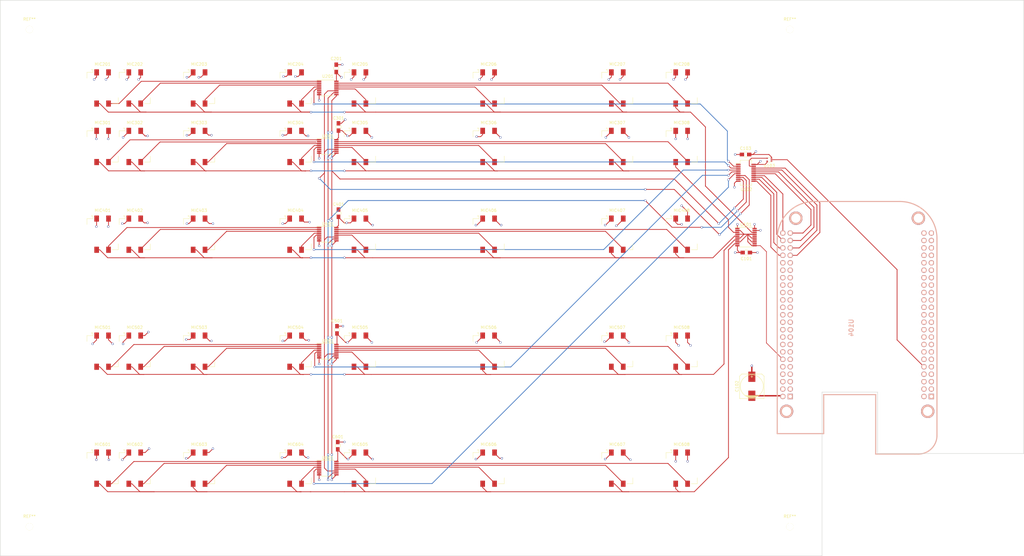
<source format=kicad_pcb>
(kicad_pcb (version 4) (host pcbnew 4.0.1-stable)
  (layers (0 F.Cu signal) (1 Ground_plane power) (2 Power_plane power) (31 B.Cu signal) (34 B.Paste user) (35 F.Paste user) (36 B.SilkS user) (37 F.SilkS user) (38 B.Mask user) (39 F.Mask user) (44 Edge.Cuts user))
  (net 0 "")
  (net 1 DVDD)
  (net 2 DGND)
  (net 3 "/Microphone set A/CLK")
  (net 4 "Net-(MIC201-Pad3)")
  (net 5 "Net-(MIC202-Pad3)")
  (net 6 "Net-(MIC203-Pad3)")
  (net 7 "Net-(MIC204-Pad3)")
  (net 8 "Net-(MIC205-Pad3)")
  (net 9 "Net-(MIC206-Pad3)")
  (net 10 "Net-(MIC207-Pad3)")
  (net 11 "Net-(MIC208-Pad3)")
  (net 12 "/Microphone set B/CLK")
  (net 13 "Net-(MIC301-Pad3)")
  (net 14 "Net-(MIC302-Pad3)")
  (net 15 "Net-(MIC303-Pad3)")
  (net 16 "Net-(MIC304-Pad3)")
  (net 17 "Net-(MIC305-Pad3)")
  (net 18 "Net-(MIC306-Pad3)")
  (net 19 "Net-(MIC307-Pad3)")
  (net 20 "Net-(MIC308-Pad3)")
  (net 21 "/Microphone set C/CLK")
  (net 22 "Net-(MIC401-Pad3)")
  (net 23 "Net-(MIC402-Pad3)")
  (net 24 "Net-(MIC403-Pad3)")
  (net 25 "Net-(MIC404-Pad3)")
  (net 26 "Net-(MIC405-Pad3)")
  (net 27 "Net-(MIC406-Pad3)")
  (net 28 "Net-(MIC407-Pad3)")
  (net 29 "Net-(MIC408-Pad3)")
  (net 30 "/Microphone set D/CLK")
  (net 31 "Net-(MIC501-Pad3)")
  (net 32 "Net-(MIC502-Pad3)")
  (net 33 "Net-(MIC503-Pad3)")
  (net 34 "Net-(MIC504-Pad3)")
  (net 35 "Net-(MIC505-Pad3)")
  (net 36 "Net-(MIC506-Pad3)")
  (net 37 "Net-(MIC507-Pad3)")
  (net 38 "Net-(MIC508-Pad3)")
  (net 39 "/Microphone set E/CLK")
  (net 40 "Net-(MIC601-Pad3)")
  (net 41 "Net-(MIC602-Pad3)")
  (net 42 "Net-(MIC603-Pad3)")
  (net 43 "Net-(MIC604-Pad3)")
  (net 44 "Net-(MIC605-Pad3)")
  (net 45 "Net-(MIC606-Pad3)")
  (net 46 "Net-(MIC607-Pad3)")
  (net 47 "Net-(MIC608-Pad3)")
  (net 48 /PRU0_15)
  (net 49 "Net-(U102-Pad1)")
  (net 50 "/Microphone set A/OUT")
  (net 51 "/Microphone set B/OUT")
  (net 52 "/Microphone set C/OUT")
  (net 53 "/Microphone set D/OUT")
  (net 54 "/Microphone set E/OUT")
  (net 55 "/Microphone set A/S0")
  (net 56 "/Microphone set A/S1")
  (net 57 "/Microphone set A/S2")
  (net 58 /PRU1_7)
  (net 59 /PRU1_6)
  (net 60 /PRU1_5)
  (net 61 /PRU1_4)
  (net 62 /PRU1_3)
  (net 63 /PRU1_2)
  (net 64 /PRU1_1)
  (net 65 /PRU1_0)
  (net 66 "Net-(U102-Pad19)")
  (net 67 "Net-(U103-Pad1)")
  (net 68 /SYS_RESETn)
  (net 69 "Net-(U104-PadC5)")
  (net 70 "Net-(U104-PadC6)")
  (net 71 "Net-(U104-PadC7)")
  (net 72 "Net-(U104-PadC8)")
  (net 73 "Net-(U104-PadC9)")
  (net 74 "Net-(U104-PadC11)")
  (net 75 "Net-(U104-PadC12)")
  (net 76 "Net-(U104-PadC13)")
  (net 77 "Net-(U104-PadC14)")
  (net 78 "Net-(U104-PadC15)")
  (net 79 "Net-(U104-PadC16)")
  (net 80 "Net-(U104-PadC17)")
  (net 81 "Net-(U104-PadC18)")
  (net 82 "Net-(U104-PadC19)")
  (net 83 "Net-(U104-PadC20)")
  (net 84 "Net-(U104-PadC21)")
  (net 85 "Net-(U104-PadC22)")
  (net 86 "Net-(U104-PadC23)")
  (net 87 "Net-(U104-PadC24)")
  (net 88 "Net-(U104-PadC25)")
  (net 89 "Net-(U104-PadC26)")
  (net 90 "Net-(U104-PadC27)")
  (net 91 "Net-(U104-PadC28)")
  (net 92 "Net-(U104-PadC29)")
  (net 93 "Net-(U104-PadC30)")
  (net 94 "Net-(U104-PadC31)")
  (net 95 "Net-(U104-PadC32)")
  (net 96 "Net-(U104-PadC33)")
  (net 97 "Net-(U104-PadC34)")
  (net 98 "Net-(U104-PadC35)")
  (net 99 "Net-(U104-PadC36)")
  (net 100 "Net-(U104-PadC37)")
  (net 101 "Net-(U104-PadC38)")
  (net 102 "Net-(U104-PadC39)")
  (net 103 "Net-(U104-PadC40)")
  (net 104 "Net-(U104-PadC41)")
  (net 105 "Net-(U104-PadC42)")
  (net 106 "Net-(U104-PadB3)")
  (net 107 "Net-(U104-PadB4)")
  (net 108 "Net-(U104-PadB5)")
  (net 109 "Net-(U104-PadB6)")
  (net 110 "Net-(U104-PadB7)")
  (net 111 "Net-(U104-PadB8)")
  (net 112 "Net-(U104-PadB9)")
  (net 113 "Net-(U104-PadB10)")
  (net 114 "Net-(U104-PadB13)")
  (net 115 "Net-(U104-PadB14)")
  (net 116 "Net-(U104-PadB15)")
  (net 117 "Net-(U104-PadB16)")
  (net 118 "Net-(U104-PadB17)")
  (net 119 "Net-(U104-PadB18)")
  (net 120 "Net-(U104-PadB19)")
  (net 121 "Net-(U104-PadB20)")
  (net 122 "Net-(U104-PadB21)")
  (net 123 "Net-(U104-PadB22)")
  (net 124 "Net-(U104-PadB23)")
  (net 125 "Net-(U104-PadB24)")
  (net 126 "Net-(U104-PadB25)")
  (net 127 "Net-(U104-PadB26)")
  (net 128 "Net-(U104-PadB27)")
  (net 129 "Net-(U104-PadB28)")
  (net 130 "Net-(U104-PadB29)")
  (net 131 "Net-(U104-PadB30)")
  (net 132 "Net-(U104-PadB31)")
  (net 133 "Net-(U104-PadB32)")
  (net 134 "Net-(U104-PadB33)")
  (net 135 "Net-(U104-PadB34)")
  (net 136 "Net-(U104-PadB35)")
  (net 137 "Net-(U104-PadB36)")
  (net 138 "Net-(U104-PadB37)")
  (net 139 "Net-(U104-PadB38)")
  (net 140 "Net-(U101-Pad12)")
  (net 141 "Net-(U101-Pad14)")
  (net 142 "Net-(U101-Pad16)")
  (net 143 "Net-(U104-PadB11)")
  (module Mounting_Holes:MountingHole_2-5mm (layer F.Cu) (at 300 40)
    (fp_text reference REF** (at 0 -3.50012) (layer F.SilkS))
    (fp_text value MountingHole_2-5mm)
    (pad "" np_thru_hole circle (at 0 0) (size 2.5 2.5) (drill 2.5) (layers *.Cu *.Mask F.SilkS))
  )
  (module Mounting_Holes:MountingHole_2-5mm (layer F.Cu) (at 40 40)
    (fp_text reference REF** (at 0 -3.50012) (layer F.SilkS))
    (fp_text value MountingHole_2-5mm)
    (pad "" np_thru_hole circle (at 0 0) (size 2.5 2.5) (drill 2.5) (layers *.Cu *.Mask F.SilkS))
  )
  (module Mounting_Holes:MountingHole_2-5mm (layer F.Cu) (at 40 210)
    (fp_text reference REF** (at 0 -3.50012) (layer F.SilkS))
    (fp_text value MountingHole_2-5mm)
    (pad "" np_thru_hole circle (at 0 0) (size 2.5 2.5) (drill 2.5) (layers *.Cu *.Mask F.SilkS))
  )
  (module Capacitors_SMD:C_0805_HandSoldering (layer F.Cu) (at 285.11 116.28 180)
    (fp_text reference C101 (at 0 -2.1 180) (layer F.SilkS))
    (fp_text value 1uF)
    (pad 1 smd rect (at -1.25 0 180) (size 1.5 1.25) (layers F.Cu F.Paste F.Mask) (net 1 DVDD))
    (pad 2 smd rect (at 1.25 0 180) (size 1.5 1.25) (layers F.Cu F.Paste F.Mask) (net 2 DGND))
  )
  (module Capacitors_SMD:c_elec_8x10 (layer F.Cu) (at 287 162 90)
    (fp_text reference C102 (at 0 -5.08 90) (layer F.SilkS))
    (fp_text value 100uF)
    (pad 1 smd rect (at 3.2512 0 90) (size 3.50012 2.4003) (layers F.Cu F.Paste F.Mask) (net 1 DVDD))
    (pad 2 smd rect (at -3.2512 0 90) (size 3.50012 2.4003) (layers F.Cu F.Paste F.Mask) (net 2 DGND))
  )
  (module Capacitors_SMD:C_0805_HandSoldering (layer F.Cu) (at 284.856 82.752)
    (fp_text reference C103 (at 0 -2.1) (layer F.SilkS))
    (fp_text value 1uF)
    (pad 1 smd rect (at -1.25 0) (size 1.5 1.25) (layers F.Cu F.Paste F.Mask) (net 1 DVDD))
    (pad 2 smd rect (at 1.25 0) (size 1.5 1.25) (layers F.Cu F.Paste F.Mask) (net 2 DGND))
  )
  (module Capacitors_SMD:C_0805_HandSoldering (layer F.Cu) (at 144.902 53.288 90)
    (fp_text reference C201 (at 3.302 0 180) (layer F.SilkS))
    (fp_text value 1uF)
    (pad 1 smd rect (at -1.25 0 90) (size 1.5 1.25) (layers F.Cu F.Paste F.Mask) (net 1 DVDD))
    (pad 2 smd rect (at 1.25 0 90) (size 1.5 1.25) (layers F.Cu F.Paste F.Mask) (net 2 DGND))
  )
  (module Capacitors_SMD:C_0805_HandSoldering (layer F.Cu) (at 145.664 73.334 90)
    (fp_text reference C301 (at 3.028 0 360) (layer F.SilkS))
    (fp_text value 1uF)
    (pad 1 smd rect (at -1.25 0 90) (size 1.5 1.25) (layers F.Cu F.Paste F.Mask) (net 1 DVDD))
    (pad 2 smd rect (at 1.25 0 90) (size 1.5 1.25) (layers F.Cu F.Paste F.Mask) (net 2 DGND))
  )
  (module Capacitors_SMD:C_0805_HandSoldering (layer F.Cu) (at 145.664 102.818 90)
    (fp_text reference C401 (at 3.048 0 180) (layer F.SilkS))
    (fp_text value 1uF)
    (pad 1 smd rect (at -1.25 0 90) (size 1.5 1.25) (layers F.Cu F.Paste F.Mask) (net 1 DVDD))
    (pad 2 smd rect (at 1.25 0 90) (size 1.5 1.25) (layers F.Cu F.Paste F.Mask) (net 2 DGND))
  )
  (module Capacitors_SMD:C_0805_HandSoldering (layer F.Cu) (at 145.156 142.696 90)
    (fp_text reference C501 (at 3.048 0 180) (layer F.SilkS))
    (fp_text value 1uF)
    (pad 1 smd rect (at -1.25 0 90) (size 1.5 1.25) (layers F.Cu F.Paste F.Mask) (net 1 DVDD))
    (pad 2 smd rect (at 1.25 0 90) (size 1.5 1.25) (layers F.Cu F.Paste F.Mask) (net 2 DGND))
  )
  (module Capacitors_SMD:C_0805_HandSoldering (layer F.Cu) (at 145.41 182.32 90)
    (fp_text reference C601 (at 3.048 0 180) (layer F.SilkS))
    (fp_text value 1uF)
    (pad 1 smd rect (at -1.25 0 90) (size 1.5 1.25) (layers F.Cu F.Paste F.Mask) (net 1 DVDD))
    (pad 2 smd rect (at 1.25 0 90) (size 1.5 1.25) (layers F.Cu F.Paste F.Mask) (net 2 DGND))
  )
  (module mems_array:Mems_Mic_Module (layer F.Cu) (at 65 60)
    (fp_text reference MIC201 (at 0 -8.128) (layer F.SilkS))
    (fp_text value MIC_MODULE)
    (pad 1 smd rect (at -2.032 -5.334) (size 1.6 2.1) (layers F.Cu F.Paste F.Mask) (net 1 DVDD))
    (pad 2 smd rect (at 2.032 -5.334) (size 1.6 2.1) (layers F.Cu F.Paste F.Mask) (net 2 DGND))
    (pad 4 smd rect (at -2.032 5.334) (size 1.6 2.1) (layers F.Cu F.Paste F.Mask) (net 3 "/Microphone set A/CLK"))
    (pad 3 smd rect (at 2.032 5.334) (size 1.6 2.1) (layers F.Cu F.Paste F.Mask) (net 4 "Net-(MIC201-Pad3)"))
  )
  (module mems_array:Mems_Mic_Module (layer F.Cu) (at 76 60)
    (fp_text reference MIC202 (at 0 -8.128) (layer F.SilkS))
    (fp_text value MIC_MODULE)
    (pad 1 smd rect (at -2.032 -5.334) (size 1.6 2.1) (layers F.Cu F.Paste F.Mask) (net 1 DVDD))
    (pad 2 smd rect (at 2.032 -5.334) (size 1.6 2.1) (layers F.Cu F.Paste F.Mask) (net 2 DGND))
    (pad 4 smd rect (at -2.032 5.334) (size 1.6 2.1) (layers F.Cu F.Paste F.Mask) (net 3 "/Microphone set A/CLK"))
    (pad 3 smd rect (at 2.032 5.334) (size 1.6 2.1) (layers F.Cu F.Paste F.Mask) (net 5 "Net-(MIC202-Pad3)"))
  )
  (module mems_array:Mems_Mic_Module (layer F.Cu) (at 98 60)
    (fp_text reference MIC203 (at 0 -8.128) (layer F.SilkS))
    (fp_text value MIC_MODULE)
    (pad 1 smd rect (at -2.032 -5.334) (size 1.6 2.1) (layers F.Cu F.Paste F.Mask) (net 1 DVDD))
    (pad 2 smd rect (at 2.032 -5.334) (size 1.6 2.1) (layers F.Cu F.Paste F.Mask) (net 2 DGND))
    (pad 4 smd rect (at -2.032 5.334) (size 1.6 2.1) (layers F.Cu F.Paste F.Mask) (net 3 "/Microphone set A/CLK"))
    (pad 3 smd rect (at 2.032 5.334) (size 1.6 2.1) (layers F.Cu F.Paste F.Mask) (net 6 "Net-(MIC203-Pad3)"))
  )
  (module mems_array:Mems_Mic_Module (layer F.Cu) (at 131 60)
    (fp_text reference MIC204 (at 0 -8.128) (layer F.SilkS))
    (fp_text value MIC_MODULE)
    (pad 1 smd rect (at -2.032 -5.334) (size 1.6 2.1) (layers F.Cu F.Paste F.Mask) (net 1 DVDD))
    (pad 2 smd rect (at 2.032 -5.334) (size 1.6 2.1) (layers F.Cu F.Paste F.Mask) (net 2 DGND))
    (pad 4 smd rect (at -2.032 5.334) (size 1.6 2.1) (layers F.Cu F.Paste F.Mask) (net 3 "/Microphone set A/CLK"))
    (pad 3 smd rect (at 2.032 5.334) (size 1.6 2.1) (layers F.Cu F.Paste F.Mask) (net 7 "Net-(MIC204-Pad3)"))
  )
  (module mems_array:Mems_Mic_Module (layer F.Cu) (at 153 60)
    (fp_text reference MIC205 (at 0 -8.128) (layer F.SilkS))
    (fp_text value MIC_MODULE)
    (pad 1 smd rect (at -2.032 -5.334) (size 1.6 2.1) (layers F.Cu F.Paste F.Mask) (net 1 DVDD))
    (pad 2 smd rect (at 2.032 -5.334) (size 1.6 2.1) (layers F.Cu F.Paste F.Mask) (net 2 DGND))
    (pad 4 smd rect (at -2.032 5.334) (size 1.6 2.1) (layers F.Cu F.Paste F.Mask) (net 3 "/Microphone set A/CLK"))
    (pad 3 smd rect (at 2.032 5.334) (size 1.6 2.1) (layers F.Cu F.Paste F.Mask) (net 8 "Net-(MIC205-Pad3)"))
  )
  (module mems_array:Mems_Mic_Module (layer F.Cu) (at 197 60)
    (fp_text reference MIC206 (at 0 -8.128) (layer F.SilkS))
    (fp_text value MIC_MODULE)
    (pad 1 smd rect (at -2.032 -5.334) (size 1.6 2.1) (layers F.Cu F.Paste F.Mask) (net 1 DVDD))
    (pad 2 smd rect (at 2.032 -5.334) (size 1.6 2.1) (layers F.Cu F.Paste F.Mask) (net 2 DGND))
    (pad 4 smd rect (at -2.032 5.334) (size 1.6 2.1) (layers F.Cu F.Paste F.Mask) (net 3 "/Microphone set A/CLK"))
    (pad 3 smd rect (at 2.032 5.334) (size 1.6 2.1) (layers F.Cu F.Paste F.Mask) (net 9 "Net-(MIC206-Pad3)"))
  )
  (module mems_array:Mems_Mic_Module (layer F.Cu) (at 241 60)
    (fp_text reference MIC207 (at 0 -8.128) (layer F.SilkS))
    (fp_text value MIC_MODULE)
    (pad 1 smd rect (at -2.032 -5.334) (size 1.6 2.1) (layers F.Cu F.Paste F.Mask) (net 1 DVDD))
    (pad 2 smd rect (at 2.032 -5.334) (size 1.6 2.1) (layers F.Cu F.Paste F.Mask) (net 2 DGND))
    (pad 4 smd rect (at -2.032 5.334) (size 1.6 2.1) (layers F.Cu F.Paste F.Mask) (net 3 "/Microphone set A/CLK"))
    (pad 3 smd rect (at 2.032 5.334) (size 1.6 2.1) (layers F.Cu F.Paste F.Mask) (net 10 "Net-(MIC207-Pad3)"))
  )
  (module mems_array:Mems_Mic_Module (layer F.Cu) (at 263 60)
    (fp_text reference MIC208 (at 0 -8.128) (layer F.SilkS))
    (fp_text value MIC_MODULE)
    (pad 1 smd rect (at -2.032 -5.334) (size 1.6 2.1) (layers F.Cu F.Paste F.Mask) (net 1 DVDD))
    (pad 2 smd rect (at 2.032 -5.334) (size 1.6 2.1) (layers F.Cu F.Paste F.Mask) (net 2 DGND))
    (pad 4 smd rect (at -2.032 5.334) (size 1.6 2.1) (layers F.Cu F.Paste F.Mask) (net 3 "/Microphone set A/CLK"))
    (pad 3 smd rect (at 2.032 5.334) (size 1.6 2.1) (layers F.Cu F.Paste F.Mask) (net 11 "Net-(MIC208-Pad3)"))
  )
  (module mems_array:Mems_Mic_Module (layer F.Cu) (at 65 80)
    (fp_text reference MIC301 (at 0 -8.128) (layer F.SilkS))
    (fp_text value MIC_MODULE)
    (pad 1 smd rect (at -2.032 -5.334) (size 1.6 2.1) (layers F.Cu F.Paste F.Mask) (net 1 DVDD))
    (pad 2 smd rect (at 2.032 -5.334) (size 1.6 2.1) (layers F.Cu F.Paste F.Mask) (net 2 DGND))
    (pad 4 smd rect (at -2.032 5.334) (size 1.6 2.1) (layers F.Cu F.Paste F.Mask) (net 12 "/Microphone set B/CLK"))
    (pad 3 smd rect (at 2.032 5.334) (size 1.6 2.1) (layers F.Cu F.Paste F.Mask) (net 13 "Net-(MIC301-Pad3)"))
  )
  (module mems_array:Mems_Mic_Module (layer F.Cu) (at 76 80)
    (fp_text reference MIC302 (at 0 -8.128) (layer F.SilkS))
    (fp_text value MIC_MODULE)
    (pad 1 smd rect (at -2.032 -5.334) (size 1.6 2.1) (layers F.Cu F.Paste F.Mask) (net 1 DVDD))
    (pad 2 smd rect (at 2.032 -5.334) (size 1.6 2.1) (layers F.Cu F.Paste F.Mask) (net 2 DGND))
    (pad 4 smd rect (at -2.032 5.334) (size 1.6 2.1) (layers F.Cu F.Paste F.Mask) (net 12 "/Microphone set B/CLK"))
    (pad 3 smd rect (at 2.032 5.334) (size 1.6 2.1) (layers F.Cu F.Paste F.Mask) (net 14 "Net-(MIC302-Pad3)"))
  )
  (module mems_array:Mems_Mic_Module (layer F.Cu) (at 98 80)
    (fp_text reference MIC303 (at 0 -8.128) (layer F.SilkS))
    (fp_text value MIC_MODULE)
    (pad 1 smd rect (at -2.032 -5.334) (size 1.6 2.1) (layers F.Cu F.Paste F.Mask) (net 1 DVDD))
    (pad 2 smd rect (at 2.032 -5.334) (size 1.6 2.1) (layers F.Cu F.Paste F.Mask) (net 2 DGND))
    (pad 4 smd rect (at -2.032 5.334) (size 1.6 2.1) (layers F.Cu F.Paste F.Mask) (net 12 "/Microphone set B/CLK"))
    (pad 3 smd rect (at 2.032 5.334) (size 1.6 2.1) (layers F.Cu F.Paste F.Mask) (net 15 "Net-(MIC303-Pad3)"))
  )
  (module mems_array:Mems_Mic_Module (layer F.Cu) (at 131 80)
    (fp_text reference MIC304 (at 0 -8.128) (layer F.SilkS))
    (fp_text value MIC_MODULE)
    (pad 1 smd rect (at -2.032 -5.334) (size 1.6 2.1) (layers F.Cu F.Paste F.Mask) (net 1 DVDD))
    (pad 2 smd rect (at 2.032 -5.334) (size 1.6 2.1) (layers F.Cu F.Paste F.Mask) (net 2 DGND))
    (pad 4 smd rect (at -2.032 5.334) (size 1.6 2.1) (layers F.Cu F.Paste F.Mask) (net 12 "/Microphone set B/CLK"))
    (pad 3 smd rect (at 2.032 5.334) (size 1.6 2.1) (layers F.Cu F.Paste F.Mask) (net 16 "Net-(MIC304-Pad3)"))
  )
  (module mems_array:Mems_Mic_Module (layer F.Cu) (at 153 80)
    (fp_text reference MIC305 (at 0 -8.128) (layer F.SilkS))
    (fp_text value MIC_MODULE)
    (pad 1 smd rect (at -2.032 -5.334) (size 1.6 2.1) (layers F.Cu F.Paste F.Mask) (net 1 DVDD))
    (pad 2 smd rect (at 2.032 -5.334) (size 1.6 2.1) (layers F.Cu F.Paste F.Mask) (net 2 DGND))
    (pad 4 smd rect (at -2.032 5.334) (size 1.6 2.1) (layers F.Cu F.Paste F.Mask) (net 12 "/Microphone set B/CLK"))
    (pad 3 smd rect (at 2.032 5.334) (size 1.6 2.1) (layers F.Cu F.Paste F.Mask) (net 17 "Net-(MIC305-Pad3)"))
  )
  (module mems_array:Mems_Mic_Module (layer F.Cu) (at 197 80)
    (fp_text reference MIC306 (at 0 -8.128) (layer F.SilkS))
    (fp_text value MIC_MODULE)
    (pad 1 smd rect (at -2.032 -5.334) (size 1.6 2.1) (layers F.Cu F.Paste F.Mask) (net 1 DVDD))
    (pad 2 smd rect (at 2.032 -5.334) (size 1.6 2.1) (layers F.Cu F.Paste F.Mask) (net 2 DGND))
    (pad 4 smd rect (at -2.032 5.334) (size 1.6 2.1) (layers F.Cu F.Paste F.Mask) (net 12 "/Microphone set B/CLK"))
    (pad 3 smd rect (at 2.032 5.334) (size 1.6 2.1) (layers F.Cu F.Paste F.Mask) (net 18 "Net-(MIC306-Pad3)"))
  )
  (module mems_array:Mems_Mic_Module (layer F.Cu) (at 241 80)
    (fp_text reference MIC307 (at 0 -8.128) (layer F.SilkS))
    (fp_text value MIC_MODULE)
    (pad 1 smd rect (at -2.032 -5.334) (size 1.6 2.1) (layers F.Cu F.Paste F.Mask) (net 1 DVDD))
    (pad 2 smd rect (at 2.032 -5.334) (size 1.6 2.1) (layers F.Cu F.Paste F.Mask) (net 2 DGND))
    (pad 4 smd rect (at -2.032 5.334) (size 1.6 2.1) (layers F.Cu F.Paste F.Mask) (net 12 "/Microphone set B/CLK"))
    (pad 3 smd rect (at 2.032 5.334) (size 1.6 2.1) (layers F.Cu F.Paste F.Mask) (net 19 "Net-(MIC307-Pad3)"))
  )
  (module mems_array:Mems_Mic_Module (layer F.Cu) (at 263 80)
    (fp_text reference MIC308 (at 0 -8.128) (layer F.SilkS))
    (fp_text value MIC_MODULE)
    (pad 1 smd rect (at -2.032 -5.334) (size 1.6 2.1) (layers F.Cu F.Paste F.Mask) (net 1 DVDD))
    (pad 2 smd rect (at 2.032 -5.334) (size 1.6 2.1) (layers F.Cu F.Paste F.Mask) (net 2 DGND))
    (pad 4 smd rect (at -2.032 5.334) (size 1.6 2.1) (layers F.Cu F.Paste F.Mask) (net 12 "/Microphone set B/CLK"))
    (pad 3 smd rect (at 2.032 5.334) (size 1.6 2.1) (layers F.Cu F.Paste F.Mask) (net 20 "Net-(MIC308-Pad3)"))
  )
  (module mems_array:Mems_Mic_Module (layer F.Cu) (at 65 110)
    (fp_text reference MIC401 (at 0 -8.128) (layer F.SilkS))
    (fp_text value MIC_MODULE)
    (pad 1 smd rect (at -2.032 -5.334) (size 1.6 2.1) (layers F.Cu F.Paste F.Mask) (net 1 DVDD))
    (pad 2 smd rect (at 2.032 -5.334) (size 1.6 2.1) (layers F.Cu F.Paste F.Mask) (net 2 DGND))
    (pad 4 smd rect (at -2.032 5.334) (size 1.6 2.1) (layers F.Cu F.Paste F.Mask) (net 21 "/Microphone set C/CLK"))
    (pad 3 smd rect (at 2.032 5.334) (size 1.6 2.1) (layers F.Cu F.Paste F.Mask) (net 22 "Net-(MIC401-Pad3)"))
  )
  (module mems_array:Mems_Mic_Module (layer F.Cu) (at 76 110)
    (fp_text reference MIC402 (at 0 -8.128) (layer F.SilkS))
    (fp_text value MIC_MODULE)
    (pad 1 smd rect (at -2.032 -5.334) (size 1.6 2.1) (layers F.Cu F.Paste F.Mask) (net 1 DVDD))
    (pad 2 smd rect (at 2.032 -5.334) (size 1.6 2.1) (layers F.Cu F.Paste F.Mask) (net 2 DGND))
    (pad 4 smd rect (at -2.032 5.334) (size 1.6 2.1) (layers F.Cu F.Paste F.Mask) (net 21 "/Microphone set C/CLK"))
    (pad 3 smd rect (at 2.032 5.334) (size 1.6 2.1) (layers F.Cu F.Paste F.Mask) (net 23 "Net-(MIC402-Pad3)"))
  )
  (module mems_array:Mems_Mic_Module (layer F.Cu) (at 98 110)
    (fp_text reference MIC403 (at 0 -8.128) (layer F.SilkS))
    (fp_text value MIC_MODULE)
    (pad 1 smd rect (at -2.032 -5.334) (size 1.6 2.1) (layers F.Cu F.Paste F.Mask) (net 1 DVDD))
    (pad 2 smd rect (at 2.032 -5.334) (size 1.6 2.1) (layers F.Cu F.Paste F.Mask) (net 2 DGND))
    (pad 4 smd rect (at -2.032 5.334) (size 1.6 2.1) (layers F.Cu F.Paste F.Mask) (net 21 "/Microphone set C/CLK"))
    (pad 3 smd rect (at 2.032 5.334) (size 1.6 2.1) (layers F.Cu F.Paste F.Mask) (net 24 "Net-(MIC403-Pad3)"))
  )
  (module mems_array:Mems_Mic_Module (layer F.Cu) (at 131 110)
    (fp_text reference MIC404 (at 0 -8.128) (layer F.SilkS))
    (fp_text value MIC_MODULE)
    (pad 1 smd rect (at -2.032 -5.334) (size 1.6 2.1) (layers F.Cu F.Paste F.Mask) (net 1 DVDD))
    (pad 2 smd rect (at 2.032 -5.334) (size 1.6 2.1) (layers F.Cu F.Paste F.Mask) (net 2 DGND))
    (pad 4 smd rect (at -2.032 5.334) (size 1.6 2.1) (layers F.Cu F.Paste F.Mask) (net 21 "/Microphone set C/CLK"))
    (pad 3 smd rect (at 2.032 5.334) (size 1.6 2.1) (layers F.Cu F.Paste F.Mask) (net 25 "Net-(MIC404-Pad3)"))
  )
  (module mems_array:Mems_Mic_Module (layer F.Cu) (at 153 110)
    (fp_text reference MIC405 (at 0 -8.128) (layer F.SilkS))
    (fp_text value MIC_MODULE)
    (pad 1 smd rect (at -2.032 -5.334) (size 1.6 2.1) (layers F.Cu F.Paste F.Mask) (net 1 DVDD))
    (pad 2 smd rect (at 2.032 -5.334) (size 1.6 2.1) (layers F.Cu F.Paste F.Mask) (net 2 DGND))
    (pad 4 smd rect (at -2.032 5.334) (size 1.6 2.1) (layers F.Cu F.Paste F.Mask) (net 21 "/Microphone set C/CLK"))
    (pad 3 smd rect (at 2.032 5.334) (size 1.6 2.1) (layers F.Cu F.Paste F.Mask) (net 26 "Net-(MIC405-Pad3)"))
  )
  (module mems_array:Mems_Mic_Module (layer F.Cu) (at 197 110)
    (fp_text reference MIC406 (at 0 -8.128) (layer F.SilkS))
    (fp_text value MIC_MODULE)
    (pad 1 smd rect (at -2.032 -5.334) (size 1.6 2.1) (layers F.Cu F.Paste F.Mask) (net 1 DVDD))
    (pad 2 smd rect (at 2.032 -5.334) (size 1.6 2.1) (layers F.Cu F.Paste F.Mask) (net 2 DGND))
    (pad 4 smd rect (at -2.032 5.334) (size 1.6 2.1) (layers F.Cu F.Paste F.Mask) (net 21 "/Microphone set C/CLK"))
    (pad 3 smd rect (at 2.032 5.334) (size 1.6 2.1) (layers F.Cu F.Paste F.Mask) (net 27 "Net-(MIC406-Pad3)"))
  )
  (module mems_array:Mems_Mic_Module (layer F.Cu) (at 241 110)
    (fp_text reference MIC407 (at 0 -8.128) (layer F.SilkS))
    (fp_text value MIC_MODULE)
    (pad 1 smd rect (at -2.032 -5.334) (size 1.6 2.1) (layers F.Cu F.Paste F.Mask) (net 1 DVDD))
    (pad 2 smd rect (at 2.032 -5.334) (size 1.6 2.1) (layers F.Cu F.Paste F.Mask) (net 2 DGND))
    (pad 4 smd rect (at -2.032 5.334) (size 1.6 2.1) (layers F.Cu F.Paste F.Mask) (net 21 "/Microphone set C/CLK"))
    (pad 3 smd rect (at 2.032 5.334) (size 1.6 2.1) (layers F.Cu F.Paste F.Mask) (net 28 "Net-(MIC407-Pad3)"))
  )
  (module mems_array:Mems_Mic_Module (layer F.Cu) (at 263 110)
    (fp_text reference MIC408 (at 0 -8.128) (layer F.SilkS))
    (fp_text value MIC_MODULE)
    (pad 1 smd rect (at -2.032 -5.334) (size 1.6 2.1) (layers F.Cu F.Paste F.Mask) (net 1 DVDD))
    (pad 2 smd rect (at 2.032 -5.334) (size 1.6 2.1) (layers F.Cu F.Paste F.Mask) (net 2 DGND))
    (pad 4 smd rect (at -2.032 5.334) (size 1.6 2.1) (layers F.Cu F.Paste F.Mask) (net 21 "/Microphone set C/CLK"))
    (pad 3 smd rect (at 2.032 5.334) (size 1.6 2.1) (layers F.Cu F.Paste F.Mask) (net 29 "Net-(MIC408-Pad3)"))
  )
  (module mems_array:Mems_Mic_Module (layer F.Cu) (at 65 150)
    (fp_text reference MIC501 (at 0 -8.128) (layer F.SilkS))
    (fp_text value MIC_MODULE)
    (pad 1 smd rect (at -2.032 -5.334) (size 1.6 2.1) (layers F.Cu F.Paste F.Mask) (net 1 DVDD))
    (pad 2 smd rect (at 2.032 -5.334) (size 1.6 2.1) (layers F.Cu F.Paste F.Mask) (net 2 DGND))
    (pad 4 smd rect (at -2.032 5.334) (size 1.6 2.1) (layers F.Cu F.Paste F.Mask) (net 30 "/Microphone set D/CLK"))
    (pad 3 smd rect (at 2.032 5.334) (size 1.6 2.1) (layers F.Cu F.Paste F.Mask) (net 31 "Net-(MIC501-Pad3)"))
  )
  (module mems_array:Mems_Mic_Module (layer F.Cu) (at 76 150)
    (fp_text reference MIC502 (at 0 -8.128) (layer F.SilkS))
    (fp_text value MIC_MODULE)
    (pad 1 smd rect (at -2.032 -5.334) (size 1.6 2.1) (layers F.Cu F.Paste F.Mask) (net 1 DVDD))
    (pad 2 smd rect (at 2.032 -5.334) (size 1.6 2.1) (layers F.Cu F.Paste F.Mask) (net 2 DGND))
    (pad 4 smd rect (at -2.032 5.334) (size 1.6 2.1) (layers F.Cu F.Paste F.Mask) (net 30 "/Microphone set D/CLK"))
    (pad 3 smd rect (at 2.032 5.334) (size 1.6 2.1) (layers F.Cu F.Paste F.Mask) (net 32 "Net-(MIC502-Pad3)"))
  )
  (module mems_array:Mems_Mic_Module (layer F.Cu) (at 98 150)
    (fp_text reference MIC503 (at 0 -8.128) (layer F.SilkS))
    (fp_text value MIC_MODULE)
    (pad 1 smd rect (at -2.032 -5.334) (size 1.6 2.1) (layers F.Cu F.Paste F.Mask) (net 1 DVDD))
    (pad 2 smd rect (at 2.032 -5.334) (size 1.6 2.1) (layers F.Cu F.Paste F.Mask) (net 2 DGND))
    (pad 4 smd rect (at -2.032 5.334) (size 1.6 2.1) (layers F.Cu F.Paste F.Mask) (net 30 "/Microphone set D/CLK"))
    (pad 3 smd rect (at 2.032 5.334) (size 1.6 2.1) (layers F.Cu F.Paste F.Mask) (net 33 "Net-(MIC503-Pad3)"))
  )
  (module mems_array:Mems_Mic_Module (layer F.Cu) (at 131 150)
    (fp_text reference MIC504 (at 0 -8.128) (layer F.SilkS))
    (fp_text value MIC_MODULE)
    (pad 1 smd rect (at -2.032 -5.334) (size 1.6 2.1) (layers F.Cu F.Paste F.Mask) (net 1 DVDD))
    (pad 2 smd rect (at 2.032 -5.334) (size 1.6 2.1) (layers F.Cu F.Paste F.Mask) (net 2 DGND))
    (pad 4 smd rect (at -2.032 5.334) (size 1.6 2.1) (layers F.Cu F.Paste F.Mask) (net 30 "/Microphone set D/CLK"))
    (pad 3 smd rect (at 2.032 5.334) (size 1.6 2.1) (layers F.Cu F.Paste F.Mask) (net 34 "Net-(MIC504-Pad3)"))
  )
  (module mems_array:Mems_Mic_Module (layer F.Cu) (at 153 150)
    (fp_text reference MIC505 (at 0 -8.128) (layer F.SilkS))
    (fp_text value MIC_MODULE)
    (pad 1 smd rect (at -2.032 -5.334) (size 1.6 2.1) (layers F.Cu F.Paste F.Mask) (net 1 DVDD))
    (pad 2 smd rect (at 2.032 -5.334) (size 1.6 2.1) (layers F.Cu F.Paste F.Mask) (net 2 DGND))
    (pad 4 smd rect (at -2.032 5.334) (size 1.6 2.1) (layers F.Cu F.Paste F.Mask) (net 30 "/Microphone set D/CLK"))
    (pad 3 smd rect (at 2.032 5.334) (size 1.6 2.1) (layers F.Cu F.Paste F.Mask) (net 35 "Net-(MIC505-Pad3)"))
  )
  (module mems_array:Mems_Mic_Module (layer F.Cu) (at 197 150)
    (fp_text reference MIC506 (at 0 -8.128) (layer F.SilkS))
    (fp_text value MIC_MODULE)
    (pad 1 smd rect (at -2.032 -5.334) (size 1.6 2.1) (layers F.Cu F.Paste F.Mask) (net 1 DVDD))
    (pad 2 smd rect (at 2.032 -5.334) (size 1.6 2.1) (layers F.Cu F.Paste F.Mask) (net 2 DGND))
    (pad 4 smd rect (at -2.032 5.334) (size 1.6 2.1) (layers F.Cu F.Paste F.Mask) (net 30 "/Microphone set D/CLK"))
    (pad 3 smd rect (at 2.032 5.334) (size 1.6 2.1) (layers F.Cu F.Paste F.Mask) (net 36 "Net-(MIC506-Pad3)"))
  )
  (module mems_array:Mems_Mic_Module (layer F.Cu) (at 241 150)
    (fp_text reference MIC507 (at 0 -8.128) (layer F.SilkS))
    (fp_text value MIC_MODULE)
    (pad 1 smd rect (at -2.032 -5.334) (size 1.6 2.1) (layers F.Cu F.Paste F.Mask) (net 1 DVDD))
    (pad 2 smd rect (at 2.032 -5.334) (size 1.6 2.1) (layers F.Cu F.Paste F.Mask) (net 2 DGND))
    (pad 4 smd rect (at -2.032 5.334) (size 1.6 2.1) (layers F.Cu F.Paste F.Mask) (net 30 "/Microphone set D/CLK"))
    (pad 3 smd rect (at 2.032 5.334) (size 1.6 2.1) (layers F.Cu F.Paste F.Mask) (net 37 "Net-(MIC507-Pad3)"))
  )
  (module mems_array:Mems_Mic_Module (layer F.Cu) (at 263 150)
    (fp_text reference MIC508 (at 0 -8.128) (layer F.SilkS))
    (fp_text value MIC_MODULE)
    (pad 1 smd rect (at -2.032 -5.334) (size 1.6 2.1) (layers F.Cu F.Paste F.Mask) (net 1 DVDD))
    (pad 2 smd rect (at 2.032 -5.334) (size 1.6 2.1) (layers F.Cu F.Paste F.Mask) (net 2 DGND))
    (pad 4 smd rect (at -2.032 5.334) (size 1.6 2.1) (layers F.Cu F.Paste F.Mask) (net 30 "/Microphone set D/CLK"))
    (pad 3 smd rect (at 2.032 5.334) (size 1.6 2.1) (layers F.Cu F.Paste F.Mask) (net 38 "Net-(MIC508-Pad3)"))
  )
  (module mems_array:Mems_Mic_Module (layer F.Cu) (at 65 190)
    (fp_text reference MIC601 (at 0 -8.128) (layer F.SilkS))
    (fp_text value MIC_MODULE)
    (pad 1 smd rect (at -2.032 -5.334) (size 1.6 2.1) (layers F.Cu F.Paste F.Mask) (net 1 DVDD))
    (pad 2 smd rect (at 2.032 -5.334) (size 1.6 2.1) (layers F.Cu F.Paste F.Mask) (net 2 DGND))
    (pad 4 smd rect (at -2.032 5.334) (size 1.6 2.1) (layers F.Cu F.Paste F.Mask) (net 39 "/Microphone set E/CLK"))
    (pad 3 smd rect (at 2.032 5.334) (size 1.6 2.1) (layers F.Cu F.Paste F.Mask) (net 40 "Net-(MIC601-Pad3)"))
  )
  (module mems_array:Mems_Mic_Module (layer F.Cu) (at 76 190)
    (fp_text reference MIC602 (at 0 -8.128) (layer F.SilkS))
    (fp_text value MIC_MODULE)
    (pad 1 smd rect (at -2.032 -5.334) (size 1.6 2.1) (layers F.Cu F.Paste F.Mask) (net 1 DVDD))
    (pad 2 smd rect (at 2.032 -5.334) (size 1.6 2.1) (layers F.Cu F.Paste F.Mask) (net 2 DGND))
    (pad 4 smd rect (at -2.032 5.334) (size 1.6 2.1) (layers F.Cu F.Paste F.Mask) (net 39 "/Microphone set E/CLK"))
    (pad 3 smd rect (at 2.032 5.334) (size 1.6 2.1) (layers F.Cu F.Paste F.Mask) (net 41 "Net-(MIC602-Pad3)"))
  )
  (module mems_array:Mems_Mic_Module (layer F.Cu) (at 98 190)
    (fp_text reference MIC603 (at 0 -8.128) (layer F.SilkS))
    (fp_text value MIC_MODULE)
    (pad 1 smd rect (at -2.032 -5.334) (size 1.6 2.1) (layers F.Cu F.Paste F.Mask) (net 1 DVDD))
    (pad 2 smd rect (at 2.032 -5.334) (size 1.6 2.1) (layers F.Cu F.Paste F.Mask) (net 2 DGND))
    (pad 4 smd rect (at -2.032 5.334) (size 1.6 2.1) (layers F.Cu F.Paste F.Mask) (net 39 "/Microphone set E/CLK"))
    (pad 3 smd rect (at 2.032 5.334) (size 1.6 2.1) (layers F.Cu F.Paste F.Mask) (net 42 "Net-(MIC603-Pad3)"))
  )
  (module mems_array:Mems_Mic_Module (layer F.Cu) (at 131 190)
    (fp_text reference MIC604 (at 0 -8.128) (layer F.SilkS))
    (fp_text value MIC_MODULE)
    (pad 1 smd rect (at -2.032 -5.334) (size 1.6 2.1) (layers F.Cu F.Paste F.Mask) (net 1 DVDD))
    (pad 2 smd rect (at 2.032 -5.334) (size 1.6 2.1) (layers F.Cu F.Paste F.Mask) (net 2 DGND))
    (pad 4 smd rect (at -2.032 5.334) (size 1.6 2.1) (layers F.Cu F.Paste F.Mask) (net 39 "/Microphone set E/CLK"))
    (pad 3 smd rect (at 2.032 5.334) (size 1.6 2.1) (layers F.Cu F.Paste F.Mask) (net 43 "Net-(MIC604-Pad3)"))
  )
  (module mems_array:Mems_Mic_Module (layer F.Cu) (at 153 190)
    (fp_text reference MIC605 (at 0 -8.128) (layer F.SilkS))
    (fp_text value MIC_MODULE)
    (pad 1 smd rect (at -2.032 -5.334) (size 1.6 2.1) (layers F.Cu F.Paste F.Mask) (net 1 DVDD))
    (pad 2 smd rect (at 2.032 -5.334) (size 1.6 2.1) (layers F.Cu F.Paste F.Mask) (net 2 DGND))
    (pad 4 smd rect (at -2.032 5.334) (size 1.6 2.1) (layers F.Cu F.Paste F.Mask) (net 39 "/Microphone set E/CLK"))
    (pad 3 smd rect (at 2.032 5.334) (size 1.6 2.1) (layers F.Cu F.Paste F.Mask) (net 44 "Net-(MIC605-Pad3)"))
  )
  (module mems_array:Mems_Mic_Module (layer F.Cu) (at 197 190)
    (fp_text reference MIC606 (at 0 -8.128) (layer F.SilkS))
    (fp_text value MIC_MODULE)
    (pad 1 smd rect (at -2.032 -5.334) (size 1.6 2.1) (layers F.Cu F.Paste F.Mask) (net 1 DVDD))
    (pad 2 smd rect (at 2.032 -5.334) (size 1.6 2.1) (layers F.Cu F.Paste F.Mask) (net 2 DGND))
    (pad 4 smd rect (at -2.032 5.334) (size 1.6 2.1) (layers F.Cu F.Paste F.Mask) (net 39 "/Microphone set E/CLK"))
    (pad 3 smd rect (at 2.032 5.334) (size 1.6 2.1) (layers F.Cu F.Paste F.Mask) (net 45 "Net-(MIC606-Pad3)"))
  )
  (module mems_array:Mems_Mic_Module (layer F.Cu) (at 241 190)
    (fp_text reference MIC607 (at 0 -8.128) (layer F.SilkS))
    (fp_text value MIC_MODULE)
    (pad 1 smd rect (at -2.032 -5.334) (size 1.6 2.1) (layers F.Cu F.Paste F.Mask) (net 1 DVDD))
    (pad 2 smd rect (at 2.032 -5.334) (size 1.6 2.1) (layers F.Cu F.Paste F.Mask) (net 2 DGND))
    (pad 4 smd rect (at -2.032 5.334) (size 1.6 2.1) (layers F.Cu F.Paste F.Mask) (net 39 "/Microphone set E/CLK"))
    (pad 3 smd rect (at 2.032 5.334) (size 1.6 2.1) (layers F.Cu F.Paste F.Mask) (net 46 "Net-(MIC607-Pad3)"))
  )
  (module mems_array:Mems_Mic_Module (layer F.Cu) (at 263 190)
    (fp_text reference MIC608 (at 0 -8.128) (layer F.SilkS))
    (fp_text value MIC_MODULE)
    (pad 1 smd rect (at -2.032 -5.334) (size 1.6 2.1) (layers F.Cu F.Paste F.Mask) (net 1 DVDD))
    (pad 2 smd rect (at 2.032 -5.334) (size 1.6 2.1) (layers F.Cu F.Paste F.Mask) (net 2 DGND))
    (pad 4 smd rect (at -2.032 5.334) (size 1.6 2.1) (layers F.Cu F.Paste F.Mask) (net 39 "/Microphone set E/CLK"))
    (pad 3 smd rect (at 2.032 5.334) (size 1.6 2.1) (layers F.Cu F.Paste F.Mask) (net 47 "Net-(MIC608-Pad3)"))
  )
  (module Housings_SSOP:TSSOP-20_4.4x6.5mm_Pitch0.65mm (layer F.Cu) (at 285 111)
    (fp_text reference U101 (at 0 -4.3) (layer F.SilkS))
    (fp_text value 74AHC244)
    (pad 1 smd rect (at -2.95 -2.925) (size 1.45 0.45) (layers F.Cu F.Paste F.Mask) (net 2 DGND))
    (pad 2 smd rect (at -2.95 -2.275) (size 1.45 0.45) (layers F.Cu F.Paste F.Mask) (net 48 /PRU0_15))
    (pad 3 smd rect (at -2.95 -1.625) (size 1.45 0.45) (layers F.Cu F.Paste F.Mask) (net 12 "/Microphone set B/CLK"))
    (pad 4 smd rect (at -2.95 -0.975) (size 1.45 0.45) (layers F.Cu F.Paste F.Mask) (net 48 /PRU0_15))
    (pad 5 smd rect (at -2.95 -0.325) (size 1.45 0.45) (layers F.Cu F.Paste F.Mask) (net 21 "/Microphone set C/CLK"))
    (pad 6 smd rect (at -2.95 0.325) (size 1.45 0.45) (layers F.Cu F.Paste F.Mask) (net 48 /PRU0_15))
    (pad 7 smd rect (at -2.95 0.975) (size 1.45 0.45) (layers F.Cu F.Paste F.Mask) (net 30 "/Microphone set D/CLK"))
    (pad 8 smd rect (at -2.95 1.625) (size 1.45 0.45) (layers F.Cu F.Paste F.Mask) (net 48 /PRU0_15))
    (pad 9 smd rect (at -2.95 2.275) (size 1.45 0.45) (layers F.Cu F.Paste F.Mask) (net 39 "/Microphone set E/CLK"))
    (pad 10 smd rect (at -2.95 2.925) (size 1.45 0.45) (layers F.Cu F.Paste F.Mask) (net 2 DGND))
    (pad 11 smd rect (at 2.95 2.925) (size 1.45 0.45) (layers F.Cu F.Paste F.Mask) (net 48 /PRU0_15))
    (pad 12 smd rect (at 2.95 2.275) (size 1.45 0.45) (layers F.Cu F.Paste F.Mask) (net 140 "Net-(U101-Pad12)"))
    (pad 13 smd rect (at 2.95 1.625) (size 1.45 0.45) (layers F.Cu F.Paste F.Mask) (net 48 /PRU0_15))
    (pad 14 smd rect (at 2.95 0.975) (size 1.45 0.45) (layers F.Cu F.Paste F.Mask) (net 141 "Net-(U101-Pad14)"))
    (pad 15 smd rect (at 2.95 0.325) (size 1.45 0.45) (layers F.Cu F.Paste F.Mask) (net 48 /PRU0_15))
    (pad 16 smd rect (at 2.95 -0.325) (size 1.45 0.45) (layers F.Cu F.Paste F.Mask) (net 142 "Net-(U101-Pad16)"))
    (pad 17 smd rect (at 2.95 -0.975) (size 1.45 0.45) (layers F.Cu F.Paste F.Mask) (net 48 /PRU0_15))
    (pad 18 smd rect (at 2.95 -1.625) (size 1.45 0.45) (layers F.Cu F.Paste F.Mask) (net 3 "/Microphone set A/CLK"))
    (pad 19 smd rect (at 2.95 -2.275) (size 1.45 0.45) (layers F.Cu F.Paste F.Mask) (net 2 DGND))
    (pad 20 smd rect (at 2.95 -2.925) (size 1.45 0.45) (layers F.Cu F.Paste F.Mask) (net 1 DVDD))
  )
  (module mems_array:SOP-20_600x175_Pitch0.635 (layer F.Cu) (at 285 89 270)
    (fp_text reference U102 (at 5.69 -0.11 360) (layer F.SilkS))
    (fp_text value 743245)
    (pad 1 smd oval (at -2.8575 2.6289 180) (size 1.65862 0.40894) (layers F.Cu F.Paste F.Mask) (net 49 "Net-(U102-Pad1)"))
    (pad 2 smd oval (at -2.2225 2.6289 180) (size 1.65862 0.40894) (layers F.Cu F.Paste F.Mask) (net 50 "/Microphone set A/OUT"))
    (pad 3 smd oval (at -1.5875 2.6289 180) (size 1.65862 0.40894) (layers F.Cu F.Paste F.Mask) (net 51 "/Microphone set B/OUT"))
    (pad 4 smd oval (at -0.9525 2.6289 180) (size 1.65862 0.40894) (layers F.Cu F.Paste F.Mask) (net 52 "/Microphone set C/OUT"))
    (pad 5 smd oval (at -0.3175 2.6289 180) (size 1.65862 0.40894) (layers F.Cu F.Paste F.Mask) (net 53 "/Microphone set D/OUT"))
    (pad 6 smd oval (at 0.3175 2.6289 180) (size 1.65862 0.40894) (layers F.Cu F.Paste F.Mask) (net 54 "/Microphone set E/OUT"))
    (pad 7 smd oval (at 0.9525 2.6289 180) (size 1.65862 0.40894) (layers F.Cu F.Paste F.Mask) (net 55 "/Microphone set A/S0"))
    (pad 8 smd oval (at 1.5875 2.6289 180) (size 1.65862 0.40894) (layers F.Cu F.Paste F.Mask) (net 56 "/Microphone set A/S1"))
    (pad 9 smd oval (at 2.2225 2.6289 180) (size 1.65862 0.40894) (layers F.Cu F.Paste F.Mask) (net 57 "/Microphone set A/S2"))
    (pad 10 smd oval (at 2.8575 2.6289 180) (size 1.65862 0.40894) (layers F.Cu F.Paste F.Mask) (net 2 DGND))
    (pad 11 smd oval (at 2.8575 -2.6289) (size 1.65862 0.40894) (layers F.Cu F.Paste F.Mask) (net 58 /PRU1_7))
    (pad 12 smd oval (at 2.2225 -2.6289) (size 1.65862 0.40894) (layers F.Cu F.Paste F.Mask) (net 60 /PRU1_5))
    (pad 13 smd oval (at 1.5875 -2.6289) (size 1.65862 0.40894) (layers F.Cu F.Paste F.Mask) (net 62 /PRU1_3))
    (pad 14 smd oval (at 0.9525 -2.6289) (size 1.65862 0.40894) (layers F.Cu F.Paste F.Mask) (net 64 /PRU1_1))
    (pad 15 smd oval (at 0.3175 -2.6289) (size 1.65862 0.40894) (layers F.Cu F.Paste F.Mask) (net 65 /PRU1_0))
    (pad 16 smd oval (at -0.3175 -2.6289) (size 1.65862 0.40894) (layers F.Cu F.Paste F.Mask) (net 63 /PRU1_2))
    (pad 17 smd oval (at -0.9525 -2.6289) (size 1.65862 0.40894) (layers F.Cu F.Paste F.Mask) (net 61 /PRU1_4))
    (pad 18 smd oval (at -1.5875 -2.6289) (size 1.65862 0.40894) (layers F.Cu F.Paste F.Mask) (net 59 /PRU1_6))
    (pad 19 smd oval (at -2.2225 -2.6289) (size 1.65862 0.40894) (layers F.Cu F.Paste F.Mask) (net 66 "Net-(U102-Pad19)"))
    (pad 20 smd oval (at -2.8575 -2.6289) (size 1.65862 0.40894) (layers F.Cu F.Paste F.Mask) (net 1 DVDD))
  )
  (module mems_array:SOTFL-5_160x50_Pitch0.5 (layer F.Cu) (at 292.984 84.53 90)
    (fp_text reference U103 (at -2.032 0 180) (layer F.SilkS))
    (fp_text value 741G04)
    (pad 1 smd oval (at -0.49784 0.73406) (size 0.65786 0.29972) (layers F.Cu F.Paste F.Mask) (net 67 "Net-(U103-Pad1)"))
    (pad 2 smd oval (at 0 0.73406) (size 0.65786 0.29972) (layers F.Cu F.Paste F.Mask) (net 68 /SYS_RESETn))
    (pad 3 smd oval (at 0.49784 0.73406) (size 0.65786 0.29972) (layers F.Cu F.Paste F.Mask) (net 2 DGND))
    (pad 4 smd oval (at 0.49784 -0.73406 180) (size 0.65786 0.29972) (layers F.Cu F.Paste F.Mask) (net 66 "Net-(U102-Pad19)"))
    (pad 5 smd oval (at -0.49784 -0.73406 180) (size 0.65786 0.29972) (layers F.Cu F.Paste F.Mask) (net 1 DVDD))
  )
  (module mems_array:beagleboneblack (layer B.Cu) (at 323 142 270)
    (fp_text reference U104 (at 0 2 270) (layer B.SilkS) (effects (font (thickness 0.3048)) (justify mirror)))
    (fp_text value BEAGLEBONEBLACK)
    (pad M1 thru_hole circle (at -37.465 -20.955 270) (size 4.572 4.572) (drill 3.175) (layers *.Cu *.Mask B.SilkS))
    (pad M2 thru_hole circle (at 28.575 -24.13 270) (size 4.572 4.572) (drill 3.175) (layers *.Cu *.Mask B.SilkS))
    (pad M3 thru_hole circle (at 28.575 24.13 270) (size 4.572 4.572) (drill 3.175) (layers *.Cu *.Mask B.SilkS))
    (pad M4 thru_hole circle (at -37.465 20.955 270) (size 4.572 4.572) (drill 3.175) (layers *.Cu *.Mask B.SilkS))
    (pad C1 thru_hole rect (at 23.495 -25.4 270) (size 1.8 1.8) (drill 1.1) (layers *.Cu *.Mask B.SilkS) (net 2 DGND))
    (pad C2 thru_hole circle (at 23.495 -22.86 270) (size 1.8 1.8) (drill 1.1) (layers *.Cu *.Mask B.SilkS) (net 2 DGND))
    (pad C3 thru_hole circle (at 20.955 -25.4 270) (size 1.8 1.8) (drill 1.1) (layers *.Cu *.Mask B.SilkS) (net 1 DVDD))
    (pad C4 thru_hole circle (at 20.955 -22.86 270) (size 1.8 1.8) (drill 1.1) (layers *.Cu *.Mask B.SilkS) (net 1 DVDD))
    (pad C5 thru_hole circle (at 18.415 -25.4 270) (size 1.8 1.8) (drill 1.1) (layers *.Cu *.Mask B.SilkS) (net 69 "Net-(U104-PadC5)"))
    (pad C6 thru_hole circle (at 18.415 -22.86 270) (size 1.8 1.8) (drill 1.1) (layers *.Cu *.Mask B.SilkS) (net 70 "Net-(U104-PadC6)"))
    (pad C7 thru_hole circle (at 15.875 -25.4 270) (size 1.8 1.8) (drill 1.1) (layers *.Cu *.Mask B.SilkS) (net 71 "Net-(U104-PadC7)"))
    (pad C8 thru_hole circle (at 15.875 -22.86 270) (size 1.8 1.8) (drill 1.1) (layers *.Cu *.Mask B.SilkS) (net 72 "Net-(U104-PadC8)"))
    (pad C9 thru_hole circle (at 13.335 -25.4 270) (size 1.8 1.8) (drill 1.1) (layers *.Cu *.Mask B.SilkS) (net 73 "Net-(U104-PadC9)"))
    (pad C10 thru_hole circle (at 13.335 -22.86 270) (size 1.8 1.8) (drill 1.1) (layers *.Cu *.Mask B.SilkS) (net 68 /SYS_RESETn))
    (pad C11 thru_hole circle (at 10.795 -25.4 270) (size 1.8 1.8) (drill 1.1) (layers *.Cu *.Mask B.SilkS) (net 74 "Net-(U104-PadC11)"))
    (pad C12 thru_hole circle (at 10.795 -22.86 270) (size 1.8 1.8) (drill 1.1) (layers *.Cu *.Mask B.SilkS) (net 75 "Net-(U104-PadC12)"))
    (pad C13 thru_hole circle (at 8.255 -25.4 270) (size 1.8 1.8) (drill 1.1) (layers *.Cu *.Mask B.SilkS) (net 76 "Net-(U104-PadC13)"))
    (pad C14 thru_hole circle (at 8.255 -22.86 270) (size 1.8 1.8) (drill 1.1) (layers *.Cu *.Mask B.SilkS) (net 77 "Net-(U104-PadC14)"))
    (pad C15 thru_hole circle (at 5.715 -25.4 270) (size 1.8 1.8) (drill 1.1) (layers *.Cu *.Mask B.SilkS) (net 78 "Net-(U104-PadC15)"))
    (pad C16 thru_hole circle (at 5.715 -22.86 270) (size 1.8 1.8) (drill 1.1) (layers *.Cu *.Mask B.SilkS) (net 79 "Net-(U104-PadC16)"))
    (pad C17 thru_hole circle (at 3.175 -25.4 270) (size 1.8 1.8) (drill 1.1) (layers *.Cu *.Mask B.SilkS) (net 80 "Net-(U104-PadC17)"))
    (pad C18 thru_hole circle (at 3.175 -22.86 270) (size 1.8 1.8) (drill 1.1) (layers *.Cu *.Mask B.SilkS) (net 81 "Net-(U104-PadC18)"))
    (pad C19 thru_hole circle (at 0.635 -25.4 270) (size 1.8 1.8) (drill 1.1) (layers *.Cu *.Mask B.SilkS) (net 82 "Net-(U104-PadC19)"))
    (pad C20 thru_hole circle (at 0.635 -22.86 270) (size 1.8 1.8) (drill 1.1) (layers *.Cu *.Mask B.SilkS) (net 83 "Net-(U104-PadC20)"))
    (pad C21 thru_hole circle (at -1.905 -25.4 270) (size 1.8 1.8) (drill 1.1) (layers *.Cu *.Mask B.SilkS) (net 84 "Net-(U104-PadC21)"))
    (pad C22 thru_hole circle (at -1.905 -22.86 270) (size 1.8 1.8) (drill 1.1) (layers *.Cu *.Mask B.SilkS) (net 85 "Net-(U104-PadC22)"))
    (pad C23 thru_hole circle (at -4.445 -25.4 270) (size 1.8 1.8) (drill 1.1) (layers *.Cu *.Mask B.SilkS) (net 86 "Net-(U104-PadC23)"))
    (pad C24 thru_hole circle (at -4.445 -22.86 270) (size 1.8 1.8) (drill 1.1) (layers *.Cu *.Mask B.SilkS) (net 87 "Net-(U104-PadC24)"))
    (pad C25 thru_hole circle (at -6.985 -25.4 270) (size 1.8 1.8) (drill 1.1) (layers *.Cu *.Mask B.SilkS) (net 88 "Net-(U104-PadC25)"))
    (pad C26 thru_hole circle (at -6.985 -22.86 270) (size 1.8 1.8) (drill 1.1) (layers *.Cu *.Mask B.SilkS) (net 89 "Net-(U104-PadC26)"))
    (pad C27 thru_hole circle (at -9.525 -25.4 270) (size 1.8 1.8) (drill 1.1) (layers *.Cu *.Mask B.SilkS) (net 90 "Net-(U104-PadC27)"))
    (pad C28 thru_hole circle (at -9.525 -22.86 270) (size 1.8 1.8) (drill 1.1) (layers *.Cu *.Mask B.SilkS) (net 91 "Net-(U104-PadC28)"))
    (pad C29 thru_hole circle (at -12.065 -25.4 270) (size 1.8 1.8) (drill 1.1) (layers *.Cu *.Mask B.SilkS) (net 92 "Net-(U104-PadC29)"))
    (pad C30 thru_hole circle (at -12.065 -22.86 270) (size 1.8 1.8) (drill 1.1) (layers *.Cu *.Mask B.SilkS) (net 93 "Net-(U104-PadC30)"))
    (pad C31 thru_hole circle (at -14.605 -25.4 270) (size 1.8 1.8) (drill 1.1) (layers *.Cu *.Mask B.SilkS) (net 94 "Net-(U104-PadC31)"))
    (pad C32 thru_hole circle (at -14.605 -22.86 270) (size 1.8 1.8) (drill 1.1) (layers *.Cu *.Mask B.SilkS) (net 95 "Net-(U104-PadC32)"))
    (pad C33 thru_hole circle (at -17.145 -25.4 270) (size 1.8 1.8) (drill 1.1) (layers *.Cu *.Mask B.SilkS) (net 96 "Net-(U104-PadC33)"))
    (pad C34 thru_hole circle (at -17.145 -22.86 270) (size 1.8 1.8) (drill 1.1) (layers *.Cu *.Mask B.SilkS) (net 97 "Net-(U104-PadC34)"))
    (pad C35 thru_hole circle (at -19.685 -25.4 270) (size 1.8 1.8) (drill 1.1) (layers *.Cu *.Mask B.SilkS) (net 98 "Net-(U104-PadC35)"))
    (pad C36 thru_hole circle (at -19.685 -22.86 270) (size 1.8 1.8) (drill 1.1) (layers *.Cu *.Mask B.SilkS) (net 99 "Net-(U104-PadC36)"))
    (pad C37 thru_hole circle (at -22.225 -25.4 270) (size 1.8 1.8) (drill 1.1) (layers *.Cu *.Mask B.SilkS) (net 100 "Net-(U104-PadC37)"))
    (pad C38 thru_hole circle (at -22.225 -22.86 270) (size 1.8 1.8) (drill 1.1) (layers *.Cu *.Mask B.SilkS) (net 101 "Net-(U104-PadC38)"))
    (pad C39 thru_hole circle (at -24.765 -25.4 270) (size 1.8 1.8) (drill 1.1) (layers *.Cu *.Mask B.SilkS) (net 102 "Net-(U104-PadC39)"))
    (pad C40 thru_hole circle (at -24.765 -22.86 270) (size 1.8 1.8) (drill 1.1) (layers *.Cu *.Mask B.SilkS) (net 103 "Net-(U104-PadC40)"))
    (pad C41 thru_hole circle (at -27.305 -25.4 270) (size 1.8 1.8) (drill 1.1) (layers *.Cu *.Mask B.SilkS) (net 104 "Net-(U104-PadC41)"))
    (pad C42 thru_hole circle (at -27.305 -22.86 270) (size 1.8 1.8) (drill 1.1) (layers *.Cu *.Mask B.SilkS) (net 105 "Net-(U104-PadC42)"))
    (pad C43 thru_hole circle (at -29.845 -25.4 270) (size 1.8 1.8) (drill 1.1) (layers *.Cu *.Mask B.SilkS) (net 2 DGND))
    (pad C44 thru_hole circle (at -29.845 -22.86 270) (size 1.8 1.8) (drill 1.1) (layers *.Cu *.Mask B.SilkS) (net 2 DGND))
    (pad C45 thru_hole circle (at -32.385 -25.4 270) (size 1.8 1.8) (drill 1.1) (layers *.Cu *.Mask B.SilkS) (net 2 DGND))
    (pad C46 thru_hole circle (at -32.385 -22.86 270) (size 1.8 1.8) (drill 1.1) (layers *.Cu *.Mask B.SilkS) (net 2 DGND))
    (pad B1 thru_hole rect (at 23.495 22.86 270) (size 1.8 1.8) (drill 1.1) (layers *.Cu *.Mask B.SilkS) (net 2 DGND))
    (pad B2 thru_hole circle (at 23.495 25.4 270) (size 1.8 1.8) (drill 1.1) (layers *.Cu *.Mask B.SilkS) (net 2 DGND))
    (pad B3 thru_hole circle (at 20.955 22.86 270) (size 1.8 1.8) (drill 1.1) (layers *.Cu *.Mask B.SilkS) (net 106 "Net-(U104-PadB3)"))
    (pad B4 thru_hole circle (at 20.955 25.4 270) (size 1.8 1.8) (drill 1.1) (layers *.Cu *.Mask B.SilkS) (net 107 "Net-(U104-PadB4)"))
    (pad B5 thru_hole circle (at 18.415 22.86 270) (size 1.8 1.8) (drill 1.1) (layers *.Cu *.Mask B.SilkS) (net 108 "Net-(U104-PadB5)"))
    (pad B6 thru_hole circle (at 18.415 25.4 270) (size 1.8 1.8) (drill 1.1) (layers *.Cu *.Mask B.SilkS) (net 109 "Net-(U104-PadB6)"))
    (pad B7 thru_hole circle (at 15.875 22.86 270) (size 1.8 1.8) (drill 1.1) (layers *.Cu *.Mask B.SilkS) (net 110 "Net-(U104-PadB7)"))
    (pad B8 thru_hole circle (at 15.875 25.4 270) (size 1.8 1.8) (drill 1.1) (layers *.Cu *.Mask B.SilkS) (net 111 "Net-(U104-PadB8)"))
    (pad B9 thru_hole circle (at 13.335 22.86 270) (size 1.8 1.8) (drill 1.1) (layers *.Cu *.Mask B.SilkS) (net 112 "Net-(U104-PadB9)"))
    (pad B10 thru_hole circle (at 13.335 25.4 270) (size 1.8 1.8) (drill 1.1) (layers *.Cu *.Mask B.SilkS) (net 113 "Net-(U104-PadB10)"))
    (pad B11 thru_hole circle (at 10.795 22.86 270) (size 1.8 1.8) (drill 1.1) (layers *.Cu *.Mask B.SilkS) (net 143 "Net-(U104-PadB11)"))
    (pad B12 thru_hole circle (at 10.795 25.4 270) (size 1.8 1.8) (drill 1.1) (layers *.Cu *.Mask B.SilkS) (net 48 /PRU0_15))
    (pad B13 thru_hole circle (at 8.255 22.86 270) (size 1.8 1.8) (drill 1.1) (layers *.Cu *.Mask B.SilkS) (net 114 "Net-(U104-PadB13)"))
    (pad B14 thru_hole circle (at 8.255 25.4 270) (size 1.8 1.8) (drill 1.1) (layers *.Cu *.Mask B.SilkS) (net 115 "Net-(U104-PadB14)"))
    (pad B15 thru_hole circle (at 5.715 22.86 270) (size 1.8 1.8) (drill 1.1) (layers *.Cu *.Mask B.SilkS) (net 116 "Net-(U104-PadB15)"))
    (pad B16 thru_hole circle (at 5.715 25.4 270) (size 1.8 1.8) (drill 1.1) (layers *.Cu *.Mask B.SilkS) (net 117 "Net-(U104-PadB16)"))
    (pad B17 thru_hole circle (at 3.175 22.86 270) (size 1.8 1.8) (drill 1.1) (layers *.Cu *.Mask B.SilkS) (net 118 "Net-(U104-PadB17)"))
    (pad B18 thru_hole circle (at 3.175 25.4 270) (size 1.8 1.8) (drill 1.1) (layers *.Cu *.Mask B.SilkS) (net 119 "Net-(U104-PadB18)"))
    (pad B19 thru_hole circle (at 0.635 22.86 270) (size 1.8 1.8) (drill 1.1) (layers *.Cu *.Mask B.SilkS) (net 120 "Net-(U104-PadB19)"))
    (pad B20 thru_hole circle (at 0.635 25.4 270) (size 1.8 1.8) (drill 1.1) (layers *.Cu *.Mask B.SilkS) (net 121 "Net-(U104-PadB20)"))
    (pad B21 thru_hole circle (at -1.905 22.86 270) (size 1.8 1.8) (drill 1.1) (layers *.Cu *.Mask B.SilkS) (net 122 "Net-(U104-PadB21)"))
    (pad B22 thru_hole circle (at -1.905 25.4 270) (size 1.8 1.8) (drill 1.1) (layers *.Cu *.Mask B.SilkS) (net 123 "Net-(U104-PadB22)"))
    (pad B23 thru_hole circle (at -4.445 22.86 270) (size 1.8 1.8) (drill 1.1) (layers *.Cu *.Mask B.SilkS) (net 124 "Net-(U104-PadB23)"))
    (pad B24 thru_hole circle (at -4.445 25.4 270) (size 1.8 1.8) (drill 1.1) (layers *.Cu *.Mask B.SilkS) (net 125 "Net-(U104-PadB24)"))
    (pad B25 thru_hole circle (at -6.985 22.86 270) (size 1.8 1.8) (drill 1.1) (layers *.Cu *.Mask B.SilkS) (net 126 "Net-(U104-PadB25)"))
    (pad B26 thru_hole circle (at -6.985 25.4 270) (size 1.8 1.8) (drill 1.1) (layers *.Cu *.Mask B.SilkS) (net 127 "Net-(U104-PadB26)"))
    (pad B27 thru_hole circle (at -9.525 22.86 270) (size 1.8 1.8) (drill 1.1) (layers *.Cu *.Mask B.SilkS) (net 128 "Net-(U104-PadB27)"))
    (pad B28 thru_hole circle (at -9.525 25.4 270) (size 1.8 1.8) (drill 1.1) (layers *.Cu *.Mask B.SilkS) (net 129 "Net-(U104-PadB28)"))
    (pad B29 thru_hole circle (at -12.065 22.86 270) (size 1.8 1.8) (drill 1.1) (layers *.Cu *.Mask B.SilkS) (net 130 "Net-(U104-PadB29)"))
    (pad B30 thru_hole circle (at -12.065 25.4 270) (size 1.8 1.8) (drill 1.1) (layers *.Cu *.Mask B.SilkS) (net 131 "Net-(U104-PadB30)"))
    (pad B31 thru_hole circle (at -14.605 22.86 270) (size 1.8 1.8) (drill 1.1) (layers *.Cu *.Mask B.SilkS) (net 132 "Net-(U104-PadB31)"))
    (pad B32 thru_hole circle (at -14.605 25.4 270) (size 1.8 1.8) (drill 1.1) (layers *.Cu *.Mask B.SilkS) (net 133 "Net-(U104-PadB32)"))
    (pad B33 thru_hole circle (at -17.145 22.86 270) (size 1.8 1.8) (drill 1.1) (layers *.Cu *.Mask B.SilkS) (net 134 "Net-(U104-PadB33)"))
    (pad B34 thru_hole circle (at -17.145 25.4 270) (size 1.8 1.8) (drill 1.1) (layers *.Cu *.Mask B.SilkS) (net 135 "Net-(U104-PadB34)"))
    (pad B35 thru_hole circle (at -19.685 22.86 270) (size 1.8 1.8) (drill 1.1) (layers *.Cu *.Mask B.SilkS) (net 136 "Net-(U104-PadB35)"))
    (pad B36 thru_hole circle (at -19.685 25.4 270) (size 1.8 1.8) (drill 1.1) (layers *.Cu *.Mask B.SilkS) (net 137 "Net-(U104-PadB36)"))
    (pad B37 thru_hole circle (at -22.225 22.86 270) (size 1.8 1.8) (drill 1.1) (layers *.Cu *.Mask B.SilkS) (net 138 "Net-(U104-PadB37)"))
    (pad B38 thru_hole circle (at -22.225 25.4 270) (size 1.8 1.8) (drill 1.1) (layers *.Cu *.Mask B.SilkS) (net 139 "Net-(U104-PadB38)"))
    (pad B39 thru_hole circle (at -24.765 22.86 270) (size 1.8 1.8) (drill 1.1) (layers *.Cu *.Mask B.SilkS) (net 59 /PRU1_6))
    (pad B40 thru_hole circle (at -24.765 25.4 270) (size 1.8 1.8) (drill 1.1) (layers *.Cu *.Mask B.SilkS) (net 58 /PRU1_7))
    (pad B41 thru_hole circle (at -27.305 22.86 270) (size 1.8 1.8) (drill 1.1) (layers *.Cu *.Mask B.SilkS) (net 61 /PRU1_4))
    (pad B42 thru_hole circle (at -27.305 25.4 270) (size 1.8 1.8) (drill 1.1) (layers *.Cu *.Mask B.SilkS) (net 60 /PRU1_5))
    (pad B43 thru_hole circle (at -29.845 22.86 270) (size 1.8 1.8) (drill 1.1) (layers *.Cu *.Mask B.SilkS) (net 63 /PRU1_2))
    (pad B44 thru_hole circle (at -29.845 25.4 270) (size 1.8 1.8) (drill 1.1) (layers *.Cu *.Mask B.SilkS) (net 62 /PRU1_3))
    (pad B45 thru_hole circle (at -32.385 22.86 270) (size 1.8 1.8) (drill 1.1) (layers *.Cu *.Mask B.SilkS) (net 65 /PRU1_0))
    (pad B46 thru_hole circle (at -32.385 25.4 270) (size 1.8 1.8) (drill 1.1) (layers *.Cu *.Mask B.SilkS) (net 64 /PRU1_1))
  )
  (module Housings_SSOP:TSSOP-16_4.4x5mm_Pitch0.65mm (layer F.Cu) (at 142 60)
    (fp_text reference U201 (at 0 -4) (layer F.SilkS))
    (fp_text value SN74CTBLV3251)
    (pad 1 smd rect (at -2.95 -2.275) (size 1.5 0.45) (layers F.Cu F.Paste F.Mask) (net 4 "Net-(MIC201-Pad3)"))
    (pad 2 smd rect (at -2.95 -1.625) (size 1.5 0.45) (layers F.Cu F.Paste F.Mask) (net 5 "Net-(MIC202-Pad3)"))
    (pad 3 smd rect (at -2.95 -0.975) (size 1.5 0.45) (layers F.Cu F.Paste F.Mask) (net 6 "Net-(MIC203-Pad3)"))
    (pad 4 smd rect (at -2.95 -0.325) (size 1.5 0.45) (layers F.Cu F.Paste F.Mask) (net 7 "Net-(MIC204-Pad3)"))
    (pad 5 smd rect (at -2.95 0.325) (size 1.5 0.45) (layers F.Cu F.Paste F.Mask) (net 50 "/Microphone set A/OUT"))
    (pad 6 smd rect (at -2.95 0.975) (size 1.5 0.45) (layers F.Cu F.Paste F.Mask))
    (pad 7 smd rect (at -2.95 1.625) (size 1.5 0.45) (layers F.Cu F.Paste F.Mask) (net 2 DGND))
    (pad 8 smd rect (at -2.95 2.275) (size 1.5 0.45) (layers F.Cu F.Paste F.Mask) (net 2 DGND))
    (pad 9 smd rect (at 2.95 2.275) (size 1.5 0.45) (layers F.Cu F.Paste F.Mask) (net 57 "/Microphone set A/S2"))
    (pad 10 smd rect (at 2.95 1.625) (size 1.5 0.45) (layers F.Cu F.Paste F.Mask) (net 56 "/Microphone set A/S1"))
    (pad 11 smd rect (at 2.95 0.975) (size 1.5 0.45) (layers F.Cu F.Paste F.Mask) (net 55 "/Microphone set A/S0"))
    (pad 12 smd rect (at 2.95 0.325) (size 1.5 0.45) (layers F.Cu F.Paste F.Mask) (net 8 "Net-(MIC205-Pad3)"))
    (pad 13 smd rect (at 2.95 -0.325) (size 1.5 0.45) (layers F.Cu F.Paste F.Mask) (net 9 "Net-(MIC206-Pad3)"))
    (pad 14 smd rect (at 2.95 -0.975) (size 1.5 0.45) (layers F.Cu F.Paste F.Mask) (net 10 "Net-(MIC207-Pad3)"))
    (pad 15 smd rect (at 2.95 -1.625) (size 1.5 0.45) (layers F.Cu F.Paste F.Mask) (net 11 "Net-(MIC208-Pad3)"))
    (pad 16 smd rect (at 2.95 -2.275) (size 1.5 0.45) (layers F.Cu F.Paste F.Mask) (net 1 DVDD))
  )
  (module Housings_SSOP:TSSOP-16_4.4x5mm_Pitch0.65mm (layer F.Cu) (at 142 80)
    (fp_text reference U301 (at 0 -3.55) (layer F.SilkS))
    (fp_text value SN74CTBLV3251)
    (pad 1 smd rect (at -2.95 -2.275) (size 1.5 0.45) (layers F.Cu F.Paste F.Mask) (net 13 "Net-(MIC301-Pad3)"))
    (pad 2 smd rect (at -2.95 -1.625) (size 1.5 0.45) (layers F.Cu F.Paste F.Mask) (net 14 "Net-(MIC302-Pad3)"))
    (pad 3 smd rect (at -2.95 -0.975) (size 1.5 0.45) (layers F.Cu F.Paste F.Mask) (net 15 "Net-(MIC303-Pad3)"))
    (pad 4 smd rect (at -2.95 -0.325) (size 1.5 0.45) (layers F.Cu F.Paste F.Mask) (net 16 "Net-(MIC304-Pad3)"))
    (pad 5 smd rect (at -2.95 0.325) (size 1.5 0.45) (layers F.Cu F.Paste F.Mask) (net 51 "/Microphone set B/OUT"))
    (pad 6 smd rect (at -2.95 0.975) (size 1.5 0.45) (layers F.Cu F.Paste F.Mask))
    (pad 7 smd rect (at -2.95 1.625) (size 1.5 0.45) (layers F.Cu F.Paste F.Mask) (net 2 DGND))
    (pad 8 smd rect (at -2.95 2.275) (size 1.5 0.45) (layers F.Cu F.Paste F.Mask) (net 2 DGND))
    (pad 9 smd rect (at 2.95 2.275) (size 1.5 0.45) (layers F.Cu F.Paste F.Mask) (net 57 "/Microphone set A/S2"))
    (pad 10 smd rect (at 2.95 1.625) (size 1.5 0.45) (layers F.Cu F.Paste F.Mask) (net 56 "/Microphone set A/S1"))
    (pad 11 smd rect (at 2.95 0.975) (size 1.5 0.45) (layers F.Cu F.Paste F.Mask) (net 55 "/Microphone set A/S0"))
    (pad 12 smd rect (at 2.95 0.325) (size 1.5 0.45) (layers F.Cu F.Paste F.Mask) (net 17 "Net-(MIC305-Pad3)"))
    (pad 13 smd rect (at 2.95 -0.325) (size 1.5 0.45) (layers F.Cu F.Paste F.Mask) (net 18 "Net-(MIC306-Pad3)"))
    (pad 14 smd rect (at 2.95 -0.975) (size 1.5 0.45) (layers F.Cu F.Paste F.Mask) (net 19 "Net-(MIC307-Pad3)"))
    (pad 15 smd rect (at 2.95 -1.625) (size 1.5 0.45) (layers F.Cu F.Paste F.Mask) (net 20 "Net-(MIC308-Pad3)"))
    (pad 16 smd rect (at 2.95 -2.275) (size 1.5 0.45) (layers F.Cu F.Paste F.Mask) (net 1 DVDD))
  )
  (module Housings_SSOP:TSSOP-16_4.4x5mm_Pitch0.65mm (layer F.Cu) (at 142 110)
    (fp_text reference U401 (at 0 -3.55) (layer F.SilkS))
    (fp_text value SN74CTBLV3251)
    (pad 1 smd rect (at -2.95 -2.275) (size 1.5 0.45) (layers F.Cu F.Paste F.Mask) (net 22 "Net-(MIC401-Pad3)"))
    (pad 2 smd rect (at -2.95 -1.625) (size 1.5 0.45) (layers F.Cu F.Paste F.Mask) (net 23 "Net-(MIC402-Pad3)"))
    (pad 3 smd rect (at -2.95 -0.975) (size 1.5 0.45) (layers F.Cu F.Paste F.Mask) (net 24 "Net-(MIC403-Pad3)"))
    (pad 4 smd rect (at -2.95 -0.325) (size 1.5 0.45) (layers F.Cu F.Paste F.Mask) (net 25 "Net-(MIC404-Pad3)"))
    (pad 5 smd rect (at -2.95 0.325) (size 1.5 0.45) (layers F.Cu F.Paste F.Mask) (net 52 "/Microphone set C/OUT"))
    (pad 6 smd rect (at -2.95 0.975) (size 1.5 0.45) (layers F.Cu F.Paste F.Mask))
    (pad 7 smd rect (at -2.95 1.625) (size 1.5 0.45) (layers F.Cu F.Paste F.Mask) (net 2 DGND))
    (pad 8 smd rect (at -2.95 2.275) (size 1.5 0.45) (layers F.Cu F.Paste F.Mask) (net 2 DGND))
    (pad 9 smd rect (at 2.95 2.275) (size 1.5 0.45) (layers F.Cu F.Paste F.Mask) (net 57 "/Microphone set A/S2"))
    (pad 10 smd rect (at 2.95 1.625) (size 1.5 0.45) (layers F.Cu F.Paste F.Mask) (net 56 "/Microphone set A/S1"))
    (pad 11 smd rect (at 2.95 0.975) (size 1.5 0.45) (layers F.Cu F.Paste F.Mask) (net 55 "/Microphone set A/S0"))
    (pad 12 smd rect (at 2.95 0.325) (size 1.5 0.45) (layers F.Cu F.Paste F.Mask) (net 26 "Net-(MIC405-Pad3)"))
    (pad 13 smd rect (at 2.95 -0.325) (size 1.5 0.45) (layers F.Cu F.Paste F.Mask) (net 27 "Net-(MIC406-Pad3)"))
    (pad 14 smd rect (at 2.95 -0.975) (size 1.5 0.45) (layers F.Cu F.Paste F.Mask) (net 28 "Net-(MIC407-Pad3)"))
    (pad 15 smd rect (at 2.95 -1.625) (size 1.5 0.45) (layers F.Cu F.Paste F.Mask) (net 29 "Net-(MIC408-Pad3)"))
    (pad 16 smd rect (at 2.95 -2.275) (size 1.5 0.45) (layers F.Cu F.Paste F.Mask) (net 1 DVDD))
  )
  (module Housings_SSOP:TSSOP-16_4.4x5mm_Pitch0.65mm (layer F.Cu) (at 142 150)
    (fp_text reference U501 (at 0 -3.55) (layer F.SilkS))
    (fp_text value SN74CTBLV3251)
    (pad 1 smd rect (at -2.95 -2.275) (size 1.5 0.45) (layers F.Cu F.Paste F.Mask) (net 31 "Net-(MIC501-Pad3)"))
    (pad 2 smd rect (at -2.95 -1.625) (size 1.5 0.45) (layers F.Cu F.Paste F.Mask) (net 32 "Net-(MIC502-Pad3)"))
    (pad 3 smd rect (at -2.95 -0.975) (size 1.5 0.45) (layers F.Cu F.Paste F.Mask) (net 33 "Net-(MIC503-Pad3)"))
    (pad 4 smd rect (at -2.95 -0.325) (size 1.5 0.45) (layers F.Cu F.Paste F.Mask) (net 34 "Net-(MIC504-Pad3)"))
    (pad 5 smd rect (at -2.95 0.325) (size 1.5 0.45) (layers F.Cu F.Paste F.Mask) (net 53 "/Microphone set D/OUT"))
    (pad 6 smd rect (at -2.95 0.975) (size 1.5 0.45) (layers F.Cu F.Paste F.Mask))
    (pad 7 smd rect (at -2.95 1.625) (size 1.5 0.45) (layers F.Cu F.Paste F.Mask) (net 2 DGND))
    (pad 8 smd rect (at -2.95 2.275) (size 1.5 0.45) (layers F.Cu F.Paste F.Mask) (net 2 DGND))
    (pad 9 smd rect (at 2.95 2.275) (size 1.5 0.45) (layers F.Cu F.Paste F.Mask) (net 57 "/Microphone set A/S2"))
    (pad 10 smd rect (at 2.95 1.625) (size 1.5 0.45) (layers F.Cu F.Paste F.Mask) (net 56 "/Microphone set A/S1"))
    (pad 11 smd rect (at 2.95 0.975) (size 1.5 0.45) (layers F.Cu F.Paste F.Mask) (net 55 "/Microphone set A/S0"))
    (pad 12 smd rect (at 2.95 0.325) (size 1.5 0.45) (layers F.Cu F.Paste F.Mask) (net 35 "Net-(MIC505-Pad3)"))
    (pad 13 smd rect (at 2.95 -0.325) (size 1.5 0.45) (layers F.Cu F.Paste F.Mask) (net 36 "Net-(MIC506-Pad3)"))
    (pad 14 smd rect (at 2.95 -0.975) (size 1.5 0.45) (layers F.Cu F.Paste F.Mask) (net 37 "Net-(MIC507-Pad3)"))
    (pad 15 smd rect (at 2.95 -1.625) (size 1.5 0.45) (layers F.Cu F.Paste F.Mask) (net 38 "Net-(MIC508-Pad3)"))
    (pad 16 smd rect (at 2.95 -2.275) (size 1.5 0.45) (layers F.Cu F.Paste F.Mask) (net 1 DVDD))
  )
  (module Housings_SSOP:TSSOP-16_4.4x5mm_Pitch0.65mm (layer F.Cu) (at 142 190)
    (fp_text reference U601 (at 0 -3.55) (layer F.SilkS))
    (fp_text value SN74CTBLV3251)
    (pad 1 smd rect (at -2.95 -2.275) (size 1.5 0.45) (layers F.Cu F.Paste F.Mask) (net 40 "Net-(MIC601-Pad3)"))
    (pad 2 smd rect (at -2.95 -1.625) (size 1.5 0.45) (layers F.Cu F.Paste F.Mask) (net 41 "Net-(MIC602-Pad3)"))
    (pad 3 smd rect (at -2.95 -0.975) (size 1.5 0.45) (layers F.Cu F.Paste F.Mask) (net 42 "Net-(MIC603-Pad3)"))
    (pad 4 smd rect (at -2.95 -0.325) (size 1.5 0.45) (layers F.Cu F.Paste F.Mask) (net 43 "Net-(MIC604-Pad3)"))
    (pad 5 smd rect (at -2.95 0.325) (size 1.5 0.45) (layers F.Cu F.Paste F.Mask) (net 54 "/Microphone set E/OUT"))
    (pad 6 smd rect (at -2.95 0.975) (size 1.5 0.45) (layers F.Cu F.Paste F.Mask))
    (pad 7 smd rect (at -2.95 1.625) (size 1.5 0.45) (layers F.Cu F.Paste F.Mask) (net 2 DGND))
    (pad 8 smd rect (at -2.95 2.275) (size 1.5 0.45) (layers F.Cu F.Paste F.Mask) (net 2 DGND))
    (pad 9 smd rect (at 2.95 2.275) (size 1.5 0.45) (layers F.Cu F.Paste F.Mask) (net 57 "/Microphone set A/S2"))
    (pad 10 smd rect (at 2.95 1.625) (size 1.5 0.45) (layers F.Cu F.Paste F.Mask) (net 56 "/Microphone set A/S1"))
    (pad 11 smd rect (at 2.95 0.975) (size 1.5 0.45) (layers F.Cu F.Paste F.Mask) (net 55 "/Microphone set A/S0"))
    (pad 12 smd rect (at 2.95 0.325) (size 1.5 0.45) (layers F.Cu F.Paste F.Mask) (net 44 "Net-(MIC605-Pad3)"))
    (pad 13 smd rect (at 2.95 -0.325) (size 1.5 0.45) (layers F.Cu F.Paste F.Mask) (net 45 "Net-(MIC606-Pad3)"))
    (pad 14 smd rect (at 2.95 -0.975) (size 1.5 0.45) (layers F.Cu F.Paste F.Mask) (net 46 "Net-(MIC607-Pad3)"))
    (pad 15 smd rect (at 2.95 -1.625) (size 1.5 0.45) (layers F.Cu F.Paste F.Mask) (net 47 "Net-(MIC608-Pad3)"))
    (pad 16 smd rect (at 2.95 -2.275) (size 1.5 0.45) (layers F.Cu F.Paste F.Mask) (net 1 DVDD))
  )
  (module Mounting_Holes:MountingHole_2-5mm (layer F.Cu) (at 300 210)
    (fp_text reference REF** (at 0 -3.50012) (layer F.SilkS))
    (fp_text value MountingHole_2-5mm)
    (pad "" np_thru_hole circle (at 0 0) (size 2.5 2.5) (drill 2.5) (layers *.Cu *.Mask F.SilkS))
  )
  (gr_line (start 311 220) (end 30 220) (layer Edge.Cuts) (width 0.15))
  (gr_line (start 330 185) (end 380 185) (layer Edge.Cuts) (width 0.15))
  (gr_line (start 330 164) (end 330 185) (layer Edge.Cuts) (width 0.15))
  (gr_line (start 311 164) (end 330 164) (layer Edge.Cuts) (width 0.15))
  (gr_line (start 311 220) (end 311 164) (layer Edge.Cuts) (width 0.15))
  (gr_line (start 380 30) (end 30 30) (layer Edge.Cuts) (width 0.15))
  (gr_line (start 380 185) (end 380 30) (layer Edge.Cuts) (width 0.15))
  (gr_line (start 30 30) (end 30 220) (layer Edge.Cuts) (width 0.15))
  (segment (start 287 158.7488) (end 287 155) (width 0.508) (layer F.Cu) (net 1))
  (via (at 287 155) (size 0.762) (drill 0.508) (layers F.Cu B.Cu) (net 1))
  (segment (start 283.606 82.752) (end 281.3 82.752) (width 0.254) (layer F.Cu) (net 1))
  (via (at 281.3 82.752) (size 0.762) (drill 0.508) (layers F.Cu B.Cu) (net 1))
  (segment (start 287.6289 86.1425) (end 288.8315 86.1425) (width 0.254) (layer F.Cu) (net 1))
  (segment (start 288.8315 86.1425) (end 289.936 85.038) (width 0.254) (layer F.Cu) (net 1))
  (via (at 289.936 85.038) (size 0.762) (drill 0.508) (layers F.Cu B.Cu) (net 1))
  (segment (start 287.6289 86.1425) (end 291.53914 86.1425) (width 0.254) (layer F.Cu) (net 1))
  (segment (start 291.53914 86.1425) (end 292.24994 85.4317) (width 0.254) (layer F.Cu) (net 1))
  (segment (start 292.24994 85.4317) (end 292.24994 85.02784) (width 0.254) (layer F.Cu) (net 1))
  (segment (start 286.36 116.28) (end 288.92 116.28) (width 0.254) (layer F.Cu) (net 1))
  (via (at 288.92 116.28) (size 0.762) (drill 0.508) (layers F.Cu B.Cu) (net 1))
  (segment (start 287.95 108.075) (end 287.95 106.674) (width 0.254) (layer F.Cu) (net 1))
  (segment (start 287.95 106.674) (end 287.904 106.628) (width 0.254) (layer F.Cu) (net 1))
  (via (at 287.904 106.628) (size 0.762) (drill 0.508) (layers F.Cu B.Cu) (net 1))
  (segment (start 145.41 183.57) (end 145.41 187.265) (width 0.254) (layer F.Cu) (net 1))
  (segment (start 145.41 187.265) (end 144.95 187.725) (width 0.254) (layer F.Cu) (net 1))
  (segment (start 145.41 183.57) (end 145.41 183.695) (width 0.254) (layer F.Cu) (net 1))
  (segment (start 145.41 183.695) (end 148.607 186.892) (width 0.254) (layer F.Cu) (net 1))
  (segment (start 148.607 186.892) (end 148.966 186.892) (width 0.254) (layer F.Cu) (net 1))
  (segment (start 260.968 184.666) (end 260.968 187.642) (width 0.254) (layer F.Cu) (net 1))
  (segment (start 260.968 187.642) (end 260.98 187.654) (width 0.254) (layer F.Cu) (net 1))
  (via (at 260.98 187.654) (size 0.762) (drill 0.508) (layers F.Cu B.Cu) (net 1))
  (segment (start 238.968 184.666) (end 238.968 184.916) (width 0.254) (layer F.Cu) (net 1))
  (segment (start 238.968 184.916) (end 236.992 186.892) (width 0.254) (layer F.Cu) (net 1))
  (segment (start 236.992 186.892) (end 236.85 186.892) (width 0.254) (layer F.Cu) (net 1))
  (via (at 236.85 186.892) (size 0.762) (drill 0.508) (layers F.Cu B.Cu) (net 1))
  (segment (start 194.968 184.666) (end 194.968 184.916) (width 0.254) (layer F.Cu) (net 1))
  (segment (start 194.968 184.916) (end 192.992 186.892) (width 0.254) (layer F.Cu) (net 1))
  (segment (start 192.992 186.892) (end 192.654 186.892) (width 0.254) (layer F.Cu) (net 1))
  (via (at 192.654 186.892) (size 0.762) (drill 0.508) (layers F.Cu B.Cu) (net 1))
  (segment (start 150.968 184.666) (end 150.968 184.916) (width 0.254) (layer F.Cu) (net 1))
  (segment (start 150.968 184.916) (end 148.992 186.892) (width 0.254) (layer F.Cu) (net 1))
  (segment (start 148.992 186.892) (end 148.966 186.892) (width 0.254) (layer F.Cu) (net 1))
  (via (at 148.966 186.892) (size 0.762) (drill 0.508) (layers F.Cu B.Cu) (net 1))
  (segment (start 128.968 184.666) (end 128.968 184.916) (width 0.254) (layer F.Cu) (net 1))
  (segment (start 128.968 184.916) (end 127.5 186.384) (width 0.254) (layer F.Cu) (net 1))
  (segment (start 127.5 186.384) (end 126.36 186.384) (width 0.254) (layer F.Cu) (net 1))
  (via (at 126.36 186.384) (size 0.762) (drill 0.508) (layers F.Cu B.Cu) (net 1))
  (segment (start 95.968 184.666) (end 95.968 184.916) (width 0.254) (layer F.Cu) (net 1))
  (segment (start 95.968 184.916) (end 94.246 186.638) (width 0.254) (layer F.Cu) (net 1))
  (segment (start 94.246 186.638) (end 93.594 186.638) (width 0.254) (layer F.Cu) (net 1))
  (via (at 93.594 186.638) (size 0.762) (drill 0.508) (layers F.Cu B.Cu) (net 1))
  (segment (start 73.968 184.666) (end 73.968 184.916) (width 0.254) (layer F.Cu) (net 1))
  (segment (start 73.968 184.916) (end 71.75 187.134) (width 0.254) (layer F.Cu) (net 1))
  (segment (start 71.75 187.134) (end 71.75 187.146) (width 0.254) (layer F.Cu) (net 1))
  (via (at 71.75 187.146) (size 0.762) (drill 0.508) (layers F.Cu B.Cu) (net 1))
  (segment (start 62.968 184.666) (end 62.968 187.038) (width 0.254) (layer F.Cu) (net 1))
  (segment (start 62.968 187.038) (end 62.86 187.146) (width 0.254) (layer F.Cu) (net 1))
  (via (at 62.86 187.146) (size 0.762) (drill 0.508) (layers F.Cu B.Cu) (net 1))
  (segment (start 145.156 143.946) (end 145.156 144.071) (width 0.254) (layer F.Cu) (net 1))
  (segment (start 148.173185 147.014) (end 148.712 147.014) (width 0.254) (layer F.Cu) (net 1))
  (segment (start 145.156 144.071) (end 148.099 147.014) (width 0.254) (layer F.Cu) (net 1))
  (segment (start 148.099 147.014) (end 148.173185 147.014) (width 0.254) (layer F.Cu) (net 1))
  (segment (start 145.156 143.946) (end 145.156 147.519) (width 0.254) (layer F.Cu) (net 1))
  (segment (start 145.156 147.519) (end 144.95 147.725) (width 0.254) (layer F.Cu) (net 1))
  (segment (start 260.968 144.666) (end 260.968 147.002) (width 0.254) (layer F.Cu) (net 1))
  (segment (start 260.968 147.002) (end 261.996 148.03) (width 0.254) (layer F.Cu) (net 1))
  (via (at 261.996 148.03) (size 0.762) (drill 0.508) (layers F.Cu B.Cu) (net 1))
  (segment (start 238.968 144.666) (end 238.968 144.916) (width 0.254) (layer F.Cu) (net 1))
  (segment (start 238.968 144.916) (end 237.124 146.76) (width 0.254) (layer F.Cu) (net 1))
  (via (at 236.596 146.76) (size 0.762) (drill 0.508) (layers F.Cu B.Cu) (net 1))
  (segment (start 237.124 146.76) (end 236.596 146.76) (width 0.254) (layer F.Cu) (net 1))
  (segment (start 194.968 144.666) (end 194.968 144.916) (width 0.254) (layer F.Cu) (net 1))
  (segment (start 192.908 146.976) (end 192.908 147.014) (width 0.254) (layer F.Cu) (net 1))
  (segment (start 194.968 144.916) (end 192.908 146.976) (width 0.254) (layer F.Cu) (net 1))
  (via (at 192.908 147.014) (size 0.762) (drill 0.508) (layers F.Cu B.Cu) (net 1))
  (segment (start 150.968 144.666) (end 150.968 144.916) (width 0.254) (layer F.Cu) (net 1))
  (segment (start 150.968 144.916) (end 148.87 147.014) (width 0.254) (layer F.Cu) (net 1))
  (segment (start 148.87 147.014) (end 148.712 147.014) (width 0.254) (layer F.Cu) (net 1))
  (via (at 148.712 147.014) (size 0.762) (drill 0.508) (layers F.Cu B.Cu) (net 1))
  (segment (start 128.968 144.666) (end 128.968 144.916) (width 0.254) (layer F.Cu) (net 1))
  (segment (start 128.968 144.916) (end 127.378 146.506) (width 0.254) (layer F.Cu) (net 1))
  (segment (start 127.378 146.506) (end 126.614 146.506) (width 0.254) (layer F.Cu) (net 1))
  (via (at 126.614 146.506) (size 0.762) (drill 0.508) (layers F.Cu B.Cu) (net 1))
  (segment (start 95.968 144.666) (end 95.968 144.916) (width 0.254) (layer F.Cu) (net 1))
  (via (at 93.594 145.998) (size 0.762) (drill 0.508) (layers F.Cu B.Cu) (net 1))
  (segment (start 95.968 144.916) (end 94.886 145.998) (width 0.254) (layer F.Cu) (net 1))
  (segment (start 94.886 145.998) (end 93.594 145.998) (width 0.254) (layer F.Cu) (net 1))
  (segment (start 73.968 144.666) (end 73.968 144.916) (width 0.254) (layer F.Cu) (net 1))
  (segment (start 73.968 144.916) (end 72.004 146.88) (width 0.254) (layer F.Cu) (net 1))
  (via (at 72.004 147.522) (size 0.762) (drill 0.508) (layers F.Cu B.Cu) (net 1))
  (segment (start 72.004 146.88) (end 72.004 147.522) (width 0.254) (layer F.Cu) (net 1))
  (segment (start 62.968 144.666) (end 62.968 146.144) (width 0.254) (layer F.Cu) (net 1))
  (segment (start 62.968 146.144) (end 61.59 147.522) (width 0.254) (layer F.Cu) (net 1))
  (via (at 61.59 147.522) (size 0.762) (drill 0.508) (layers F.Cu B.Cu) (net 1))
  (segment (start 145.664 104.068) (end 145.664 104.193) (width 0.254) (layer F.Cu) (net 1))
  (segment (start 145.664 104.193) (end 147.591 106.12) (width 0.254) (layer F.Cu) (net 1))
  (segment (start 147.591 106.12) (end 147.919185 106.12) (width 0.254) (layer F.Cu) (net 1))
  (segment (start 147.919185 106.12) (end 148.458 106.12) (width 0.254) (layer F.Cu) (net 1))
  (segment (start 145.664 104.068) (end 145.664 107.011) (width 0.254) (layer F.Cu) (net 1))
  (segment (start 145.664 107.011) (end 144.95 107.725) (width 0.254) (layer F.Cu) (net 1))
  (segment (start 260.968 104.666) (end 260.968 105.97) (width 0.254) (layer F.Cu) (net 1))
  (segment (start 260.968 105.97) (end 261.626 106.628) (width 0.254) (layer F.Cu) (net 1))
  (segment (start 261.626 106.628) (end 263.012 106.628) (width 0.254) (layer F.Cu) (net 1))
  (via (at 263.012 106.628) (size 0.762) (drill 0.508) (layers F.Cu B.Cu) (net 1))
  (segment (start 238.968 104.666) (end 238.968 104.916) (width 0.254) (layer F.Cu) (net 1))
  (segment (start 238.968 104.916) (end 237.002 106.882) (width 0.254) (layer F.Cu) (net 1))
  (segment (start 237.002 106.882) (end 236.85 106.882) (width 0.254) (layer F.Cu) (net 1))
  (via (at 236.85 106.882) (size 0.762) (drill 0.508) (layers F.Cu B.Cu) (net 1))
  (segment (start 194.968 104.666) (end 194.968 104.916) (width 0.254) (layer F.Cu) (net 1))
  (segment (start 194.968 104.916) (end 193.002 106.882) (width 0.254) (layer F.Cu) (net 1))
  (via (at 192.654 106.882) (size 0.762) (drill 0.508) (layers F.Cu B.Cu) (net 1))
  (segment (start 193.002 106.882) (end 192.654 106.882) (width 0.254) (layer F.Cu) (net 1))
  (segment (start 150.968 104.666) (end 150.968 104.916) (width 0.254) (layer F.Cu) (net 1))
  (segment (start 150.968 104.916) (end 149.764 106.12) (width 0.254) (layer F.Cu) (net 1))
  (segment (start 149.764 106.12) (end 148.458 106.12) (width 0.254) (layer F.Cu) (net 1))
  (via (at 148.458 106.12) (size 0.762) (drill 0.508) (layers F.Cu B.Cu) (net 1))
  (segment (start 128.968 104.666) (end 128.968 104.916) (width 0.254) (layer F.Cu) (net 1))
  (segment (start 128.968 104.916) (end 127.51 106.374) (width 0.254) (layer F.Cu) (net 1))
  (segment (start 127.51 106.374) (end 126.614 106.374) (width 0.254) (layer F.Cu) (net 1))
  (via (at 126.614 106.374) (size 0.762) (drill 0.508) (layers F.Cu B.Cu) (net 1))
  (segment (start 95.968 104.666) (end 95.968 104.916) (width 0.254) (layer F.Cu) (net 1))
  (segment (start 95.968 104.916) (end 94.51 106.374) (width 0.254) (layer F.Cu) (net 1))
  (segment (start 94.51 106.374) (end 93.848 106.374) (width 0.254) (layer F.Cu) (net 1))
  (via (at 93.848 106.374) (size 0.762) (drill 0.508) (layers F.Cu B.Cu) (net 1))
  (segment (start 73.968 104.666) (end 73.968 104.916) (width 0.254) (layer F.Cu) (net 1))
  (via (at 71.75 106.374) (size 0.762) (drill 0.508) (layers F.Cu B.Cu) (net 1))
  (segment (start 73.968 104.916) (end 72.51 106.374) (width 0.254) (layer F.Cu) (net 1))
  (segment (start 72.51 106.374) (end 71.75 106.374) (width 0.254) (layer F.Cu) (net 1))
  (segment (start 62.968 104.666) (end 62.968 107.282) (width 0.254) (layer F.Cu) (net 1))
  (segment (start 62.968 107.282) (end 62.86 107.39) (width 0.254) (layer F.Cu) (net 1))
  (via (at 62.86 107.39) (size 0.762) (drill 0.508) (layers F.Cu B.Cu) (net 1))
  (segment (start 145.664 74.584) (end 146.894 74.584) (width 0.254) (layer F.Cu) (net 1))
  (segment (start 146.894 74.584) (end 148.712 76.402) (width 0.254) (layer F.Cu) (net 1))
  (segment (start 145.664 74.584) (end 145.664 77.011) (width 0.254) (layer F.Cu) (net 1))
  (segment (start 145.664 77.011) (end 144.95 77.725) (width 0.254) (layer F.Cu) (net 1))
  (segment (start 260.968 74.666) (end 260.968 77.406) (width 0.254) (layer F.Cu) (net 1))
  (segment (start 260.968 77.406) (end 260.98 77.418) (width 0.254) (layer F.Cu) (net 1))
  (via (at 260.98 77.418) (size 0.762) (drill 0.508) (layers F.Cu B.Cu) (net 1))
  (segment (start 238.968 74.666) (end 238.968 74.916) (width 0.254) (layer F.Cu) (net 1))
  (segment (start 238.968 74.916) (end 237.104 76.78) (width 0.254) (layer F.Cu) (net 1))
  (segment (start 237.104 76.78) (end 237.104 76.91) (width 0.254) (layer F.Cu) (net 1))
  (via (at 237.104 76.91) (size 0.762) (drill 0.508) (layers F.Cu B.Cu) (net 1))
  (segment (start 194.968 74.666) (end 194.968 75.97) (width 0.254) (layer F.Cu) (net 1))
  (segment (start 194.968 75.97) (end 194.282 76.656) (width 0.254) (layer F.Cu) (net 1))
  (segment (start 194.282 76.656) (end 192.908 76.656) (width 0.254) (layer F.Cu) (net 1))
  (via (at 192.908 76.656) (size 0.762) (drill 0.508) (layers F.Cu B.Cu) (net 1))
  (segment (start 150.968 74.666) (end 150.968 74.916) (width 0.254) (layer F.Cu) (net 1))
  (segment (start 150.968 74.916) (end 149.482 76.402) (width 0.254) (layer F.Cu) (net 1))
  (segment (start 149.482 76.402) (end 148.712 76.402) (width 0.254) (layer F.Cu) (net 1))
  (via (at 148.712 76.402) (size 0.762) (drill 0.508) (layers F.Cu B.Cu) (net 1))
  (segment (start 128.968 74.666) (end 128.968 74.916) (width 0.254) (layer F.Cu) (net 1))
  (segment (start 128.968 74.916) (end 127.736 76.148) (width 0.254) (layer F.Cu) (net 1))
  (segment (start 127.736 76.148) (end 126.614 76.148) (width 0.254) (layer F.Cu) (net 1))
  (via (at 126.614 76.148) (size 0.762) (drill 0.508) (layers F.Cu B.Cu) (net 1))
  (segment (start 95.968 74.666) (end 95.968 74.916) (width 0.254) (layer F.Cu) (net 1))
  (segment (start 95.968 74.916) (end 94.736 76.148) (width 0.254) (layer F.Cu) (net 1))
  (segment (start 94.736 76.148) (end 93.848 76.148) (width 0.254) (layer F.Cu) (net 1))
  (via (at 93.848 76.148) (size 0.762) (drill 0.508) (layers F.Cu B.Cu) (net 1))
  (segment (start 73.968 74.666) (end 73.968 74.916) (width 0.254) (layer F.Cu) (net 1))
  (segment (start 73.968 74.916) (end 72.004 76.88) (width 0.254) (layer F.Cu) (net 1))
  (segment (start 72.004 76.88) (end 72.004 76.91) (width 0.254) (layer F.Cu) (net 1))
  (via (at 72.004 76.91) (size 0.762) (drill 0.508) (layers F.Cu B.Cu) (net 1))
  (segment (start 62.968 74.666) (end 62.968 74.916) (width 0.254) (layer F.Cu) (net 1))
  (segment (start 62.968 74.916) (end 62.86 75.024) (width 0.254) (layer F.Cu) (net 1))
  (segment (start 62.86 75.024) (end 62.86 77.418) (width 0.254) (layer F.Cu) (net 1))
  (via (at 62.86 77.418) (size 0.762) (drill 0.508) (layers F.Cu B.Cu) (net 1))
  (segment (start 144.902 54.538) (end 144.902 54.663) (width 0.254) (layer F.Cu) (net 1))
  (segment (start 144.902 54.663) (end 146.575 56.336) (width 0.254) (layer F.Cu) (net 1))
  (segment (start 146.575 56.336) (end 146.68 56.336) (width 0.254) (layer F.Cu) (net 1))
  (via (at 146.68 56.336) (size 0.762) (drill 0.508) (layers F.Cu B.Cu) (net 1))
  (segment (start 144.95 57.725) (end 144.95 54.586) (width 0.254) (layer F.Cu) (net 1))
  (segment (start 144.95 54.586) (end 144.902 54.538) (width 0.254) (layer F.Cu) (net 1))
  (segment (start 260.968 54.666) (end 260.968 56.348) (width 0.254) (layer F.Cu) (net 1))
  (segment (start 260.968 56.348) (end 260.218 57.098) (width 0.254) (layer F.Cu) (net 1))
  (via (at 260.218 57.098) (size 0.762) (drill 0.508) (layers F.Cu B.Cu) (net 1))
  (segment (start 238.968 54.666) (end 238.968 56.25) (width 0.254) (layer F.Cu) (net 1))
  (segment (start 238.968 56.25) (end 238.12 57.098) (width 0.254) (layer F.Cu) (net 1))
  (via (at 238.12 57.098) (size 0.762) (drill 0.508) (layers F.Cu B.Cu) (net 1))
  (segment (start 194.968 54.666) (end 194.968 55.97) (width 0.254) (layer F.Cu) (net 1))
  (segment (start 194.968 55.97) (end 193.924 57.014) (width 0.254) (layer F.Cu) (net 1))
  (segment (start 193.924 57.014) (end 193.924 57.098) (width 0.254) (layer F.Cu) (net 1))
  (via (at 193.924 57.098) (size 0.762) (drill 0.508) (layers F.Cu B.Cu) (net 1))
  (segment (start 150.968 54.666) (end 150.968 56.112) (width 0.254) (layer F.Cu) (net 1))
  (segment (start 150.968 56.112) (end 149.982 57.098) (width 0.254) (layer F.Cu) (net 1))
  (via (at 149.982 57.098) (size 0.762) (drill 0.508) (layers F.Cu B.Cu) (net 1))
  (segment (start 128.968 54.666) (end 128.968 54.916) (width 0.254) (layer F.Cu) (net 1))
  (segment (start 128.968 54.916) (end 127.802 56.082) (width 0.254) (layer F.Cu) (net 1))
  (segment (start 127.802 56.082) (end 126.868 56.082) (width 0.254) (layer F.Cu) (net 1))
  (via (at 126.868 56.082) (size 0.762) (drill 0.508) (layers F.Cu B.Cu) (net 1))
  (segment (start 95.968 54.666) (end 95.968 54.916) (width 0.254) (layer F.Cu) (net 1))
  (segment (start 95.968 54.916) (end 94.548 56.336) (width 0.254) (layer F.Cu) (net 1))
  (segment (start 94.548 56.336) (end 93.848 56.336) (width 0.254) (layer F.Cu) (net 1))
  (via (at 93.848 56.336) (size 0.762) (drill 0.508) (layers F.Cu B.Cu) (net 1))
  (segment (start 73.968 54.666) (end 73.968 56.404) (width 0.254) (layer F.Cu) (net 1))
  (segment (start 73.968 56.404) (end 73.274 57.098) (width 0.254) (layer F.Cu) (net 1))
  (via (at 73.274 57.098) (size 0.762) (drill 0.508) (layers F.Cu B.Cu) (net 1))
  (segment (start 62.968 54.666) (end 62.968 56.228) (width 0.254) (layer F.Cu) (net 1))
  (segment (start 62.968 56.228) (end 62.098 57.098) (width 0.254) (layer F.Cu) (net 1))
  (via (at 62.098 57.098) (size 0.762) (drill 0.508) (layers F.Cu B.Cu) (net 1))
  (segment (start 287 165.2512) (end 297.3562 165.2512) (width 0.508) (layer F.Cu) (net 2))
  (segment (start 297.3562 165.2512) (end 297.6 165.495) (width 0.508) (layer F.Cu) (net 2))
  (segment (start 286.106 82.752) (end 287.396 82.752) (width 0.254) (layer F.Cu) (net 2))
  (segment (start 287.396 82.752) (end 288.412 81.736) (width 0.254) (layer F.Cu) (net 2))
  (via (at 288.412 81.736) (size 0.762) (drill 0.508) (layers F.Cu B.Cu) (net 2))
  (segment (start 286.106 82.752) (end 292.84176 82.752) (width 0.254) (layer F.Cu) (net 2))
  (segment (start 292.84176 82.752) (end 293.71806 83.6283) (width 0.254) (layer F.Cu) (net 2))
  (segment (start 293.71806 83.6283) (end 293.71806 84.03216) (width 0.254) (layer F.Cu) (net 2))
  (segment (start 282.3711 91.8575) (end 281.74626 91.8575) (width 0.254) (layer F.Cu) (net 2))
  (segment (start 281.74626 91.8575) (end 281.046 92.55776) (width 0.254) (layer F.Cu) (net 2))
  (segment (start 281.046 92.55776) (end 281.046 93.928) (width 0.254) (layer F.Cu) (net 2))
  (via (at 281.046 93.928) (size 0.762) (drill 0.508) (layers F.Cu B.Cu) (net 2))
  (segment (start 283.86 116.28) (end 281.3 116.28) (width 0.254) (layer F.Cu) (net 2))
  (via (at 281.3 116.28) (size 0.762) (drill 0.508) (layers F.Cu B.Cu) (net 2))
  (segment (start 287.95 108.725) (end 289.871 108.725) (width 0.254) (layer F.Cu) (net 2))
  (segment (start 289.871 108.725) (end 289.936 108.66) (width 0.254) (layer F.Cu) (net 2))
  (via (at 289.936 108.66) (size 0.762) (drill 0.508) (layers F.Cu B.Cu) (net 2))
  (segment (start 282.05 108.075) (end 282.05 106.64) (width 0.254) (layer F.Cu) (net 2))
  (segment (start 282.05 106.64) (end 282.062 106.628) (width 0.254) (layer F.Cu) (net 2))
  (via (at 282.062 106.628) (size 0.762) (drill 0.508) (layers F.Cu B.Cu) (net 2))
  (segment (start 283.86 116.28) (end 282.856 116.28) (width 0.254) (layer F.Cu) (net 2))
  (segment (start 282.856 116.28) (end 282.05 115.474) (width 0.254) (layer F.Cu) (net 2))
  (segment (start 282.05 115.474) (end 282.05 114.404) (width 0.254) (layer F.Cu) (net 2))
  (segment (start 282.05 114.404) (end 282.05 113.925) (width 0.254) (layer F.Cu) (net 2))
  (segment (start 139.05 192.275) (end 139.05 193.994) (width 0.254) (layer F.Cu) (net 2))
  (segment (start 139.05 193.994) (end 139.06 194.004) (width 0.254) (layer F.Cu) (net 2))
  (via (at 139.06 194.004) (size 0.762) (drill 0.508) (layers F.Cu B.Cu) (net 2))
  (segment (start 139.05 191.625) (end 139.05 192.275) (width 0.254) (layer F.Cu) (net 2))
  (segment (start 145.41 181.07) (end 147.676 181.07) (width 0.254) (layer F.Cu) (net 2))
  (segment (start 147.676 181.07) (end 147.696 181.05) (width 0.254) (layer F.Cu) (net 2))
  (via (at 147.696 181.05) (size 0.762) (drill 0.508) (layers F.Cu B.Cu) (net 2))
  (segment (start 265.032 184.666) (end 265.032 187.642) (width 0.254) (layer F.Cu) (net 2))
  (segment (start 265.032 187.642) (end 265.044 187.654) (width 0.254) (layer F.Cu) (net 2))
  (via (at 265.044 187.654) (size 0.762) (drill 0.508) (layers F.Cu B.Cu) (net 2))
  (segment (start 243.032 184.666) (end 243.032 184.916) (width 0.254) (layer F.Cu) (net 2))
  (segment (start 243.032 184.916) (end 245.262 187.146) (width 0.254) (layer F.Cu) (net 2))
  (segment (start 245.262 187.146) (end 245.486 187.146) (width 0.254) (layer F.Cu) (net 2))
  (via (at 245.486 187.146) (size 0.762) (drill 0.508) (layers F.Cu B.Cu) (net 2))
  (segment (start 199.032 184.666) (end 199.032 184.916) (width 0.254) (layer F.Cu) (net 2))
  (segment (start 199.032 184.916) (end 200.754 186.638) (width 0.254) (layer F.Cu) (net 2))
  (segment (start 200.754 186.638) (end 201.544 186.638) (width 0.254) (layer F.Cu) (net 2))
  (via (at 201.544 186.638) (size 0.762) (drill 0.508) (layers F.Cu B.Cu) (net 2))
  (segment (start 155.032 184.666) (end 155.032 184.916) (width 0.254) (layer F.Cu) (net 2))
  (segment (start 155.032 184.916) (end 157.008 186.892) (width 0.254) (layer F.Cu) (net 2))
  (segment (start 157.008 186.892) (end 157.348 186.892) (width 0.254) (layer F.Cu) (net 2))
  (via (at 157.348 186.892) (size 0.762) (drill 0.508) (layers F.Cu B.Cu) (net 2))
  (segment (start 133.032 184.666) (end 133.032 184.916) (width 0.254) (layer F.Cu) (net 2))
  (segment (start 133.032 184.916) (end 134.5 186.384) (width 0.254) (layer F.Cu) (net 2))
  (segment (start 134.5 186.384) (end 135.25 186.384) (width 0.254) (layer F.Cu) (net 2))
  (via (at 135.25 186.384) (size 0.762) (drill 0.508) (layers F.Cu B.Cu) (net 2))
  (segment (start 100.032 184.666) (end 101.408 184.666) (width 0.254) (layer F.Cu) (net 2))
  (segment (start 101.408 184.666) (end 102.738 183.336) (width 0.254) (layer F.Cu) (net 2))
  (via (at 102.738 183.336) (size 0.762) (drill 0.508) (layers F.Cu B.Cu) (net 2))
  (segment (start 78.032 184.666) (end 79.564 184.666) (width 0.254) (layer F.Cu) (net 2))
  (segment (start 79.564 184.666) (end 80.894 183.336) (width 0.254) (layer F.Cu) (net 2))
  (via (at 80.894 183.336) (size 0.762) (drill 0.508) (layers F.Cu B.Cu) (net 2))
  (segment (start 67.032 184.666) (end 67.032 187) (width 0.254) (layer F.Cu) (net 2))
  (segment (start 67.032 187) (end 67.178 187.146) (width 0.254) (layer F.Cu) (net 2))
  (via (at 67.178 187.146) (size 0.762) (drill 0.508) (layers F.Cu B.Cu) (net 2))
  (segment (start 139.05 152.275) (end 139.05 154.37) (width 0.254) (layer F.Cu) (net 2))
  (segment (start 139.05 154.37) (end 139.06 154.38) (width 0.254) (layer F.Cu) (net 2))
  (via (at 139.06 154.38) (size 0.762) (drill 0.508) (layers F.Cu B.Cu) (net 2))
  (segment (start 139.05 151.625) (end 139.05 152.275) (width 0.254) (layer F.Cu) (net 2))
  (segment (start 145.156 141.446) (end 147.168 141.446) (width 0.254) (layer F.Cu) (net 2))
  (segment (start 147.168 141.446) (end 147.188 141.426) (width 0.254) (layer F.Cu) (net 2))
  (via (at 147.188 141.426) (size 0.762) (drill 0.508) (layers F.Cu B.Cu) (net 2))
  (segment (start 265.032 144.666) (end 265.032 147.002) (width 0.254) (layer F.Cu) (net 2))
  (segment (start 265.032 147.002) (end 266.06 148.03) (width 0.254) (layer F.Cu) (net 2))
  (via (at 266.06 148.03) (size 0.762) (drill 0.508) (layers F.Cu B.Cu) (net 2))
  (segment (start 243.032 144.666) (end 243.032 144.916) (width 0.254) (layer F.Cu) (net 2))
  (segment (start 243.032 144.916) (end 244.978 146.862) (width 0.254) (layer F.Cu) (net 2))
  (segment (start 244.978 146.862) (end 244.978 147.014) (width 0.254) (layer F.Cu) (net 2))
  (via (at 244.978 147.014) (size 0.762) (drill 0.508) (layers F.Cu B.Cu) (net 2))
  (segment (start 199.032 144.666) (end 199.032 144.916) (width 0.254) (layer F.Cu) (net 2))
  (segment (start 199.032 144.916) (end 201.036 146.92) (width 0.254) (layer F.Cu) (net 2))
  (segment (start 201.036 146.92) (end 201.036 147.014) (width 0.254) (layer F.Cu) (net 2))
  (via (at 201.036 147.014) (size 0.762) (drill 0.508) (layers F.Cu B.Cu) (net 2))
  (segment (start 155.032 144.666) (end 155.032 144.916) (width 0.254) (layer F.Cu) (net 2))
  (segment (start 155.032 144.916) (end 157.094 146.978) (width 0.254) (layer F.Cu) (net 2))
  (segment (start 157.094 146.978) (end 157.094 147.014) (width 0.254) (layer F.Cu) (net 2))
  (via (at 157.094 147.014) (size 0.762) (drill 0.508) (layers F.Cu B.Cu) (net 2))
  (segment (start 133.032 144.666) (end 133.032 144.916) (width 0.254) (layer F.Cu) (net 2))
  (via (at 135.504 146.252) (size 0.762) (drill 0.508) (layers F.Cu B.Cu) (net 2))
  (segment (start 133.032 144.916) (end 134.368 146.252) (width 0.254) (layer F.Cu) (net 2))
  (segment (start 134.368 146.252) (end 135.504 146.252) (width 0.254) (layer F.Cu) (net 2))
  (segment (start 100.032 144.666) (end 100.032 144.916) (width 0.254) (layer F.Cu) (net 2))
  (segment (start 100.032 144.916) (end 101.622 146.506) (width 0.254) (layer F.Cu) (net 2))
  (via (at 102.23 146.506) (size 0.762) (drill 0.508) (layers F.Cu B.Cu) (net 2))
  (segment (start 101.622 146.506) (end 102.23 146.506) (width 0.254) (layer F.Cu) (net 2))
  (segment (start 78.032 144.666) (end 79.432 144.666) (width 0.254) (layer F.Cu) (net 2))
  (segment (start 79.432 144.666) (end 80.64 143.458) (width 0.254) (layer F.Cu) (net 2))
  (via (at 80.64 143.458) (size 0.762) (drill 0.508) (layers F.Cu B.Cu) (net 2))
  (segment (start 67.032 144.666) (end 67.032 146.106) (width 0.254) (layer F.Cu) (net 2))
  (segment (start 67.032 146.106) (end 68.448 147.522) (width 0.254) (layer F.Cu) (net 2))
  (via (at 68.448 147.522) (size 0.762) (drill 0.508) (layers F.Cu B.Cu) (net 2))
  (segment (start 139.05 112.275) (end 139.05 113.984) (width 0.254) (layer F.Cu) (net 2))
  (segment (start 139.05 113.984) (end 139.06 113.994) (width 0.254) (layer F.Cu) (net 2))
  (via (at 139.06 113.994) (size 0.762) (drill 0.508) (layers F.Cu B.Cu) (net 2))
  (segment (start 139.05 111.625) (end 139.05 112.275) (width 0.254) (layer F.Cu) (net 2))
  (segment (start 265.032 104.666) (end 265.032 102.298) (width 0.254) (layer F.Cu) (net 2))
  (segment (start 265.032 102.298) (end 263.012 100.278) (width 0.254) (layer F.Cu) (net 2))
  (via (at 263.012 100.278) (size 0.762) (drill 0.508) (layers F.Cu B.Cu) (net 2))
  (segment (start 243.032 104.666) (end 243.032 104.916) (width 0.254) (layer F.Cu) (net 2))
  (segment (start 243.032 104.916) (end 240.812 107.136) (width 0.254) (layer F.Cu) (net 2))
  (segment (start 240.812 107.136) (end 240.66 107.136) (width 0.254) (layer F.Cu) (net 2))
  (via (at 240.66 107.136) (size 0.762) (drill 0.508) (layers F.Cu B.Cu) (net 2))
  (segment (start 199.032 104.666) (end 199.032 104.916) (width 0.254) (layer F.Cu) (net 2))
  (segment (start 199.032 104.916) (end 200.998 106.882) (width 0.254) (layer F.Cu) (net 2))
  (segment (start 200.998 106.882) (end 201.29 106.882) (width 0.254) (layer F.Cu) (net 2))
  (via (at 201.29 106.882) (size 0.762) (drill 0.508) (layers F.Cu B.Cu) (net 2))
  (segment (start 155.032 104.666) (end 155.032 104.916) (width 0.254) (layer F.Cu) (net 2))
  (segment (start 155.032 104.916) (end 156.998 106.882) (width 0.254) (layer F.Cu) (net 2))
  (segment (start 156.998 106.882) (end 157.348 106.882) (width 0.254) (layer F.Cu) (net 2))
  (via (at 157.348 106.882) (size 0.762) (drill 0.508) (layers F.Cu B.Cu) (net 2))
  (segment (start 133.032 104.666) (end 133.032 104.916) (width 0.254) (layer F.Cu) (net 2))
  (segment (start 133.032 104.916) (end 133.982 105.866) (width 0.254) (layer F.Cu) (net 2))
  (segment (start 133.982 105.866) (end 135.758 105.866) (width 0.254) (layer F.Cu) (net 2))
  (via (at 135.758 105.866) (size 0.762) (drill 0.508) (layers F.Cu B.Cu) (net 2))
  (segment (start 100.032 104.666) (end 100.032 104.916) (width 0.254) (layer F.Cu) (net 2))
  (via (at 102.738 106.374) (size 0.762) (drill 0.508) (layers F.Cu B.Cu) (net 2))
  (segment (start 100.032 104.916) (end 101.49 106.374) (width 0.254) (layer F.Cu) (net 2))
  (segment (start 101.49 106.374) (end 102.738 106.374) (width 0.254) (layer F.Cu) (net 2))
  (segment (start 78.032 104.666) (end 78.032 104.916) (width 0.254) (layer F.Cu) (net 2))
  (segment (start 78.032 104.916) (end 79.236 106.12) (width 0.254) (layer F.Cu) (net 2))
  (segment (start 79.236 106.12) (end 80.386 106.12) (width 0.254) (layer F.Cu) (net 2))
  (via (at 80.386 106.12) (size 0.762) (drill 0.508) (layers F.Cu B.Cu) (net 2))
  (segment (start 67.032 104.666) (end 67.032 107.282) (width 0.254) (layer F.Cu) (net 2))
  (segment (start 67.032 107.282) (end 66.924 107.39) (width 0.254) (layer F.Cu) (net 2))
  (via (at 66.924 107.39) (size 0.762) (drill 0.508) (layers F.Cu B.Cu) (net 2))
  (segment (start 145.664 72.084) (end 146.68 72.084) (width 0.254) (layer F.Cu) (net 2))
  (segment (start 146.68 72.084) (end 147.95 70.814) (width 0.254) (layer F.Cu) (net 2))
  (via (at 147.95 70.814) (size 0.762) (drill 0.508) (layers F.Cu B.Cu) (net 2))
  (segment (start 139.05 82.275) (end 139.05 84.012) (width 0.254) (layer F.Cu) (net 2))
  (segment (start 139.05 84.012) (end 139.06 84.022) (width 0.254) (layer F.Cu) (net 2))
  (via (at 139.06 84.022) (size 0.762) (drill 0.508) (layers F.Cu B.Cu) (net 2))
  (segment (start 139.05 81.625) (end 139.05 82.275) (width 0.254) (layer F.Cu) (net 2))
  (segment (start 265.032 74.666) (end 265.032 77.406) (width 0.254) (layer F.Cu) (net 2))
  (segment (start 265.032 77.406) (end 265.044 77.418) (width 0.254) (layer F.Cu) (net 2))
  (via (at 265.044 77.418) (size 0.762) (drill 0.508) (layers F.Cu B.Cu) (net 2))
  (segment (start 243.032 74.666) (end 243.032 74.916) (width 0.254) (layer F.Cu) (net 2))
  (segment (start 243.032 74.916) (end 244.978 76.862) (width 0.254) (layer F.Cu) (net 2))
  (segment (start 244.978 76.862) (end 244.978 76.91) (width 0.254) (layer F.Cu) (net 2))
  (via (at 244.978 76.91) (size 0.762) (drill 0.508) (layers F.Cu B.Cu) (net 2))
  (segment (start 199.032 74.666) (end 199.032 74.916) (width 0.254) (layer F.Cu) (net 2))
  (segment (start 201.026 76.91) (end 201.036 76.91) (width 0.254) (layer F.Cu) (net 2))
  (via (at 201.036 76.91) (size 0.762) (drill 0.508) (layers F.Cu B.Cu) (net 2))
  (segment (start 199.032 74.916) (end 201.026 76.91) (width 0.254) (layer F.Cu) (net 2))
  (segment (start 155.032 74.666) (end 155.032 74.916) (width 0.254) (layer F.Cu) (net 2))
  (segment (start 155.032 74.916) (end 157.026 76.91) (width 0.254) (layer F.Cu) (net 2))
  (via (at 157.094 76.91) (size 0.762) (drill 0.508) (layers F.Cu B.Cu) (net 2))
  (segment (start 157.026 76.91) (end 157.094 76.91) (width 0.254) (layer F.Cu) (net 2))
  (segment (start 133.032 74.666) (end 133.032 74.916) (width 0.254) (layer F.Cu) (net 2))
  (via (at 135.25 76.402) (size 0.762) (drill 0.508) (layers F.Cu B.Cu) (net 2))
  (segment (start 133.032 74.916) (end 134.518 76.402) (width 0.254) (layer F.Cu) (net 2))
  (segment (start 134.518 76.402) (end 135.25 76.402) (width 0.254) (layer F.Cu) (net 2))
  (segment (start 100.032 74.666) (end 100.032 74.916) (width 0.254) (layer F.Cu) (net 2))
  (segment (start 100.032 74.916) (end 101.264 76.148) (width 0.254) (layer F.Cu) (net 2))
  (segment (start 101.264 76.148) (end 102.23 76.148) (width 0.254) (layer F.Cu) (net 2))
  (via (at 102.23 76.148) (size 0.762) (drill 0.508) (layers F.Cu B.Cu) (net 2))
  (segment (start 78.032 74.666) (end 78.032 74.916) (width 0.254) (layer F.Cu) (net 2))
  (segment (start 78.032 74.916) (end 79.518 76.402) (width 0.254) (layer F.Cu) (net 2))
  (segment (start 79.518 76.402) (end 80.386 76.402) (width 0.254) (layer F.Cu) (net 2))
  (via (at 80.386 76.402) (size 0.762) (drill 0.508) (layers F.Cu B.Cu) (net 2))
  (segment (start 67.032 74.666) (end 67.032 77.31) (width 0.254) (layer F.Cu) (net 2))
  (via (at 66.924 77.418) (size 0.762) (drill 0.508) (layers F.Cu B.Cu) (net 2))
  (segment (start 67.032 77.31) (end 66.924 77.418) (width 0.254) (layer F.Cu) (net 2))
  (segment (start 144.902 52.038) (end 146.914 52.038) (width 0.254) (layer F.Cu) (net 2))
  (segment (start 146.914 52.038) (end 146.934 52.018) (width 0.254) (layer F.Cu) (net 2))
  (via (at 146.934 52.018) (size 0.762) (drill 0.508) (layers F.Cu B.Cu) (net 2))
  (via (at 139.06 64.21) (size 0.762) (drill 0.508) (layers F.Cu B.Cu) (net 2))
  (segment (start 139.05 64.2) (end 139.06 64.21) (width 0.254) (layer F.Cu) (net 2))
  (segment (start 139.05 62.275) (end 139.05 64.2) (width 0.254) (layer F.Cu) (net 2))
  (segment (start 139.05 61.625) (end 139.05 62.275) (width 0.254) (layer F.Cu) (net 2))
  (segment (start 265.032 54.666) (end 265.032 56.348) (width 0.254) (layer F.Cu) (net 2))
  (segment (start 265.032 56.348) (end 264.282 57.098) (width 0.254) (layer F.Cu) (net 2))
  (via (at 264.282 57.098) (size 0.762) (drill 0.508) (layers F.Cu B.Cu) (net 2))
  (segment (start 243.032 54.666) (end 243.032 55.996) (width 0.254) (layer F.Cu) (net 2))
  (segment (start 243.032 55.996) (end 241.93 57.098) (width 0.254) (layer F.Cu) (net 2))
  (via (at 241.93 57.098) (size 0.762) (drill 0.508) (layers F.Cu B.Cu) (net 2))
  (segment (start 199.032 54.666) (end 199.032 55.97) (width 0.254) (layer F.Cu) (net 2))
  (segment (start 199.032 55.97) (end 197.988 57.014) (width 0.254) (layer F.Cu) (net 2))
  (segment (start 197.988 57.014) (end 197.988 57.098) (width 0.254) (layer F.Cu) (net 2))
  (via (at 197.988 57.098) (size 0.762) (drill 0.508) (layers F.Cu B.Cu) (net 2))
  (segment (start 155.032 54.666) (end 155.032 56.366) (width 0.254) (layer F.Cu) (net 2))
  (segment (start 155.032 56.366) (end 154.3 57.098) (width 0.254) (layer F.Cu) (net 2))
  (via (at 154.3 57.098) (size 0.762) (drill 0.508) (layers F.Cu B.Cu) (net 2))
  (segment (start 133.032 54.666) (end 133.032 54.916) (width 0.254) (layer F.Cu) (net 2))
  (segment (start 133.032 54.916) (end 131.866 56.082) (width 0.254) (layer F.Cu) (net 2))
  (segment (start 131.866 56.082) (end 130.932 56.082) (width 0.254) (layer F.Cu) (net 2))
  (via (at 130.932 56.082) (size 0.762) (drill 0.508) (layers F.Cu B.Cu) (net 2))
  (segment (start 100.032 54.666) (end 100.032 54.916) (width 0.254) (layer F.Cu) (net 2))
  (segment (start 100.032 54.916) (end 98.612 56.336) (width 0.254) (layer F.Cu) (net 2))
  (segment (start 98.612 56.336) (end 97.912 56.336) (width 0.254) (layer F.Cu) (net 2))
  (via (at 97.912 56.336) (size 0.762) (drill 0.508) (layers F.Cu B.Cu) (net 2))
  (segment (start 77.718999 56.717007) (end 77.338 57.098006) (width 0.254) (layer F.Cu) (net 2))
  (segment (start 78.032 56.404006) (end 77.718999 56.717007) (width 0.254) (layer F.Cu) (net 2))
  (segment (start 78.032 54.666) (end 78.032 56.404006) (width 0.254) (layer F.Cu) (net 2))
  (via (at 77.338 57.098006) (size 0.762) (drill 0.508) (layers F.Cu B.Cu) (net 2))
  (segment (start 67.032 54.666) (end 67.032 56.228) (width 0.254) (layer F.Cu) (net 2))
  (segment (start 67.032 56.228) (end 66.162 57.098) (width 0.254) (layer F.Cu) (net 2))
  (via (at 66.162 57.098) (size 0.762) (drill 0.508) (layers F.Cu B.Cu) (net 2))
  (segment (start 287.95 109.375) (end 286.971 109.375) (width 0.254) (layer F.Cu) (net 3))
  (segment (start 286.971 109.375) (end 271.14 93.544) (width 0.254) (layer F.Cu) (net 3))
  (segment (start 135.727181 68.274) (end 136.265996 68.274) (width 0.254) (layer F.Cu) (net 3))
  (segment (start 132.962 68.274) (end 135.727181 68.274) (width 0.254) (layer F.Cu) (net 3))
  (segment (start 130.022 65.334) (end 132.962 68.274) (width 0.254) (layer F.Cu) (net 3))
  (segment (start 128.968 65.334) (end 130.022 65.334) (width 0.254) (layer F.Cu) (net 3))
  (segment (start 147.696 68.274) (end 136.265996 68.274) (width 0.254) (layer B.Cu) (net 3))
  (segment (start 102.23 68.274) (end 136.265996 68.274) (width 0.254) (layer F.Cu) (net 3))
  (via (at 136.265996 68.274) (size 0.762) (drill 0.508) (layers F.Cu B.Cu) (net 3))
  (segment (start 154.962 68.274) (end 147.696 68.274) (width 0.254) (layer F.Cu) (net 3))
  (via (at 147.696 68.274) (size 0.762) (drill 0.508) (layers F.Cu B.Cu) (net 3))
  (segment (start 271.14 73.354) (end 266.06 68.274) (width 0.254) (layer F.Cu) (net 3))
  (segment (start 271.14 93.544) (end 271.14 73.354) (width 0.254) (layer F.Cu) (net 3))
  (segment (start 266.06 68.274) (end 263.774 68.274) (width 0.254) (layer F.Cu) (net 3))
  (segment (start 77.962 68.274) (end 79.878 68.274) (width 0.254) (layer F.Cu) (net 3))
  (segment (start 79.878 68.274) (end 102.23 68.274) (width 0.254) (layer F.Cu) (net 3))
  (segment (start 62.968 65.334) (end 64.022 65.334) (width 0.254) (layer F.Cu) (net 3))
  (segment (start 64.022 65.334) (end 66.962 68.274) (width 0.254) (layer F.Cu) (net 3))
  (segment (start 66.962 68.274) (end 79.878 68.274) (width 0.254) (layer F.Cu) (net 3))
  (segment (start 99.962 68.274) (end 102.23 68.274) (width 0.254) (layer F.Cu) (net 3))
  (segment (start 73.968 65.334) (end 75.022 65.334) (width 0.254) (layer F.Cu) (net 3))
  (segment (start 75.022 65.334) (end 77.962 68.274) (width 0.254) (layer F.Cu) (net 3))
  (segment (start 95.968 65.334) (end 97.022 65.334) (width 0.254) (layer F.Cu) (net 3))
  (segment (start 97.022 65.334) (end 99.962 68.274) (width 0.254) (layer F.Cu) (net 3))
  (segment (start 154.962 68.274) (end 158.364 68.274) (width 0.254) (layer F.Cu) (net 3))
  (segment (start 158.364 68.274) (end 201.036 68.274) (width 0.254) (layer F.Cu) (net 3))
  (segment (start 198.962 68.274) (end 201.036 68.274) (width 0.254) (layer F.Cu) (net 3))
  (segment (start 201.036 68.274) (end 244.216 68.274) (width 0.254) (layer F.Cu) (net 3))
  (segment (start 150.968 65.334) (end 152.022 65.334) (width 0.254) (layer F.Cu) (net 3))
  (segment (start 152.022 65.334) (end 154.962 68.274) (width 0.254) (layer F.Cu) (net 3))
  (segment (start 242.962 68.274) (end 244.216 68.274) (width 0.254) (layer F.Cu) (net 3))
  (segment (start 244.216 68.274) (end 263.774 68.274) (width 0.254) (layer F.Cu) (net 3))
  (segment (start 194.968 65.334) (end 196.022 65.334) (width 0.254) (layer F.Cu) (net 3))
  (segment (start 196.022 65.334) (end 198.962 68.274) (width 0.254) (layer F.Cu) (net 3))
  (segment (start 240.022 65.334) (end 242.962 68.274) (width 0.254) (layer F.Cu) (net 3))
  (segment (start 263.774 68.274) (end 262.504 68.274) (width 0.254) (layer F.Cu) (net 3))
  (segment (start 238.968 65.334) (end 240.022 65.334) (width 0.254) (layer F.Cu) (net 3))
  (segment (start 262.504 68.274) (end 260.968 66.738) (width 0.254) (layer F.Cu) (net 3))
  (segment (start 260.968 66.738) (end 260.968 65.334) (width 0.254) (layer F.Cu) (net 3))
  (segment (start 67.032 65.334) (end 70.626 65.334) (width 0.254) (layer F.Cu) (net 4))
  (segment (start 70.626 65.334) (end 78.235 57.725) (width 0.254) (layer F.Cu) (net 4))
  (segment (start 78.235 57.725) (end 138.046 57.725) (width 0.254) (layer F.Cu) (net 4))
  (segment (start 138.046 57.725) (end 139.05 57.725) (width 0.254) (layer F.Cu) (net 4))
  (segment (start 78.032 65.334) (end 78.032 65.084) (width 0.254) (layer F.Cu) (net 5))
  (segment (start 78.032 65.084) (end 84.741 58.375) (width 0.254) (layer F.Cu) (net 5))
  (segment (start 84.741 58.375) (end 138.046 58.375) (width 0.254) (layer F.Cu) (net 5))
  (segment (start 138.046 58.375) (end 139.05 58.375) (width 0.254) (layer F.Cu) (net 5))
  (segment (start 100.032 65.334) (end 100.032 64.03) (width 0.254) (layer F.Cu) (net 6))
  (segment (start 100.032 64.03) (end 105.037 59.025) (width 0.254) (layer F.Cu) (net 6))
  (segment (start 105.037 59.025) (end 138.046 59.025) (width 0.254) (layer F.Cu) (net 6))
  (segment (start 138.046 59.025) (end 139.05 59.025) (width 0.254) (layer F.Cu) (net 6))
  (segment (start 133.032 65.334) (end 133.032 64.03) (width 0.254) (layer F.Cu) (net 7))
  (segment (start 133.032 64.03) (end 137.387 59.675) (width 0.254) (layer F.Cu) (net 7))
  (segment (start 137.387 59.675) (end 138.046 59.675) (width 0.254) (layer F.Cu) (net 7))
  (segment (start 138.046 59.675) (end 139.05 59.675) (width 0.254) (layer F.Cu) (net 7))
  (segment (start 155.032 65.334) (end 155.032 64.03) (width 0.254) (layer F.Cu) (net 8))
  (segment (start 155.032 64.03) (end 151.327 60.325) (width 0.254) (layer F.Cu) (net 8))
  (segment (start 151.327 60.325) (end 145.954 60.325) (width 0.254) (layer F.Cu) (net 8))
  (segment (start 145.954 60.325) (end 144.95 60.325) (width 0.254) (layer F.Cu) (net 8))
  (segment (start 199.032 65.334) (end 197.978 65.334) (width 0.254) (layer F.Cu) (net 9))
  (segment (start 197.978 65.334) (end 192.319 59.675) (width 0.254) (layer F.Cu) (net 9))
  (segment (start 192.319 59.675) (end 144.95 59.675) (width 0.254) (layer F.Cu) (net 9))
  (segment (start 243.032 65.334) (end 241.978 65.334) (width 0.254) (layer F.Cu) (net 10))
  (segment (start 241.978 65.334) (end 235.669 59.025) (width 0.254) (layer F.Cu) (net 10))
  (segment (start 235.669 59.025) (end 145.954 59.025) (width 0.254) (layer F.Cu) (net 10))
  (segment (start 145.954 59.025) (end 144.95 59.025) (width 0.254) (layer F.Cu) (net 10))
  (segment (start 144.95 58.375) (end 258.323 58.375) (width 0.254) (layer F.Cu) (net 11))
  (segment (start 258.323 58.375) (end 265.032 65.084) (width 0.254) (layer F.Cu) (net 11))
  (segment (start 265.032 65.084) (end 265.032 65.334) (width 0.254) (layer F.Cu) (net 11))
  (segment (start 262.25 88.34) (end 279.014 105.104) (width 0.254) (layer F.Cu) (net 12))
  (segment (start 279.014 105.104) (end 279.014 107.644) (width 0.254) (layer F.Cu) (net 12))
  (segment (start 280.745 109.375) (end 282.05 109.375) (width 0.254) (layer F.Cu) (net 12))
  (segment (start 279.014 107.644) (end 280.745 109.375) (width 0.254) (layer F.Cu) (net 12))
  (segment (start 133.028 88.34) (end 134.234 88.34) (width 0.254) (layer F.Cu) (net 12))
  (segment (start 134.234 88.34) (end 134.488 88.34) (width 0.254) (layer F.Cu) (net 12))
  (segment (start 136.266 88.34) (end 134.234 88.34) (width 0.254) (layer F.Cu) (net 12))
  (segment (start 147.696 88.34) (end 136.266 88.34) (width 0.254) (layer B.Cu) (net 12))
  (via (at 136.266 88.34) (size 0.762) (drill 0.508) (layers F.Cu B.Cu) (net 12))
  (segment (start 155.028 88.34) (end 147.696 88.34) (width 0.254) (layer F.Cu) (net 12))
  (via (at 147.696 88.34) (size 0.762) (drill 0.508) (layers F.Cu B.Cu) (net 12))
  (segment (start 244.978 88.34) (end 262.25 88.34) (width 0.254) (layer F.Cu) (net 12))
  (segment (start 262.25 88.34) (end 260.968 87.058) (width 0.254) (layer F.Cu) (net 12))
  (segment (start 260.968 87.058) (end 260.968 85.334) (width 0.254) (layer F.Cu) (net 12))
  (segment (start 78.028 88.34) (end 79.37 88.34) (width 0.254) (layer F.Cu) (net 12))
  (segment (start 79.37 88.34) (end 100.452 88.34) (width 0.254) (layer F.Cu) (net 12))
  (segment (start 62.968 85.334) (end 64.022 85.334) (width 0.254) (layer F.Cu) (net 12))
  (segment (start 64.022 85.334) (end 67.028 88.34) (width 0.254) (layer F.Cu) (net 12))
  (segment (start 67.028 88.34) (end 79.37 88.34) (width 0.254) (layer F.Cu) (net 12))
  (segment (start 100.028 88.34) (end 100.452 88.34) (width 0.254) (layer F.Cu) (net 12))
  (segment (start 100.452 88.34) (end 134.488 88.34) (width 0.254) (layer F.Cu) (net 12))
  (segment (start 73.968 85.334) (end 75.022 85.334) (width 0.254) (layer F.Cu) (net 12))
  (segment (start 75.022 85.334) (end 78.028 88.34) (width 0.254) (layer F.Cu) (net 12))
  (segment (start 95.968 85.334) (end 97.022 85.334) (width 0.254) (layer F.Cu) (net 12))
  (segment (start 97.022 85.334) (end 100.028 88.34) (width 0.254) (layer F.Cu) (net 12))
  (segment (start 155.028 88.34) (end 156.078 88.34) (width 0.254) (layer F.Cu) (net 12))
  (segment (start 156.078 88.34) (end 200.02 88.34) (width 0.254) (layer F.Cu) (net 12))
  (segment (start 128.968 85.334) (end 130.022 85.334) (width 0.254) (layer F.Cu) (net 12))
  (segment (start 130.022 85.334) (end 133.028 88.34) (width 0.254) (layer F.Cu) (net 12))
  (segment (start 199.028 88.34) (end 200.02 88.34) (width 0.254) (layer F.Cu) (net 12))
  (segment (start 200.02 88.34) (end 244.978 88.34) (width 0.254) (layer F.Cu) (net 12))
  (segment (start 150.968 85.334) (end 152.022 85.334) (width 0.254) (layer F.Cu) (net 12))
  (segment (start 152.022 85.334) (end 155.028 88.34) (width 0.254) (layer F.Cu) (net 12))
  (segment (start 243.028 88.34) (end 244.978 88.34) (width 0.254) (layer F.Cu) (net 12))
  (segment (start 194.968 85.334) (end 196.022 85.334) (width 0.254) (layer F.Cu) (net 12))
  (segment (start 196.022 85.334) (end 199.028 88.34) (width 0.254) (layer F.Cu) (net 12))
  (segment (start 238.968 85.334) (end 240.022 85.334) (width 0.254) (layer F.Cu) (net 12))
  (segment (start 240.022 85.334) (end 243.028 88.34) (width 0.254) (layer F.Cu) (net 12))
  (segment (start 67.032 85.334) (end 67.032 85.084) (width 0.254) (layer F.Cu) (net 13))
  (segment (start 67.032 85.084) (end 74.391 77.725) (width 0.254) (layer F.Cu) (net 13))
  (segment (start 74.391 77.725) (end 138.046 77.725) (width 0.254) (layer F.Cu) (net 13))
  (segment (start 138.046 77.725) (end 139.05 77.725) (width 0.254) (layer F.Cu) (net 13))
  (segment (start 78.032 85.334) (end 78.032 85.084) (width 0.254) (layer F.Cu) (net 14))
  (segment (start 78.032 85.084) (end 84.646201 78.469799) (width 0.254) (layer F.Cu) (net 14))
  (segment (start 84.646201 78.469799) (end 138.035839 78.469799) (width 0.254) (layer F.Cu) (net 14))
  (segment (start 100.032 85.334) (end 101.086 85.334) (width 0.254) (layer F.Cu) (net 15))
  (segment (start 101.086 85.334) (end 107.395 79.025) (width 0.254) (layer F.Cu) (net 15))
  (segment (start 107.395 79.025) (end 138.046 79.025) (width 0.254) (layer F.Cu) (net 15))
  (segment (start 138.046 79.025) (end 139.05 79.025) (width 0.254) (layer F.Cu) (net 15))
  (segment (start 133.032 85.334) (end 133.032 84.03) (width 0.254) (layer F.Cu) (net 16))
  (segment (start 133.032 84.03) (end 137.387 79.675) (width 0.254) (layer F.Cu) (net 16))
  (segment (start 137.387 79.675) (end 138.046 79.675) (width 0.254) (layer F.Cu) (net 16))
  (segment (start 138.046 79.675) (end 139.05 79.675) (width 0.254) (layer F.Cu) (net 16))
  (segment (start 144.95 80.325) (end 150.273 80.325) (width 0.254) (layer F.Cu) (net 17))
  (segment (start 150.273 80.325) (end 155.032 85.084) (width 0.254) (layer F.Cu) (net 17))
  (segment (start 155.032 85.084) (end 155.032 85.334) (width 0.254) (layer F.Cu) (net 17))
  (segment (start 144.95 79.675) (end 193.623 79.675) (width 0.254) (layer F.Cu) (net 18))
  (segment (start 193.623 79.675) (end 199.032 85.084) (width 0.254) (layer F.Cu) (net 18))
  (segment (start 199.032 85.084) (end 199.032 85.334) (width 0.254) (layer F.Cu) (net 18))
  (segment (start 144.95 79.025) (end 236.973 79.025) (width 0.254) (layer F.Cu) (net 19))
  (segment (start 236.973 79.025) (end 243.032 85.084) (width 0.254) (layer F.Cu) (net 19))
  (segment (start 243.032 85.084) (end 243.032 85.334) (width 0.254) (layer F.Cu) (net 19))
  (segment (start 144.95 78.375) (end 258.323 78.375) (width 0.254) (layer F.Cu) (net 20))
  (segment (start 258.323 78.375) (end 265.032 85.084) (width 0.254) (layer F.Cu) (net 20))
  (segment (start 265.032 85.084) (end 265.032 85.334) (width 0.254) (layer F.Cu) (net 20))
  (segment (start 132.746 118.058) (end 133.218 118.058) (width 0.254) (layer F.Cu) (net 21))
  (segment (start 133.218 118.058) (end 133.472 118.058) (width 0.254) (layer F.Cu) (net 21))
  (segment (start 136.266 118.058) (end 133.218 118.058) (width 0.254) (layer F.Cu) (net 21))
  (segment (start 147.696 118.058) (end 136.266 118.058) (width 0.254) (layer B.Cu) (net 21))
  (via (at 136.266 118.058) (size 0.762) (drill 0.508) (layers F.Cu B.Cu) (net 21))
  (segment (start 154.746 118.058) (end 147.696 118.058) (width 0.254) (layer F.Cu) (net 21))
  (via (at 147.696 118.058) (size 0.762) (drill 0.508) (layers F.Cu B.Cu) (net 21))
  (segment (start 77.746 118.058) (end 79.37 118.058) (width 0.254) (layer F.Cu) (net 21))
  (segment (start 79.37 118.058) (end 102.484 118.058) (width 0.254) (layer F.Cu) (net 21))
  (segment (start 62.968 115.334) (end 64.022 115.334) (width 0.254) (layer F.Cu) (net 21))
  (segment (start 66.746 118.058) (end 79.37 118.058) (width 0.254) (layer F.Cu) (net 21))
  (segment (start 64.022 115.334) (end 66.746 118.058) (width 0.254) (layer F.Cu) (net 21))
  (segment (start 99.746 118.058) (end 102.484 118.058) (width 0.254) (layer F.Cu) (net 21))
  (segment (start 102.484 118.058) (end 133.472 118.058) (width 0.254) (layer F.Cu) (net 21))
  (segment (start 73.968 115.334) (end 75.022 115.334) (width 0.254) (layer F.Cu) (net 21))
  (segment (start 75.022 115.334) (end 77.746 118.058) (width 0.254) (layer F.Cu) (net 21))
  (segment (start 95.968 115.334) (end 97.022 115.334) (width 0.254) (layer F.Cu) (net 21))
  (segment (start 97.022 115.334) (end 99.746 118.058) (width 0.254) (layer F.Cu) (net 21))
  (segment (start 154.746 118.058) (end 157.348 118.058) (width 0.254) (layer F.Cu) (net 21))
  (segment (start 157.348 118.058) (end 201.036 118.058) (width 0.254) (layer F.Cu) (net 21))
  (segment (start 128.968 115.334) (end 130.022 115.334) (width 0.254) (layer F.Cu) (net 21))
  (segment (start 130.022 115.334) (end 132.746 118.058) (width 0.254) (layer F.Cu) (net 21))
  (segment (start 198.746 118.058) (end 201.036 118.058) (width 0.254) (layer F.Cu) (net 21))
  (segment (start 201.036 118.058) (end 243.2 118.058) (width 0.254) (layer F.Cu) (net 21))
  (segment (start 150.968 115.334) (end 152.022 115.334) (width 0.254) (layer F.Cu) (net 21))
  (segment (start 152.022 115.334) (end 154.746 118.058) (width 0.254) (layer F.Cu) (net 21))
  (segment (start 240.388 118.058) (end 243.2 118.058) (width 0.254) (layer F.Cu) (net 21))
  (segment (start 243.2 118.058) (end 263.774 118.058) (width 0.254) (layer F.Cu) (net 21))
  (segment (start 194.968 115.334) (end 196.022 115.334) (width 0.254) (layer F.Cu) (net 21))
  (segment (start 196.022 115.334) (end 198.746 118.058) (width 0.254) (layer F.Cu) (net 21))
  (segment (start 273.688 118.058) (end 263.774 118.058) (width 0.254) (layer F.Cu) (net 21))
  (segment (start 263.774 118.058) (end 262.25 118.058) (width 0.254) (layer F.Cu) (net 21))
  (segment (start 238.968 115.334) (end 238.968 116.638) (width 0.254) (layer F.Cu) (net 21))
  (segment (start 238.968 116.638) (end 240.388 118.058) (width 0.254) (layer F.Cu) (net 21))
  (segment (start 282.05 110.675) (end 281.071 110.675) (width 0.254) (layer F.Cu) (net 21))
  (segment (start 281.071 110.675) (end 273.688 118.058) (width 0.254) (layer F.Cu) (net 21))
  (segment (start 260.968 116.776) (end 260.968 115.334) (width 0.254) (layer F.Cu) (net 21))
  (segment (start 262.25 118.058) (end 260.968 116.776) (width 0.254) (layer F.Cu) (net 21))
  (segment (start 67.032 115.334) (end 67.032 114.03) (width 0.254) (layer F.Cu) (net 22))
  (segment (start 67.032 114.03) (end 73.337 107.725) (width 0.254) (layer F.Cu) (net 22))
  (segment (start 73.337 107.725) (end 138.046 107.725) (width 0.254) (layer F.Cu) (net 22))
  (segment (start 138.046 107.725) (end 139.05 107.725) (width 0.254) (layer F.Cu) (net 22))
  (segment (start 78.032 115.334) (end 78.032 115.084) (width 0.254) (layer F.Cu) (net 23))
  (segment (start 78.032 115.084) (end 84.741 108.375) (width 0.254) (layer F.Cu) (net 23))
  (segment (start 84.741 108.375) (end 138.046 108.375) (width 0.254) (layer F.Cu) (net 23))
  (segment (start 138.046 108.375) (end 139.05 108.375) (width 0.254) (layer F.Cu) (net 23))
  (segment (start 107.42 109) (end 107.445 109.025) (width 0.254) (layer F.Cu) (net 24))
  (segment (start 107.445 109.025) (end 139.05 109.025) (width 0.254) (layer F.Cu) (net 24))
  (segment (start 100.032 115.334) (end 101.086 115.334) (width 0.254) (layer F.Cu) (net 24))
  (segment (start 101.086 115.334) (end 107.42 109) (width 0.254) (layer F.Cu) (net 24))
  (segment (start 133.032 115.334) (end 133.032 114.03) (width 0.254) (layer F.Cu) (net 25))
  (segment (start 133.032 114.03) (end 137.387 109.675) (width 0.254) (layer F.Cu) (net 25))
  (segment (start 138.046 109.675) (end 139.05 109.675) (width 0.254) (layer F.Cu) (net 25))
  (segment (start 137.387 109.675) (end 138.046 109.675) (width 0.254) (layer F.Cu) (net 25))
  (segment (start 144.95 110.325) (end 150.273 110.325) (width 0.254) (layer F.Cu) (net 26))
  (segment (start 150.273 110.325) (end 155.032 115.084) (width 0.254) (layer F.Cu) (net 26))
  (segment (start 155.032 115.084) (end 155.032 115.334) (width 0.254) (layer F.Cu) (net 26))
  (segment (start 144.95 109.675) (end 193.623 109.675) (width 0.254) (layer F.Cu) (net 27))
  (segment (start 193.623 109.675) (end 199.032 115.084) (width 0.254) (layer F.Cu) (net 27))
  (segment (start 199.032 115.084) (end 199.032 115.334) (width 0.254) (layer F.Cu) (net 27))
  (segment (start 144.95 109.025) (end 236.973 109.025) (width 0.254) (layer F.Cu) (net 28))
  (segment (start 236.973 109.025) (end 243.032 115.084) (width 0.254) (layer F.Cu) (net 28))
  (segment (start 243.032 115.084) (end 243.032 115.334) (width 0.254) (layer F.Cu) (net 28))
  (segment (start 265.032 115.334) (end 264.86 115.334) (width 0.254) (layer F.Cu) (net 29))
  (segment (start 264.86 115.334) (end 257.901 108.375) (width 0.254) (layer F.Cu) (net 29))
  (segment (start 257.901 108.375) (end 145.954 108.375) (width 0.254) (layer F.Cu) (net 29))
  (segment (start 145.954 108.375) (end 144.95 108.375) (width 0.254) (layer F.Cu) (net 29))
  (segment (start 132.624 157.936) (end 133.472 157.936) (width 0.254) (layer F.Cu) (net 30))
  (segment (start 133.472 157.936) (end 133.726 157.936) (width 0.254) (layer F.Cu) (net 30))
  (segment (start 136.266 157.936) (end 133.472 157.936) (width 0.254) (layer F.Cu) (net 30))
  (segment (start 147.696 157.936) (end 136.266 157.936) (width 0.254) (layer B.Cu) (net 30))
  (via (at 136.266 157.936) (size 0.762) (drill 0.508) (layers F.Cu B.Cu) (net 30))
  (segment (start 154.624 157.936) (end 147.696 157.936) (width 0.254) (layer F.Cu) (net 30))
  (via (at 147.696 157.936) (size 0.762) (drill 0.508) (layers F.Cu B.Cu) (net 30))
  (segment (start 77.624 157.936) (end 79.116 157.936) (width 0.254) (layer F.Cu) (net 30))
  (segment (start 79.116 157.936) (end 100.706 157.936) (width 0.254) (layer F.Cu) (net 30))
  (segment (start 64.022 155.334) (end 66.624 157.936) (width 0.254) (layer F.Cu) (net 30))
  (segment (start 62.968 155.334) (end 64.022 155.334) (width 0.254) (layer F.Cu) (net 30))
  (segment (start 66.624 157.936) (end 79.116 157.936) (width 0.254) (layer F.Cu) (net 30))
  (segment (start 99.624 157.936) (end 100.706 157.936) (width 0.254) (layer F.Cu) (net 30))
  (segment (start 73.968 155.334) (end 75.022 155.334) (width 0.254) (layer F.Cu) (net 30))
  (segment (start 100.706 157.936) (end 133.726 157.936) (width 0.254) (layer F.Cu) (net 30))
  (segment (start 75.022 155.334) (end 77.624 157.936) (width 0.254) (layer F.Cu) (net 30))
  (segment (start 95.968 155.334) (end 97.022 155.334) (width 0.254) (layer F.Cu) (net 30))
  (segment (start 97.022 155.334) (end 99.624 157.936) (width 0.254) (layer F.Cu) (net 30))
  (segment (start 154.624 157.936) (end 156.84 157.936) (width 0.254) (layer F.Cu) (net 30))
  (segment (start 156.84 157.936) (end 197.734 157.936) (width 0.254) (layer F.Cu) (net 30))
  (segment (start 128.968 155.334) (end 130.022 155.334) (width 0.254) (layer F.Cu) (net 30))
  (segment (start 130.022 155.334) (end 132.624 157.936) (width 0.254) (layer F.Cu) (net 30))
  (segment (start 196.266 157.936) (end 197.734 157.936) (width 0.254) (layer F.Cu) (net 30))
  (segment (start 150.968 155.334) (end 152.022 155.334) (width 0.254) (layer F.Cu) (net 30))
  (segment (start 197.734 157.936) (end 243.708 157.936) (width 0.254) (layer F.Cu) (net 30))
  (segment (start 152.022 155.334) (end 154.624 157.936) (width 0.254) (layer F.Cu) (net 30))
  (segment (start 241.32 157.936) (end 243.708 157.936) (width 0.254) (layer F.Cu) (net 30))
  (segment (start 243.708 157.936) (end 263.012 157.936) (width 0.254) (layer F.Cu) (net 30))
  (segment (start 194.968 155.334) (end 194.968 156.638) (width 0.254) (layer F.Cu) (net 30))
  (segment (start 194.968 156.638) (end 196.266 157.936) (width 0.254) (layer F.Cu) (net 30))
  (segment (start 273.934 157.936) (end 263.012 157.936) (width 0.254) (layer F.Cu) (net 30))
  (segment (start 263.012 157.936) (end 262.25 157.936) (width 0.254) (layer F.Cu) (net 30))
  (segment (start 238.968 155.334) (end 238.968 155.584) (width 0.254) (layer F.Cu) (net 30))
  (segment (start 238.968 155.584) (end 241.32 157.936) (width 0.254) (layer F.Cu) (net 30))
  (segment (start 282.05 111.975) (end 281.071 111.975) (width 0.254) (layer F.Cu) (net 30))
  (segment (start 281.071 111.975) (end 277.49 115.556) (width 0.254) (layer F.Cu) (net 30))
  (segment (start 277.49 115.556) (end 277.49 154.38) (width 0.254) (layer F.Cu) (net 30))
  (segment (start 277.49 154.38) (end 273.934 157.936) (width 0.254) (layer F.Cu) (net 30))
  (segment (start 260.968 156.654) (end 260.968 155.334) (width 0.254) (layer F.Cu) (net 30))
  (segment (start 262.25 157.936) (end 260.968 156.654) (width 0.254) (layer F.Cu) (net 30))
  (segment (start 67.032 155.334) (end 68.086 155.334) (width 0.254) (layer F.Cu) (net 31))
  (segment (start 68.086 155.334) (end 75.695 147.725) (width 0.254) (layer F.Cu) (net 31))
  (segment (start 75.695 147.725) (end 138.046 147.725) (width 0.254) (layer F.Cu) (net 31))
  (segment (start 138.046 147.725) (end 139.05 147.725) (width 0.254) (layer F.Cu) (net 31))
  (segment (start 78.032 155.334) (end 79.086 155.334) (width 0.254) (layer F.Cu) (net 32))
  (segment (start 79.086 155.334) (end 86.045 148.375) (width 0.254) (layer F.Cu) (net 32))
  (segment (start 86.045 148.375) (end 138.046 148.375) (width 0.254) (layer F.Cu) (net 32))
  (segment (start 138.046 148.375) (end 139.05 148.375) (width 0.254) (layer F.Cu) (net 32))
  (segment (start 100.032 155.334) (end 101.086 155.334) (width 0.254) (layer F.Cu) (net 33))
  (segment (start 107.395 149.025) (end 138.046 149.025) (width 0.254) (layer F.Cu) (net 33))
  (segment (start 101.086 155.334) (end 107.395 149.025) (width 0.254) (layer F.Cu) (net 33))
  (segment (start 138.046 149.025) (end 139.05 149.025) (width 0.254) (layer F.Cu) (net 33))
  (segment (start 133.032 155.334) (end 133.032 153.968) (width 0.254) (layer F.Cu) (net 34))
  (segment (start 133.032 153.968) (end 137.325 149.675) (width 0.254) (layer F.Cu) (net 34))
  (segment (start 137.325 149.675) (end 138.046 149.675) (width 0.254) (layer F.Cu) (net 34))
  (segment (start 138.046 149.675) (end 139.05 149.675) (width 0.254) (layer F.Cu) (net 34))
  (segment (start 144.95 150.325) (end 150.273 150.325) (width 0.254) (layer F.Cu) (net 35))
  (segment (start 150.273 150.325) (end 155.032 155.084) (width 0.254) (layer F.Cu) (net 35))
  (segment (start 155.032 155.084) (end 155.032 155.334) (width 0.254) (layer F.Cu) (net 35))
  (segment (start 144.95 149.675) (end 193.623 149.675) (width 0.254) (layer F.Cu) (net 36))
  (segment (start 193.623 149.675) (end 199.032 155.084) (width 0.254) (layer F.Cu) (net 36))
  (segment (start 199.032 155.084) (end 199.032 155.334) (width 0.254) (layer F.Cu) (net 36))
  (segment (start 144.95 149.025) (end 236.973 149.025) (width 0.254) (layer F.Cu) (net 37))
  (segment (start 236.973 149.025) (end 243.032 155.084) (width 0.254) (layer F.Cu) (net 37))
  (segment (start 243.032 155.084) (end 243.032 155.334) (width 0.254) (layer F.Cu) (net 37))
  (segment (start 265.032 155.334) (end 265.032 155.084) (width 0.254) (layer F.Cu) (net 38))
  (segment (start 265.032 155.084) (end 258.323 148.375) (width 0.254) (layer F.Cu) (net 38))
  (segment (start 145.954 148.375) (end 144.95 148.375) (width 0.254) (layer F.Cu) (net 38))
  (segment (start 258.323 148.375) (end 145.954 148.375) (width 0.254) (layer F.Cu) (net 38))
  (segment (start 136.266 198.068) (end 136.012 198.068) (width 0.254) (layer F.Cu) (net 39))
  (segment (start 136.012 198.068) (end 132.456 198.068) (width 0.254) (layer F.Cu) (net 39))
  (segment (start 147.696 198.068) (end 136.012 198.068) (width 0.254) (layer F.Cu) (net 39))
  (segment (start 131.452 198.068) (end 132.456 198.068) (width 0.254) (layer F.Cu) (net 39))
  (segment (start 132.456 198.068) (end 132.964 198.068) (width 0.254) (layer F.Cu) (net 39))
  (segment (start 154.756 198.068) (end 147.696 198.068) (width 0.254) (layer F.Cu) (net 39))
  (segment (start 77.756 198.068) (end 82.672 198.068) (width 0.254) (layer F.Cu) (net 39))
  (segment (start 82.672 198.068) (end 100.706 198.068) (width 0.254) (layer F.Cu) (net 39))
  (segment (start 62.968 195.334) (end 64.022 195.334) (width 0.254) (layer F.Cu) (net 39))
  (segment (start 64.022 195.334) (end 66.756 198.068) (width 0.254) (layer F.Cu) (net 39))
  (segment (start 66.756 198.068) (end 82.672 198.068) (width 0.254) (layer F.Cu) (net 39))
  (segment (start 97.398 198.068) (end 100.706 198.068) (width 0.254) (layer F.Cu) (net 39))
  (segment (start 100.706 198.068) (end 132.964 198.068) (width 0.254) (layer F.Cu) (net 39))
  (segment (start 73.968 195.334) (end 75.022 195.334) (width 0.254) (layer F.Cu) (net 39))
  (segment (start 75.022 195.334) (end 77.756 198.068) (width 0.254) (layer F.Cu) (net 39))
  (segment (start 95.968 195.334) (end 95.968 196.638) (width 0.254) (layer F.Cu) (net 39))
  (segment (start 95.968 196.638) (end 97.398 198.068) (width 0.254) (layer F.Cu) (net 39))
  (segment (start 154.756 198.068) (end 156.078 198.068) (width 0.254) (layer F.Cu) (net 39))
  (segment (start 156.078 198.068) (end 197.734 198.068) (width 0.254) (layer F.Cu) (net 39))
  (segment (start 128.968 195.334) (end 128.968 195.584) (width 0.254) (layer F.Cu) (net 39))
  (segment (start 128.968 195.584) (end 131.452 198.068) (width 0.254) (layer F.Cu) (net 39))
  (segment (start 196.398 198.068) (end 197.734 198.068) (width 0.254) (layer F.Cu) (net 39))
  (segment (start 197.734 198.068) (end 244.978 198.068) (width 0.254) (layer F.Cu) (net 39))
  (segment (start 150.968 195.334) (end 152.022 195.334) (width 0.254) (layer F.Cu) (net 39))
  (segment (start 152.022 195.334) (end 154.756 198.068) (width 0.254) (layer F.Cu) (net 39))
  (segment (start 242.756 198.068) (end 244.978 198.068) (width 0.254) (layer F.Cu) (net 39))
  (segment (start 194.968 196.638) (end 196.398 198.068) (width 0.254) (layer F.Cu) (net 39))
  (segment (start 244.978 198.068) (end 262.504 198.068) (width 0.254) (layer F.Cu) (net 39))
  (segment (start 194.968 195.334) (end 194.968 196.638) (width 0.254) (layer F.Cu) (net 39))
  (segment (start 267.33 198.068) (end 262.504 198.068) (width 0.254) (layer F.Cu) (net 39))
  (segment (start 262.504 198.068) (end 261.996 198.068) (width 0.254) (layer F.Cu) (net 39))
  (segment (start 238.968 195.334) (end 240.022 195.334) (width 0.254) (layer F.Cu) (net 39))
  (segment (start 240.022 195.334) (end 242.756 198.068) (width 0.254) (layer F.Cu) (net 39))
  (segment (start 282.05 113.275) (end 281.071 113.275) (width 0.254) (layer F.Cu) (net 39))
  (segment (start 281.071 113.275) (end 279.014 115.332) (width 0.254) (layer F.Cu) (net 39))
  (segment (start 279.014 115.332) (end 279.014 186.384) (width 0.254) (layer F.Cu) (net 39))
  (segment (start 279.014 186.384) (end 267.33 198.068) (width 0.254) (layer F.Cu) (net 39))
  (segment (start 261.996 198.068) (end 260.968 197.04) (width 0.254) (layer F.Cu) (net 39))
  (segment (start 260.968 197.04) (end 260.968 195.334) (width 0.254) (layer F.Cu) (net 39))
  (segment (start 67.032 195.334) (end 68.086 195.334) (width 0.254) (layer F.Cu) (net 40))
  (segment (start 68.086 195.334) (end 75.695 187.725) (width 0.254) (layer F.Cu) (net 40))
  (segment (start 75.695 187.725) (end 138.046 187.725) (width 0.254) (layer F.Cu) (net 40))
  (segment (start 138.046 187.725) (end 139.05 187.725) (width 0.254) (layer F.Cu) (net 40))
  (segment (start 78.032 195.334) (end 79.086 195.334) (width 0.254) (layer F.Cu) (net 41))
  (segment (start 79.086 195.334) (end 86.045 188.375) (width 0.254) (layer F.Cu) (net 41))
  (segment (start 86.045 188.375) (end 138.046 188.375) (width 0.254) (layer F.Cu) (net 41))
  (segment (start 138.046 188.375) (end 139.05 188.375) (width 0.254) (layer F.Cu) (net 41))
  (segment (start 100.032 195.334) (end 101.086 195.334) (width 0.254) (layer F.Cu) (net 42))
  (segment (start 101.086 195.334) (end 107.395 189.025) (width 0.254) (layer F.Cu) (net 42))
  (segment (start 107.395 189.025) (end 138.046 189.025) (width 0.254) (layer F.Cu) (net 42))
  (segment (start 138.046 189.025) (end 139.05 189.025) (width 0.254) (layer F.Cu) (net 42))
  (segment (start 133.032 195.334) (end 133.032 194.03) (width 0.254) (layer F.Cu) (net 43))
  (segment (start 133.032 194.03) (end 137.387 189.675) (width 0.254) (layer F.Cu) (net 43))
  (segment (start 137.387 189.675) (end 138.046 189.675) (width 0.254) (layer F.Cu) (net 43))
  (segment (start 138.046 189.675) (end 139.05 189.675) (width 0.254) (layer F.Cu) (net 43))
  (segment (start 155.032 195.334) (end 155.032 194.03) (width 0.254) (layer F.Cu) (net 44))
  (segment (start 155.032 194.03) (end 151.327 190.325) (width 0.254) (layer F.Cu) (net 44))
  (segment (start 151.327 190.325) (end 145.954 190.325) (width 0.254) (layer F.Cu) (net 44))
  (segment (start 145.954 190.325) (end 144.95 190.325) (width 0.254) (layer F.Cu) (net 44))
  (segment (start 144.95 189.675) (end 193.623 189.675) (width 0.254) (layer F.Cu) (net 45))
  (segment (start 193.623 189.675) (end 199.032 195.084) (width 0.254) (layer F.Cu) (net 45))
  (segment (start 199.032 195.084) (end 199.032 195.334) (width 0.254) (layer F.Cu) (net 45))
  (segment (start 144.95 189.025) (end 236.973 189.025) (width 0.254) (layer F.Cu) (net 46))
  (segment (start 236.973 189.025) (end 243.032 195.084) (width 0.254) (layer F.Cu) (net 46))
  (segment (start 243.032 195.084) (end 243.032 195.334) (width 0.254) (layer F.Cu) (net 46))
  (segment (start 144.95 188.375) (end 258.323 188.375) (width 0.254) (layer F.Cu) (net 47))
  (segment (start 258.323 188.375) (end 265.032 195.084) (width 0.254) (layer F.Cu) (net 47))
  (segment (start 265.032 195.084) (end 265.032 195.334) (width 0.254) (layer F.Cu) (net 47))
  (segment (start 297.6 152.795) (end 292 147.195) (width 0.2032) (layer F.Cu) (net 48))
  (segment (start 292 147.195) (end 292 116) (width 0.2032) (layer F.Cu) (net 48))
  (segment (start 292 116) (end 289.925 113.925) (width 0.2032) (layer F.Cu) (net 48))
  (segment (start 289.925 113.925) (end 287.95 113.925) (width 0.2032) (layer F.Cu) (net 48))
  (segment (start 283.029 112.625) (end 285.618 110.036) (width 0.254) (layer F.Cu) (net 48))
  (segment (start 282.05 112.625) (end 283.029 112.625) (width 0.254) (layer F.Cu) (net 48))
  (segment (start 287.95 113.925) (end 286.971 113.925) (width 0.254) (layer F.Cu) (net 48))
  (segment (start 286.971 113.925) (end 285.618 112.572) (width 0.254) (layer F.Cu) (net 48))
  (segment (start 285.618 112.572) (end 285.618 110.036) (width 0.254) (layer F.Cu) (net 48))
  (segment (start 287.95 112.625) (end 286.971 112.625) (width 0.254) (layer F.Cu) (net 48))
  (segment (start 286.971 112.625) (end 285.618 111.272) (width 0.254) (layer F.Cu) (net 48))
  (segment (start 285.618 111.272) (end 285.618 110.036) (width 0.254) (layer F.Cu) (net 48))
  (segment (start 285.618 110.036) (end 285.629 110.025) (width 0.254) (layer F.Cu) (net 48))
  (segment (start 287.95 111.325) (end 286.907 111.325) (width 0.254) (layer F.Cu) (net 48))
  (segment (start 286.907 111.325) (end 285.618 110.036) (width 0.254) (layer F.Cu) (net 48))
  (segment (start 285.629 110.025) (end 286.971 110.025) (width 0.254) (layer F.Cu) (net 48))
  (segment (start 286.971 110.025) (end 287.95 110.025) (width 0.254) (layer F.Cu) (net 48))
  (segment (start 282.05 111.325) (end 283.029 111.325) (width 0.254) (layer F.Cu) (net 48))
  (segment (start 283.029 111.325) (end 284.329 110.025) (width 0.254) (layer F.Cu) (net 48))
  (segment (start 284.329 110.025) (end 286.971 110.025) (width 0.254) (layer F.Cu) (net 48))
  (segment (start 282.05 110.025) (end 283.029 110.025) (width 0.254) (layer F.Cu) (net 48))
  (segment (start 283.029 110.025) (end 287.95 110.025) (width 0.254) (layer F.Cu) (net 48))
  (segment (start 282.05 108.725) (end 283.029 108.725) (width 0.254) (layer F.Cu) (net 48))
  (segment (start 283.029 108.725) (end 284.329 110.025) (width 0.254) (layer F.Cu) (net 48))
  (segment (start 137.282 65.480004) (end 269.362004 65.480004) (width 0.254) (layer B.Cu) (net 50))
  (segment (start 269.362004 65.480004) (end 278.632997 74.750997) (width 0.254) (layer B.Cu) (net 50))
  (segment (start 278.632997 74.750997) (end 278.632997 84.657001) (width 0.254) (layer B.Cu) (net 50))
  (segment (start 278.632997 84.657001) (end 279.013996 85.038) (width 0.254) (layer B.Cu) (net 50))
  (segment (start 280.753496 86.7775) (end 279.394995 85.418999) (width 0.254) (layer F.Cu) (net 50))
  (segment (start 279.394995 85.418999) (end 279.013996 85.038) (width 0.254) (layer F.Cu) (net 50))
  (segment (start 282.3711 86.7775) (end 280.753496 86.7775) (width 0.254) (layer F.Cu) (net 50))
  (via (at 279.013996 85.038) (size 0.762) (drill 0.508) (layers F.Cu B.Cu) (net 50))
  (segment (start 137.282 64.941189) (end 137.282 65.480004) (width 0.254) (layer F.Cu) (net 50))
  (segment (start 137.282 61.089) (end 137.282 64.941189) (width 0.254) (layer F.Cu) (net 50))
  (segment (start 138.046 60.325) (end 137.282 61.089) (width 0.254) (layer F.Cu) (net 50))
  (segment (start 139.05 60.325) (end 138.046 60.325) (width 0.254) (layer F.Cu) (net 50))
  (via (at 137.282 65.480004) (size 0.762) (drill 0.508) (layers F.Cu B.Cu) (net 50))
  (segment (start 278.633001 86.181001) (end 279.014 86.562) (width 0.254) (layer B.Cu) (net 51))
  (segment (start 277.744 85.292) (end 278.633001 86.181001) (width 0.254) (layer B.Cu) (net 51))
  (segment (start 137.282 85.292) (end 277.744 85.292) (width 0.254) (layer B.Cu) (net 51))
  (segment (start 279.394999 86.942999) (end 279.014 86.562) (width 0.254) (layer F.Cu) (net 51))
  (segment (start 279.8645 87.4125) (end 279.394999 86.942999) (width 0.254) (layer F.Cu) (net 51))
  (segment (start 282.3711 87.4125) (end 279.8645 87.4125) (width 0.254) (layer F.Cu) (net 51))
  (via (at 279.014 86.562) (size 0.762) (drill 0.508) (layers F.Cu B.Cu) (net 51))
  (segment (start 139.05 80.325) (end 138.046 80.325) (width 0.254) (layer F.Cu) (net 51))
  (segment (start 138.046 80.325) (end 137.282 81.089) (width 0.254) (layer F.Cu) (net 51))
  (via (at 137.282 85.292) (size 0.762) (drill 0.508) (layers F.Cu B.Cu) (net 51))
  (segment (start 137.282 81.089) (end 137.282 85.292) (width 0.254) (layer F.Cu) (net 51))
  (segment (start 137.282 115.264) (end 236.342 115.264) (width 0.254) (layer B.Cu) (net 52))
  (segment (start 236.342 115.264) (end 263.52 88.086) (width 0.254) (layer B.Cu) (net 52))
  (segment (start 263.52 88.086) (end 278.475185 88.086) (width 0.254) (layer B.Cu) (net 52))
  (segment (start 278.475185 88.086) (end 279.014 88.086) (width 0.254) (layer B.Cu) (net 52))
  (segment (start 279.014 88.086) (end 282.3326 88.086) (width 0.254) (layer F.Cu) (net 52))
  (segment (start 282.3326 88.086) (end 282.3711 88.0475) (width 0.254) (layer F.Cu) (net 52))
  (via (at 279.014 88.086) (size 0.762) (drill 0.508) (layers F.Cu B.Cu) (net 52))
  (segment (start 139.05 110.325) (end 138.046 110.325) (width 0.254) (layer F.Cu) (net 52))
  (segment (start 138.046 110.325) (end 137.282 111.089) (width 0.254) (layer F.Cu) (net 52))
  (segment (start 137.282 111.089) (end 137.282 115.264) (width 0.254) (layer F.Cu) (net 52))
  (via (at 137.282 115.264) (size 0.762) (drill 0.508) (layers F.Cu B.Cu) (net 52))
  (segment (start 137.536 155.396) (end 204.592 155.396) (width 0.254) (layer B.Cu) (net 53))
  (segment (start 204.592 155.396) (end 270.124 89.864) (width 0.254) (layer B.Cu) (net 53))
  (segment (start 270.124 89.864) (end 279.014 89.864) (width 0.254) (layer B.Cu) (net 53))
  (segment (start 279.014 89.864) (end 280.1955 88.6825) (width 0.254) (layer F.Cu) (net 53))
  (segment (start 280.1955 88.6825) (end 282.3711 88.6825) (width 0.254) (layer F.Cu) (net 53))
  (via (at 279.014 89.864) (size 0.762) (drill 0.508) (layers F.Cu B.Cu) (net 53))
  (segment (start 139.05 150.325) (end 138.046 150.325) (width 0.254) (layer F.Cu) (net 53))
  (segment (start 138.046 150.325) (end 137.536 150.835) (width 0.254) (layer F.Cu) (net 53))
  (segment (start 137.536 150.835) (end 137.536 155.396) (width 0.254) (layer F.Cu) (net 53))
  (via (at 137.536 155.396) (size 0.762) (drill 0.508) (layers F.Cu B.Cu) (net 53))
  (segment (start 137.282 195.274) (end 177.668 195.274) (width 0.254) (layer B.Cu) (net 54))
  (segment (start 177.668 195.274) (end 279.014 93.928) (width 0.254) (layer B.Cu) (net 54))
  (segment (start 279.014 93.928) (end 279.014 91.388004) (width 0.254) (layer B.Cu) (net 54))
  (segment (start 279.394999 91.007005) (end 279.014 91.388004) (width 0.254) (layer F.Cu) (net 54))
  (segment (start 281.084504 89.3175) (end 279.394999 91.007005) (width 0.254) (layer F.Cu) (net 54))
  (segment (start 282.3711 89.3175) (end 281.084504 89.3175) (width 0.254) (layer F.Cu) (net 54))
  (via (at 279.014 91.388004) (size 0.762) (drill 0.508) (layers F.Cu B.Cu) (net 54))
  (segment (start 139.05 190.325) (end 138.046 190.325) (width 0.254) (layer F.Cu) (net 54))
  (segment (start 138.046 190.325) (end 137.282 191.089) (width 0.254) (layer F.Cu) (net 54))
  (segment (start 137.282 191.089) (end 137.282 195.274) (width 0.254) (layer F.Cu) (net 54))
  (via (at 137.282 195.274) (size 0.762) (drill 0.508) (layers F.Cu B.Cu) (net 54))
  (segment (start 275.584999 109.803001) (end 275.965998 110.184) (width 0.254) (layer F.Cu) (net 55))
  (segment (start 276.346997 109.803001) (end 275.965998 110.184) (width 0.254) (layer B.Cu) (net 55))
  (segment (start 260.471998 94.69) (end 275.584999 109.803001) (width 0.254) (layer F.Cu) (net 55))
  (segment (start 250.566 94.69) (end 260.471998 94.69) (width 0.254) (layer F.Cu) (net 55))
  (segment (start 282.696999 103.452999) (end 276.346997 109.803001) (width 0.254) (layer B.Cu) (net 55))
  (segment (start 283.078 103.072) (end 282.696999 103.452999) (width 0.254) (layer B.Cu) (net 55))
  (via (at 275.965998 110.184) (size 0.762) (drill 0.508) (layers F.Cu B.Cu) (net 55))
  (segment (start 283.078 103.072) (end 286.126 100.024) (width 0.254) (layer F.Cu) (net 55))
  (segment (start 286.126 100.024) (end 286.126 91.388) (width 0.254) (layer F.Cu) (net 55))
  (segment (start 286.126 91.388) (end 284.6905 89.9525) (width 0.254) (layer F.Cu) (net 55))
  (segment (start 284.6905 89.9525) (end 283.45441 89.9525) (width 0.254) (layer F.Cu) (net 55))
  (segment (start 283.45441 89.9525) (end 282.3711 89.9525) (width 0.254) (layer F.Cu) (net 55))
  (via (at 283.078 103.072) (size 0.762) (drill 0.508) (layers F.Cu B.Cu) (net 55))
  (segment (start 139.06 90.88) (end 142.87 94.69) (width 0.254) (layer B.Cu) (net 55))
  (via (at 250.566 94.69) (size 0.762) (drill 0.508) (layers F.Cu B.Cu) (net 55))
  (segment (start 142.87 94.69) (end 250.566 94.69) (width 0.254) (layer B.Cu) (net 55))
  (segment (start 140.838 88.34) (end 140.838 111.962) (width 0.254) (layer F.Cu) (net 55))
  (segment (start 140.838 84.276) (end 140.838 88.34) (width 0.254) (layer F.Cu) (net 55))
  (segment (start 140.838 88.34) (end 140.838 89.102) (width 0.254) (layer F.Cu) (net 55))
  (segment (start 140.838 89.102) (end 139.06 90.88) (width 0.254) (layer F.Cu) (net 55))
  (via (at 139.06 90.88) (size 0.762) (drill 0.508) (layers F.Cu B.Cu) (net 55))
  (segment (start 144.95 60.975) (end 142.041 60.975) (width 0.254) (layer F.Cu) (net 55))
  (segment (start 142.041 60.975) (end 140.838 62.178) (width 0.254) (layer F.Cu) (net 55))
  (segment (start 140.838 62.178) (end 140.838 84.276) (width 0.254) (layer F.Cu) (net 55))
  (segment (start 140.838 144.955201) (end 140.838 152.094) (width 0.254) (layer F.Cu) (net 55))
  (segment (start 144.95 150.975) (end 141.957 150.975) (width 0.254) (layer F.Cu) (net 55))
  (segment (start 140.838 152.094) (end 140.838 189.94) (width 0.254) (layer F.Cu) (net 55))
  (segment (start 141.957 150.975) (end 140.838 152.094) (width 0.254) (layer F.Cu) (net 55))
  (segment (start 144.95 80.975) (end 141.853 80.975) (width 0.254) (layer F.Cu) (net 55))
  (segment (start 141.853 80.975) (end 140.838 81.99) (width 0.254) (layer F.Cu) (net 55))
  (segment (start 140.838 81.99) (end 140.838 84.276) (width 0.254) (layer F.Cu) (net 55))
  (segment (start 140.838 111.962) (end 140.838 144.982) (width 0.254) (layer F.Cu) (net 55))
  (segment (start 144.95 110.975) (end 141.825 110.975) (width 0.254) (layer F.Cu) (net 55))
  (segment (start 141.825 110.975) (end 140.838 111.962) (width 0.254) (layer F.Cu) (net 55))
  (segment (start 140.838 189.94) (end 141.873 190.975) (width 0.254) (layer F.Cu) (net 55))
  (segment (start 141.873 190.975) (end 144.95 190.975) (width 0.254) (layer F.Cu) (net 55))
  (segment (start 269.87 107.644008) (end 259.710008 107.644008) (width 0.254) (layer F.Cu) (net 56))
  (segment (start 259.710008 107.644008) (end 250.946999 98.880999) (width 0.254) (layer F.Cu) (net 56))
  (segment (start 250.027185 98.5) (end 250.566 98.5) (width 0.254) (layer B.Cu) (net 56))
  (segment (start 148.966 98.5) (end 250.027185 98.5) (width 0.254) (layer B.Cu) (net 56))
  (segment (start 142.108 105.358) (end 148.966 98.5) (width 0.254) (layer B.Cu) (net 56))
  (segment (start 250.946999 98.880999) (end 250.566 98.5) (width 0.254) (layer F.Cu) (net 56))
  (via (at 250.566 98.5) (size 0.762) (drill 0.508) (layers F.Cu B.Cu) (net 56))
  (segment (start 270.408815 107.644008) (end 269.87 107.644008) (width 0.254) (layer B.Cu) (net 56))
  (segment (start 282.062 102.056) (end 276.473992 107.644008) (width 0.254) (layer B.Cu) (net 56))
  (segment (start 276.473992 107.644008) (end 270.408815 107.644008) (width 0.254) (layer B.Cu) (net 56))
  (via (at 269.87 107.644008) (size 0.762) (drill 0.508) (layers F.Cu B.Cu) (net 56))
  (segment (start 282.062 102.056) (end 285.11 99.008) (width 0.254) (layer F.Cu) (net 56))
  (segment (start 285.11 99.008) (end 285.11 91.642) (width 0.254) (layer F.Cu) (net 56))
  (segment (start 285.11 91.642) (end 284.0555 90.5875) (width 0.254) (layer F.Cu) (net 56))
  (segment (start 284.0555 90.5875) (end 282.3711 90.5875) (width 0.254) (layer F.Cu) (net 56))
  (via (at 282.062 102.056) (size 0.762) (drill 0.508) (layers F.Cu B.Cu) (net 56))
  (segment (start 144.95 111.625) (end 143.715 111.625) (width 0.254) (layer F.Cu) (net 56))
  (segment (start 143.715 111.625) (end 142.108 113.232) (width 0.254) (layer F.Cu) (net 56))
  (segment (start 142.108 113.232) (end 142.108 113.993962) (width 0.254) (layer F.Cu) (net 56))
  (segment (start 144.95 191.625) (end 143.725 191.625) (width 0.254) (layer F.Cu) (net 56))
  (segment (start 143.725 191.625) (end 142.108 193.242) (width 0.254) (layer F.Cu) (net 56))
  (segment (start 142.108 193.242) (end 142.108 193.465175) (width 0.254) (layer F.Cu) (net 56))
  (segment (start 142.108 193.465175) (end 142.108 194.00399) (width 0.254) (layer F.Cu) (net 56))
  (segment (start 142.108 185.368) (end 142.108 194.00399) (width 0.254) (layer B.Cu) (net 56))
  (via (at 142.108 194.00399) (size 0.762) (drill 0.508) (layers F.Cu B.Cu) (net 56))
  (segment (start 142.108 154.379976) (end 142.108 185.368) (width 0.254) (layer F.Cu) (net 56))
  (via (at 142.108 185.368) (size 0.762) (drill 0.508) (layers F.Cu B.Cu) (net 56))
  (segment (start 142.108 153.463) (end 142.108 153.841161) (width 0.254) (layer F.Cu) (net 56))
  (segment (start 143.946 151.625) (end 142.108 153.463) (width 0.254) (layer F.Cu) (net 56))
  (segment (start 144.95 151.625) (end 143.946 151.625) (width 0.254) (layer F.Cu) (net 56))
  (segment (start 142.108 153.841161) (end 142.108 154.379976) (width 0.254) (layer F.Cu) (net 56))
  (segment (start 142.108 145.236004) (end 142.108 154.379976) (width 0.254) (layer B.Cu) (net 56))
  (via (at 142.108 154.379976) (size 0.762) (drill 0.508) (layers F.Cu B.Cu) (net 56))
  (segment (start 142.108 113.993962) (end 142.108 145.236004) (width 0.254) (layer F.Cu) (net 56))
  (via (at 142.108 145.236004) (size 0.762) (drill 0.508) (layers F.Cu B.Cu) (net 56))
  (segment (start 142.108 105.358) (end 142.108 113.993962) (width 0.254) (layer B.Cu) (net 56))
  (via (at 142.108 113.993962) (size 0.762) (drill 0.508) (layers F.Cu B.Cu) (net 56))
  (segment (start 142.108 84.022) (end 142.108 105.358) (width 0.254) (layer F.Cu) (net 56))
  (via (at 142.108 105.358) (size 0.762) (drill 0.508) (layers F.Cu B.Cu) (net 56))
  (segment (start 142.108 75.132) (end 142.108 84.022) (width 0.254) (layer B.Cu) (net 56))
  (segment (start 142.108 83.483185) (end 142.108 84.022) (width 0.254) (layer F.Cu) (net 56))
  (segment (start 142.108 83.463) (end 142.108 83.483185) (width 0.254) (layer F.Cu) (net 56))
  (segment (start 143.946 81.625) (end 142.108 83.463) (width 0.254) (layer F.Cu) (net 56))
  (segment (start 144.95 81.625) (end 143.946 81.625) (width 0.254) (layer F.Cu) (net 56))
  (via (at 142.108 84.022) (size 0.762) (drill 0.508) (layers F.Cu B.Cu) (net 56))
  (via (at 142.108 75.132) (size 0.762) (drill 0.508) (layers F.Cu B.Cu) (net 56))
  (segment (start 142.108 74.593185) (end 142.108 75.132) (width 0.254) (layer F.Cu) (net 56))
  (segment (start 142.108 63.463) (end 142.108 74.593185) (width 0.254) (layer F.Cu) (net 56))
  (segment (start 143.946 61.625) (end 142.108 63.463) (width 0.254) (layer F.Cu) (net 56))
  (segment (start 144.95 61.625) (end 143.946 61.625) (width 0.254) (layer F.Cu) (net 56))
  (segment (start 143.378 88.34) (end 146.172 91.134) (width 0.254) (layer F.Cu) (net 57))
  (segment (start 146.172 91.134) (end 260.472 91.134) (width 0.254) (layer F.Cu) (net 57))
  (segment (start 260.472 91.134) (end 275.712 106.374) (width 0.254) (layer F.Cu) (net 57))
  (segment (start 281.046 101.04) (end 284.094 97.992) (width 0.254) (layer F.Cu) (net 57))
  (segment (start 284.094 97.992) (end 284.094 91.86209) (width 0.254) (layer F.Cu) (net 57))
  (segment (start 284.094 91.86209) (end 283.45441 91.2225) (width 0.254) (layer F.Cu) (net 57))
  (segment (start 283.45441 91.2225) (end 282.3711 91.2225) (width 0.254) (layer F.Cu) (net 57))
  (segment (start 275.712 106.374) (end 281.046 101.04) (width 0.254) (layer B.Cu) (net 57))
  (via (at 281.046 101.04) (size 0.762) (drill 0.508) (layers F.Cu B.Cu) (net 57))
  (segment (start 143.378 88.34) (end 143.378 105.358) (width 0.254) (layer F.Cu) (net 57))
  (segment (start 143.378 84.022) (end 143.378 88.34) (width 0.254) (layer F.Cu) (net 57))
  (via (at 275.712 106.374) (size 0.762) (drill 0.508) (layers F.Cu B.Cu) (net 57))
  (segment (start 143.378 113.994) (end 143.378 145.236) (width 0.254) (layer F.Cu) (net 57))
  (segment (start 143.378 194.004) (end 143.378 193.847) (width 0.254) (layer F.Cu) (net 57))
  (segment (start 143.378 193.847) (end 144.95 192.275) (width 0.254) (layer F.Cu) (net 57))
  (segment (start 143.378 185.368) (end 143.378 194.004) (width 0.254) (layer B.Cu) (net 57))
  (via (at 143.378 194.004) (size 0.762) (drill 0.508) (layers F.Cu B.Cu) (net 57))
  (segment (start 143.378 154.38) (end 143.378 185.368) (width 0.254) (layer F.Cu) (net 57))
  (via (at 143.378 185.368) (size 0.762) (drill 0.508) (layers F.Cu B.Cu) (net 57))
  (segment (start 143.378 154.38) (end 144.95 152.808) (width 0.254) (layer F.Cu) (net 57))
  (segment (start 144.95 152.808) (end 144.95 152.275) (width 0.254) (layer F.Cu) (net 57))
  (segment (start 143.378 145.236) (end 143.378 154.38) (width 0.254) (layer B.Cu) (net 57))
  (via (at 143.378 154.38) (size 0.762) (drill 0.508) (layers F.Cu B.Cu) (net 57))
  (via (at 143.378 145.236) (size 0.762) (drill 0.508) (layers F.Cu B.Cu) (net 57))
  (segment (start 143.378 113.994) (end 143.378 113.847) (width 0.254) (layer F.Cu) (net 57))
  (segment (start 143.378 113.847) (end 144.95 112.275) (width 0.254) (layer F.Cu) (net 57))
  (segment (start 143.378 105.358) (end 143.378 113.994) (width 0.254) (layer B.Cu) (net 57))
  (via (at 143.378 113.994) (size 0.762) (drill 0.508) (layers F.Cu B.Cu) (net 57))
  (via (at 143.378 105.358) (size 0.762) (drill 0.508) (layers F.Cu B.Cu) (net 57))
  (segment (start 143.378 84.022) (end 143.378 83.847) (width 0.254) (layer F.Cu) (net 57))
  (segment (start 143.378 83.847) (end 144.95 82.275) (width 0.254) (layer F.Cu) (net 57))
  (segment (start 143.378 75.132) (end 143.378 84.022) (width 0.254) (layer B.Cu) (net 57))
  (via (at 143.378 84.022) (size 0.762) (drill 0.508) (layers F.Cu B.Cu) (net 57))
  (segment (start 144.95 62.275) (end 144.95 62.754) (width 0.254) (layer F.Cu) (net 57))
  (segment (start 144.95 62.754) (end 143.378 64.326) (width 0.254) (layer F.Cu) (net 57))
  (segment (start 143.378 64.326) (end 143.378 75.132) (width 0.254) (layer F.Cu) (net 57))
  (via (at 143.378 75.132) (size 0.762) (drill 0.508) (layers F.Cu B.Cu) (net 57))
  (segment (start 293.492 96.722) (end 293.492 113.994) (width 0.254) (layer F.Cu) (net 58))
  (segment (start 297.6 117.235) (end 296.327208 117.235) (width 0.254) (layer F.Cu) (net 58))
  (segment (start 296.327208 117.235) (end 293.492 114.399792) (width 0.254) (layer F.Cu) (net 58))
  (segment (start 293.492 114.399792) (end 293.492 113.994) (width 0.254) (layer F.Cu) (net 58))
  (segment (start 287.6289 91.8575) (end 288.6275 91.8575) (width 0.254) (layer F.Cu) (net 58))
  (segment (start 288.6275 91.8575) (end 293.492 96.722) (width 0.254) (layer F.Cu) (net 58))
  (segment (start 287.6289 87.4125) (end 298.4065 87.4125) (width 0.254) (layer F.Cu) (net 59))
  (segment (start 310.256 99.262) (end 310.256 109.422) (width 0.254) (layer F.Cu) (net 59))
  (segment (start 298.4065 87.4125) (end 310.256 99.262) (width 0.254) (layer F.Cu) (net 59))
  (segment (start 310.256 109.422) (end 302.443 117.235) (width 0.254) (layer F.Cu) (net 59))
  (segment (start 302.443 117.235) (end 300.14 117.235) (width 0.254) (layer F.Cu) (net 59))
  (segment (start 294.508 96.214) (end 294.508 111.708) (width 0.254) (layer F.Cu) (net 60))
  (segment (start 297.6 114.695) (end 296.327208 114.695) (width 0.254) (layer F.Cu) (net 60))
  (segment (start 296.327208 114.695) (end 294.508 112.875792) (width 0.254) (layer F.Cu) (net 60))
  (segment (start 294.508 112.875792) (end 294.508 111.708) (width 0.254) (layer F.Cu) (net 60))
  (segment (start 287.6289 91.2225) (end 289.5165 91.2225) (width 0.254) (layer F.Cu) (net 60))
  (segment (start 289.5165 91.2225) (end 294.508 96.214) (width 0.254) (layer F.Cu) (net 60))
  (segment (start 287.6289 88.0475) (end 297.2635 88.0475) (width 0.254) (layer F.Cu) (net 61))
  (segment (start 297.2635 88.0475) (end 309.24 100.024) (width 0.254) (layer F.Cu) (net 61))
  (segment (start 309.24 100.024) (end 309.24 108.66) (width 0.254) (layer F.Cu) (net 61))
  (segment (start 309.24 108.66) (end 303.205 114.695) (width 0.254) (layer F.Cu) (net 61))
  (segment (start 303.205 114.695) (end 300.14 114.695) (width 0.254) (layer F.Cu) (net 61))
  (segment (start 295.524 95.706) (end 295.524 109.93) (width 0.254) (layer F.Cu) (net 62))
  (segment (start 297.6 112.155) (end 295.524 110.079) (width 0.254) (layer F.Cu) (net 62))
  (segment (start 295.524 110.079) (end 295.524 109.93) (width 0.254) (layer F.Cu) (net 62))
  (segment (start 287.6289 90.5875) (end 290.4055 90.5875) (width 0.254) (layer F.Cu) (net 62))
  (segment (start 290.4055 90.5875) (end 295.524 95.706) (width 0.254) (layer F.Cu) (net 62))
  (segment (start 287.6289 88.6825) (end 296.1205 88.6825) (width 0.254) (layer F.Cu) (net 63))
  (segment (start 296.1205 88.6825) (end 308.224 100.786) (width 0.254) (layer F.Cu) (net 63))
  (segment (start 308.224 100.786) (end 308.224 107.644) (width 0.254) (layer F.Cu) (net 63))
  (segment (start 308.224 107.644) (end 303.713 112.155) (width 0.254) (layer F.Cu) (net 63))
  (segment (start 303.713 112.155) (end 300.14 112.155) (width 0.254) (layer F.Cu) (net 63))
  (segment (start 297.6 109.615) (end 297.6 96.258) (width 0.254) (layer F.Cu) (net 64))
  (segment (start 297.6 96.258) (end 291.342 90) (width 0.254) (layer F.Cu) (net 64))
  (segment (start 291.342 90) (end 287.6764 90) (width 0.254) (layer F.Cu) (net 64))
  (segment (start 287.6764 90) (end 287.6289 89.9525) (width 0.254) (layer F.Cu) (net 64))
  (segment (start 287.6289 89.3175) (end 294.9775 89.3175) (width 0.254) (layer F.Cu) (net 65))
  (segment (start 294.9775 89.3175) (end 307.208 101.548) (width 0.254) (layer F.Cu) (net 65))
  (segment (start 307.208 101.548) (end 307.208 106.882) (width 0.254) (layer F.Cu) (net 65))
  (segment (start 307.208 106.882) (end 304.475 109.615) (width 0.254) (layer F.Cu) (net 65))
  (segment (start 304.475 109.615) (end 300.14 109.615) (width 0.254) (layer F.Cu) (net 65))
  (segment (start 286.3415 86.7775) (end 287.6289 86.7775) (width 0.254) (layer F.Cu) (net 66))
  (segment (start 286.126 86.562) (end 286.3415 86.7775) (width 0.254) (layer F.Cu) (net 66))
  (segment (start 286.126 84.784) (end 286.126 86.562) (width 0.254) (layer F.Cu) (net 66))
  (segment (start 286.87784 84.03216) (end 286.126 84.784) (width 0.254) (layer F.Cu) (net 66))
  (segment (start 292.24994 84.03216) (end 286.87784 84.03216) (width 0.254) (layer F.Cu) (net 66))
  (segment (start 293.71806 84.53) (end 299.08 84.53) (width 0.254) (layer F.Cu) (net 68))
  (segment (start 299.08 84.53) (end 336.672 122.122) (width 0.254) (layer F.Cu) (net 68))
  (segment (start 336.672 122.122) (end 336.672 146.147) (width 0.254) (layer F.Cu) (net 68))
  (segment (start 336.672 146.147) (end 345.86 155.335) (width 0.254) (layer F.Cu) (net 68))
)
</source>
